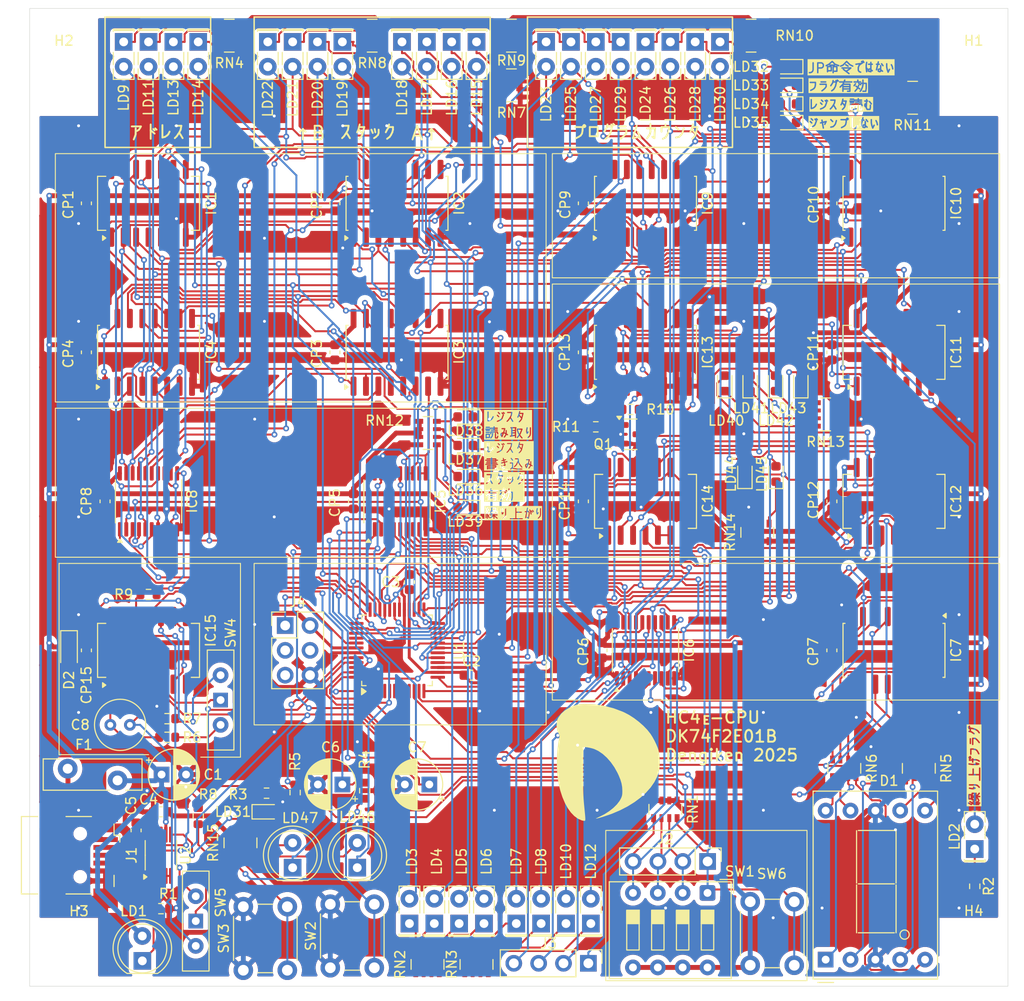
<source format=kicad_pcb>
(kicad_pcb (version 20241229) (generator "pcbnew") (generator_version "9.0")
  (title_block (title "HC4_CPU") (date "2025-02-23") (rev "1.2"))
  (layers (0 "F.Cu" signal) (2 "B.Cu" signal) (13 "F.Paste" user) (15 "B.Paste" user) (5 "F.SilkS" user "F.Silkscreen") (7 "B.SilkS" user "B.Silkscreen") (1 "F.Mask" user) (3 "B.Mask" user) (25 "Edge.Cuts" user))
  (net 0 "")
  (net 1 "GND")
  (net 2 "VCC")
  (net 3 "Net-(U2-V3)")
  (net 4 "Net-(SW5-A)")
  (net 5 "Net-(D1-G)")
  (net 6 "Net-(D1-A)")
  (net 7 "Net-(D1-F)")
  (net 8 "Net-(D1-D)")
  (net 9 "Net-(D1-E)")
  (net 10 "Net-(D1-B)")
  (net 11 "Net-(D1-DP)")
  (net 12 "Net-(D1-C)")
  (net 13 "Net-(J1-VBUS)")
  (net 14 "/ALU/XOR2")
  (net 15 "/ALU/XOR3")
  (net 16 "/ALU/XOR1")
  (net 17 "/ALU/XOR0")
  (net 18 "/ALU/ADDER3")
  (net 19 "/ALU/ADDER2")
  (net 20 "/ALU/ADDER0")
  (net 21 "/ALU/ADDER1")
  (net 22 "/ALU/Instruction_4")
  (net 23 "/ALU/Instruction_0")
  (net 24 "/ALU/Instruction_6")
  (net 25 "/ALU/Instruction_1")
  (net 26 "/ALU/Instruction_2")
  (net 27 "/ALU/Instruction_3")
  (net 28 "Net-(IC5-2Y3)")
  (net 29 "Net-(IC5-1A3)")
  (net 30 "Net-(IC5-1A0)")
  (net 31 "Net-(IC5-2Y2)")
  (net 32 "/Data BUS/~{IN_PORT_OE}")
  (net 33 "Net-(IC5-1A1)")
  (net 34 "Net-(IC5-2Y0)")
  (net 35 "Net-(IC5-1A2)")
  (net 36 "Net-(IC5-2Y1)")
  (net 37 "Net-(IC6-Q4)")
  (net 38 "Net-(IC6-Q2)")
  (net 39 "Net-(IC6-Q3)")
  (net 40 "Net-(IC6-Q1)")
  (net 41 "Net-(IC6-Q0)")
  (net 42 "Net-(IC6-Q5)")
  (net 43 "Net-(IC6-Q6)")
  (net 44 "Net-(IC6-Q7)")
  (net 45 "/Data BUS/~{PORTA_OUT_WE}")
  (net 46 "Net-(IC7-Qd)")
  (net 47 "Net-(IC7-Qb)")
  (net 48 "Net-(IC7-Qf)")
  (net 49 "/Data BUS/~{PORTB_OUT_WE}")
  (net 50 "Net-(IC7-Qg)")
  (net 51 "Net-(IC7-Qa)")
  (net 52 "Net-(IC7-Qe)")
  (net 53 "Net-(IC7-Qc)")
  (net 54 "/Program Counter/PC_6")
  (net 55 "/Program Counter/PC_7")
  (net 56 "/Program Counter/PC_1")
  (net 57 "Net-(IC10-CO)")
  (net 59 "/ALU/Instruction_7")
  (net 60 "/Program Counter/PC_4")
  (net 61 "/ALU/Instruction_5")
  (net 62 "/Program Counter/PC_5")
  (net 63 "Net-(IC13-Z)")
  (net 64 "/Instruction Decoder/Carry_EN")
  (net 65 "/Program Counter/PC_2")
  (net 66 "/Program Counter/PC_3")
  (net 67 "/Program Counter/PC_0")
  (net 68 "/Instruction Decoder/~{Is_JP}")
  (net 69 "/Instruction Decoder/~{RAM_WR}")
  (net 70 "/Instruction Decoder/~{RAM_RD}")
  (net 71 "/ALU/ALU_in_A3")
  (net 72 "/ALU/ALU_in_B3")
  (net 73 "/ALU/ALU_in_A2")
  (net 74 "/ALU/ALU_in_B2")
  (net 75 "/ALU/ALU_in_B1")
  (net 76 "/ALU/ALU_in_A1")
  (net 77 "Net-(SW4-B)")
  (net 78 "Net-(IC15-Pad6)")
  (net 79 "/ALU/ALU_in_A0")
  (net 80 "/ALU/ALU_in_B0")
  (net 81 "Net-(IC15-Pad12)")
  (net 82 "D+")
  (net 83 "/ALU/ALU_OUT2")
  (net 84 "/ALU/ALU_OUT1")
  (net 85 "/Instruction Decoder/Carry_Flg")
  (net 86 "/ALU/ALU_OUT0")
  (net 87 "/ALU/ALU_OUT3")
  (net 88 "/ALU/Carry_OUT")
  (net 90 "D-")
  (net 94 "Net-(J4-DATA)")
  (net 95 "Net-(U2-TNOW)")
  (net 96 "Net-(LD40-K)")
  (net 97 "Net-(LD41-K)")
  (net 98 "Net-(LD42-K)")
  (net 99 "CLK")
  (net 100 "/Instruction Decoder/~{STACK_LE}")
  (net 101 "~{RESET}")
  (net 102 "Net-(LD43-K)")
  (net 103 "Net-(C6-Pad1)")
  (net 104 "Net-(C7-Pad1)")
  (net 105 "/Instruction Decoder/~{JMP}")
  (net 107 "CLK2")
  (net 108 "Net-(SW4-A)")
  (net 109 "Net-(SW4-C)")
  (net 112 "/Instruction Decoder/READ")
  (net 115 "/ROM_RAM/RX")
  (net 117 "Net-(SW5-C)")
  (net 120 "/ROM_RAM/TX")
  (net 122 "Net-(U2-~{CTS})")
  (net 123 "Net-(IC11A-D)")
  (net 125 "Net-(LD1-K)")
  (net 126 "Net-(LD2-K)")
  (net 127 "Net-(LD3-K)")
  (net 128 "Net-(LD4-K)")
  (net 129 "Net-(LD5-K)")
  (net 130 "Net-(LD6-K)")
  (net 131 "Net-(LD7-K)")
  (net 132 "Net-(LD8-K)")
  (net 133 "Net-(LD9-K)")
  (net 134 "Net-(LD10-K)")
  (net 135 "Net-(LD11-K)")
  (net 136 "Net-(LD12-K)")
  (net 137 "Net-(LD13-K)")
  (net 138 "Net-(LD14-K)")
  (net 139 "Net-(LD15-K)")
  (net 140 "Net-(LD16-K)")
  (net 141 "Net-(LD17-K)")
  (net 142 "Net-(LD18-K)")
  (net 143 "Net-(LD19-K)")
  (net 144 "Net-(LD20-K)")
  (net 145 "Net-(LD21-K)")
  (net 146 "Net-(LD22-K)")
  (net 147 "Net-(LD23-K)")
  (net 148 "Net-(LD24-K)")
  (net 149 "Net-(LD25-K)")
  (net 150 "Net-(LD26-K)")
  (net 151 "Net-(LD27-K)")
  (net 152 "Net-(SW5-B)")
  (net 153 "Net-(LD29-K)")
  (net 154 "Net-(LD30-K)")
  (net 155 "Net-(LD31-K)")
  (net 156 "Net-(LD32-K)")
  (net 157 "Net-(LD33-K)")
  (net 158 "Net-(LD34-K)")
  (net 159 "Net-(LD35-K)")
  (net 160 "Net-(RN12A-R1.2)")
  (net 161 "Net-(RN12B-R2.2)")
  (net 162 "Net-(RN12C-R3.2)")
  (net 163 "Net-(LD39-K)")
  (net 164 "Net-(LD28-K)")
  (net 165 "Net-(IC11B-Q)")
  (net 166 "Net-(IC11B-~{S})")
  (net 167 "Net-(IC14-Pad1)")
  (net 168 "Net-(LD44-K)")
  (net 169 "Net-(LD45-K)")
  (net 170 "Net-(RN15A-R1.1)")
  (net 171 "Net-(RN15D-R4.1)")
  (net 172 "Net-(RN15B-R2.1)")
  (net 173 "Net-(RN15C-R3.1)")
  (net 176 "Net-(Q1-G)")
  (net 177 "Net-(IC12-Pad5)")
  (net 178 "Net-(D2-A)")
  (footprint "Connector_PinHeader_2.54mm:PinHeader_1x04_P2.54mm_Vertical" (layer "F.Cu") (at 102.108 152.654 -90)
    (property "Reference" "J3")
    (property "Value" "Port")
  )
  (footprint "Button_Switch_THT:SW_PUSH_6mm" (layer "F.Cu") (at 66.838 153.364 90)
    (property "Reference" "SW3")
    (property "Value" "SW_Push")
  )
  (footprint "Package_SO:TSSOP-20_4.4x6.5mm_P0.65mm" (layer "F.Cu") (at 107.95 120.65 90)
    (property "Reference" "IC6")
    (property "Value" "74HC377")
  )
  (footprint "Capacitor_SMD:C_0603_1608Metric" (layer "F.Cu") (at 101.6 90.17 -90)
    (property "Reference" "CP13")
    (property "Value" "0.1u")
  )
  (footprint "Capacitor_SMD:C_0603_1608Metric" (layer "F.Cu") (at 127 105.41 -90)
    (property "Reference" "CP12")
    (property "Value" "0.1u")
  )
  (footprint "LED_THT:LED_Rectangular_W5.0mm_H2.0mm" (layer "F.Cu") (at 91.44 148.59 90)
    (property "Reference" "LD6")
    (property "Value" "LED")
  )
  (footprint "LED_THT:LED_Rectangular_W5.0mm_H2.0mm" (layer "F.Cu") (at 57.15 58.42 -90)
    (property "Reference" "LD11")
    (property "Value" "LED")
  )
  (footprint "Package_SO:MSOP-10_3x3mm_P0.5mm" (layer "F.Cu") (at 58.42 141.605 90)
    (property "Reference" "U2")
    (property "Value" "CH340E")
  )
  (footprint "LED_THT:LED_Rectangular_W5.0mm_H2.0mm" (layer "F.Cu") (at 110.49 58.42 -90)
    (property "Reference" "LD26")
    (property "Value" "LED")
  )
  (footprint "Package_SO:SO-14_5.3x10.2mm_P1.27mm" (layer "F.Cu") (at 107.95 105.41 90)
    (property "Reference" "IC14")
    (property "Value" "74HC02")
  )
  (footprint "LED_SMD:LED_0603_1608Metric" (layer "F.Cu") (at 121.285 102.616 90)
    (property "Reference" "LD45")
    (property "Value" "Chip")
  )
  (footprint "Resistor_SMD:R_Array_Convex_4x0603" (layer "F.Cu") (at 85.725 98.425)
    (property "Reference" "RN12")
    (property "Value" "1k")
  )
  (footprint "Package_SO:SO-14_5.3x10.2mm_P1.27mm" (layer "F.Cu") (at 133.35 90.17 90)
    (property "Reference" "IC11")
    (property "Value" "74HC74")
  )
  (footprint "Resistor_SMD:R_Array_Convex_4x0603" (layer "F.Cu") (at 80.01 57.785 180)
    (property "Reference" "RN8")
    (property "Value" "1k")
  )
  (footprint "Capacitor_THT:CP_Radial_D5.0mm_P2.50mm" (layer "F.Cu") (at 85.852 134.366 180)
    (property "Reference" "C7")
    (property "Value" "10u")
  )
  (footprint "Capacitor_SMD:C_0603_1608Metric" (layer "F.Cu") (at 76.2 90.17 -90)
    (property "Reference" "CP3")
    (property "Value" "0.1u")
  )
  (footprint "Resistor_SMD:R_0603_1608Metric" (layer "F.Cu") (at 69.215 135.255)
    (property "Reference" "R3")
    (property "Value" "1k")
  )
  (footprint "Package_SO:SO-16_5.3x10.2mm_P1.27mm" (layer "F.Cu") (at 82.55 90.17 90)
    (property "Reference" "IC3")
    (property "Value" "74HC253")
  )
  (footprint "LED_THT:LED_Rectangular_W5.0mm_H2.0mm" (layer "F.Cu") (at 88.138 58.42 -90)
    (property "Reference" "LD16")
    (property "Value" "LED")
  )
  (footprint "LED_THT:LED_Rectangular_W5.0mm_H2.0mm" (layer "F.Cu") (at 71.882 58.42 -90)
    (property "Reference" "LD21")
    (property "Value" "LED")
  )
  (footprint "LED_THT:LED_Rectangular_W5.0mm_H2.0mm" (layer "F.Cu") (at 85.598 58.42 -90)
    (property "Reference" "LD17")
    (property "Value" "LED")
  )
  (footprint "Resistor_SMD:R_Array_Convex_4x0603" (layer "F.Cu") (at 126.365 96.52 180)
    (property "Reference" "RN13")
    (property "Value" "1k")
  )
  (footprint "Capacitor_SMD:C_0603_1608Metric" (layer "F.Cu") (at 78.105 105.41 -90)
    (property "Reference" "CP5")
    (property "Value" "0.1u")
  )
  (footprint "Resistor_SMD:R_0603_1608Metric" (layer "F.Cu") (at 106.426 96.012)
    (property "Reference" "R10")
    (property "Value" "1k")
  )
  (footprint "Resistor_SMD:R_Array_Convex_4x0603" (layer "F.Cu") (at 94.245 62.865 180)
    (property "Reference" "RN7")
    (property "Value" "1k")
  )
  (footprint "LED_THT:LED_Rectangular_W5.0mm_H2.0mm" (layer "F.Cu") (at 94.742 148.59 90)
    (property "Reference" "LD7")
    (property "Value" "LED")
  )
  (footprint "Package_SO:SO-16_5.3x10.2mm_P1.27mm" (layer "F.Cu") (at 133.35 120.65 -90)
    (property "Reference" "IC7")
    (property "Value" "74HC4511")
  )
  (footprint "LED_THT:LED_D5.0mm" (layer "F.Cu") (at 56.515 152.405 90)
    (property "Reference" "LD1")
    (property "Value" "POWER_LED")
  )
  (footprint "LED_SMD:LED_0603_1608Metric" (layer "F.Cu") (at 121.235 93.345 90)
    (property "Reference" "LD42")
    (property "Value" "Chip")
  )
  (footprint "LED_SMD:LED_0603_1608Metric" (layer "F.Cu") (at 122.555 66.675 180)
    (property "Reference" "LD35")
    (property "Value" "Chip")
  )
  (footprint "Capacitor_SMD:C_0603_1608Metric" (layer "F.Cu") (at 50.8 120.65 -90)
    (property "Reference" "CP15")
    (property "Value" "0.1u")
  )
  (footprint "Button_Switch_THT:SW_Slide-03_Wuerth-WS-SLTV_10x2.5x6.4_P2.54mm" (layer "F.Cu") (at 64.516 125.73 -90)
    (property "Reference" "SW4")
    (property "Value" "SW_SPDT")
  )
  (footprint "Capacitor_SMD:C_0603_1608Metric" (layer "F.Cu") (at 127 120.65 -90)
    (property "Reference" "CP7")
    (property "Value" "0.1u")
  )
  (footprint "LED_THT:LED_Rectangular_W5.0mm_H2.0mm" (layer "F.Cu") (at 62.23 58.42 -90)
    (property "Reference" "LD14")
    (property "Value" "LED")
  )
  (footprint "Resistor_SMD:R_0603_1608Metric" (layer "F.Cu") (at 72.136 135.191 90)
    (property "Reference" "R5")
    (property "Value" "100k")
  )
  (footprint "LED_SMD:LED_0603_1608Metric" (layer "F.Cu") (at 89.535 106.045 180)
    (property "Reference" "LD39")
    (property "Value" "Chip")
  )
  (footprint "Resistor_SMD:R_Array_Convex_4x0603" (layer "F.Cu") (at 128.27 132.715 -90)
    (property "Reference" "RN6")
    (property "Value" "1k")
  )
  (footprint "Package_TO_SOT_SMD:SOT-23" (layer "F.Cu") (at 106.426 98.552)
    (property "Reference" "Q1")
    (property "Value" "BSS138")
  )
  (footprint "LED_THT:LED_Rectangular_W5.0mm_H2.0mm" (layer "F.Cu") (at 105.41 58.42 -90)
    (property "Reference" "LD29")
    (property "Value" "LED")
  )
  (footprint "Capacitor_THT:C_Radial_D5.0mm_H5.0mm_P2.00mm" (layer "F.Cu") (at 53.245 128.27)
    (property "Reference" "C8")
    (property "Value" "10u")
  )
  (footprint "Package_SO:SO-16_5.3x10.2mm_P1.27mm" (layer "F.Cu") (at 107.95 74.93 90)
    (property "Reference" "IC9")
    (property "Value" "74HC161")
  )
  (footprint "Capacitor_SMD:C_0603_1608Metric" (layer "F.Cu") (at 50.8 90.17 -90)
    (property "Reference" "CP4")
    (property "Value" "0.1u")
  )
  (footprint "LED_THT:LED_Rectangular_W5.0mm_H2.0mm" (layer "F.Cu") (at 141.605 140.97 90)
    (property "Reference" "LD2")
    (property "Value" "LED")
  )
  (footprint "Capacitor_SMD:C_0603_1608Metric" (layer "F.Cu") (at 55.88 139.065 90)
    (property "Reference" "C5")
    (property "Value" "0.1u")
  )
  (footprint "Button_Switch_THT:SW_PUSH_6mm" (layer "F.Cu") (at 75.728 153.11 90)
    (property "Reference" "SW2")
    (property "Value" "SW_Push")
  )
  (footprint "Package_SO:TSSOP-20_4.4x6.5mm_P0.65mm" (layer "F.Cu") (at 82.55 105.41 90)
    (property "Reference" "IC5")
    (property "Value" "74HC244")
  )
  (footprint "Resistor_SMD:R_Array_Convex_4x0603" (layer "F.Cu") (at 90.678 152.77 90)
    (property "Reference" "RN3")
    (property "Value" "1k")
  )
  (footprint "LED_THT:LED_Rectangular_W5.0mm_H2.0mm" (layer "F.Cu") (at 102.362 148.59 90)
    (property "Reference" "LD12")
    (property "Value" "LED")
  )
  (footprint "Package_SO:TSSOP-20_4.4x6.5mm_P0.65mm" (layer "F.Cu") (at 57.15 105.41 90)
    (property "Reference" "IC8")
    (property "Value" "74HC377")
  )
  (footprint "Capacitor_SMD:C_0603_1608Metric" (layer "F.Cu") (at 58.42 137.16 180)
    (property "Reference" "C4")
    (property "Value" "0.1u")
  )
  (footprint "Connector_PinHeader_2.54mm:PinHeader_2x03_P2.54mm_Vertical" (layer "F.Cu") (at 71.12 118.11)
    (property "Reference" "J4")
    (property "Value" "AVR-UPDI-6")
  )
  (footprint "Capacitor_SMD:C_0603_1608Metric" (layer "F.Cu") (at 127 90.17 -90)
    (property "Reference" "CP11")
    (property "Value" "0.1u")
  )
  (footprint "LED_THT:LED_Rectangular_W5.0mm_H2.0mm" (layer "F.Cu") (at 86.36 148.59 90)
    (property "Reference" "LD4")
    (property "Value" "LED")
  )
  (footprint "Display_7Segment:D1X8K" (layer "F.Cu") (at 126.365 152.2775 90)
    (property "Reference" "D1")
    (property "Value" "C-551SRD")
  )
  (footprint "Resistor_SMD:R_0603_1608Metric" (layer "F.Cu") (at 58.42 147.066)
    (property "Reference" "R1")
    (property "Value" "1k")
  )
  (footprint "Package_SO:SO-14_5.3x10.2mm_P1.27mm" (layer "F.Cu") (at 57.15 74.93 90)
    (property "Reference" "IC1")
    (property "Value" "74HC86")
  )
  (footprint "LED_THT:LED_Rectangular_W5.0mm_H2.0mm" (layer "F.Cu") (at 100.33 58.42 -90)
    (property "Reference" "LD25")
    (property "Value" "LED")
  )
  (footprint "Resistor_SMD:R_Array_Convex_4x0603" (layer "F.Cu") (at 109.982 136.906 -90)
    (property "Reference" "RN1")
    (property "Value" "10k")
  )
  (footprint "LED_THT:LED_Rectangular_W5.0mm_H2.0mm" (layer "F.Cu") (at 107.95 58.42 -90)
    (property "Reference" "LD24")
    (property "Value" "LED")
  )
  (footprint "Package_SO:SO-14_5.3x10.2mm_P1.27mm" (layer "F.Cu") (at 133.35 105.41 90)
    (property "Reference" "IC12")
    (property "Value" "74HC00")
  )
  (footprint "LED_SMD:LED_0603_1608Metric" (layer "F.Cu") (at 122.555 62.865 180)
    (property "Reference" "LD33")
    (property "Value" "Chip")
  )
  (footprint "MountingHole:MountingHole_3.2mm_M3" (layer "F.Cu") (at 48.5 151.5)
    (property "Reference" "H3")
    (property "Value" "MountingHole")
  )
  (footprint "Capacitor_SMD:C_0603_1608Metric" (layer "F.Cu") (at 90.17 123.19)
    (property "Reference" "C2")
    (property "Value" "0.1u")
  )
  (footprint "LED_THT:LED_Rectangular_W5.0mm_H2.0mm" (layer "F.Cu") (at 83.058 58.42 -90)
    (property "Reference" "LD18")
    (property "Value" "LED")
  )
  (footprint "Capacitor_SMD:C_0603_1608Metric" (layer "F.Cu") (at 76.2 74.93 -90)
    (property "Reference" "CP2")
    (property "Value" "0.1u")
  )
  (footprint "Package_SO:SO-16_5.3x10.2mm_P1.27mm" (layer "F.Cu") (at 82.55 74.93 90)
    (property "Reference" "IC2")
    (property "Value" "74HC283")
  )
  (footprint "LED_SMD:LED_0603_1608Metric" (layer "F.Cu") (at 89.535 99.695 180)
    (property "Reference" "LD37")
    (property "Value" "Chip")
  )
  (footprint "LED_THT:LED_Rectangular_W5.0mm_H2.0mm" (layer "F.Cu") (at 97.282 148.59 90)
    (property "Reference" "LD8")
    (property "Value" "LED")
  )
  (footprint "Capacitor_SMD:C_0603_1608Metric" (layer "F.Cu") (at 83.82 113.665 90)
    (property "Reference" "C3")
    (property "Value" "0.1u")
  )
  (footprint "Connector_PinHeader_2.54mm:PinHeader_1x04_P2.54mm_Vertical" (layer "F.Cu") (at 114.3 142.24 -90)
    (property "Reference" "J2")
    (property "Value" "Port")
  )
  (footprint "LED_SMD:LED_0603_1608Metric" (layer "F.Cu") (at 122.555 60.96 180)
    (property "Reference" "LD32")
    (property "Value" "Chip")
  )
  (footprint "LED_THT:LED_Rectangular_W5.0mm_H2.0mm" (layer "F.Cu") (at 99.822 148.59 90)
    (property "Reference" "LD10")
    (property "Value" "LED")
  )
  (footprint "Capacitor_THT:CP_Radial_D5.0mm_P2.50mm" (layer "F.Cu") (at 58.484888 133.35)
    (property "Reference" "C1")
    (property "Value" "100u")
  )
  (footprint "LED_THT:LED_D5.0mm" (layer "F.Cu") (at 78.486 142.875 90)
    (property "Reference" "LD46")
    (property "Value" "CLK")
  )
  (footprint "LED_SMD:LED_0603_1608Metric" (layer "F.Cu") (at 89.535 102.87 180)
    (property "Reference" "LD36")
    (property "Value" "Chip")
  )
  (footprint "LED_SMD:LED_0603_1608Metric" (layer "F.Cu") (at 118.645 93.345 90)
    (property "Reference" "LD41")
    (property "Value" "Chip")
  )
  (footprint "LED_SMD:LED_0603_1608Metric" (layer "F.Cu") (at 122.555 64.77 180)
    (property "Reference" "LD34")
    (property "Value" "Chip")
  )
  (footprint "LED_THT:LED_Rectangular_W5.0mm_H2.0mm" (layer "F.Cu") (at 113.03 58.42 -90)
    (property "Reference" "LD28")
    (property "Value" "LED")
  )
  (footprint "LED_THT:LED_D5.0mm" (layer "F.Cu") (at 71.882 142.88 90)
    (property "Reference" "LD47")
    (property "Value" "RESET")
  )
  (footprint "Diode_SMD:D_SOD-323_HandSoldering" (layer "F.Cu") (at 49.022 120.65 -90)
    (property "Reference" "D2")
    (property "Value" "D")
  )
  (footprint "LED_SMD:LED_0603_1608Metric" (layer "F.Cu") (at 118.11 102.616 90)
    (property "Reference" "LD44")
    (property "Value" "Chip")
  )
  (footprint "Package_SO:SO-14_5.3x10.2mm_P1.27mm" (layer "F.Cu") (at 57.15 120.65 90)
    (property "Reference" "IC15")
    (property "Value" "74HC14")
  )
  (footprint "Capacitor_SMD:C_0603_1608Metric" (layer "F.Cu") (at 101.6 105.41 -90)
    (property "Reference" "CP14")
    (property "Value" "0.1u")
  )
  (footprint "Resistor_SMD:R_0603_1608Metric" (layer "F.Cu") (at 79.248 135.001 90)
    (property "Reference" "R4")
    (property "Value" "10k")
  )
  (footprint "Package_SO:SO-16_5.3x10.2mm_P1.27mm" (layer "F.Cu") (at 133.35 74.93 90)
    (property "Reference" "IC10")
    (property "Value" "74HC161")
  )
  (footprint "Package_QFP:TQFP-48_7x7mm_P0.5mm" (layer "F.Cu") (at 82.55 120.65 90)
    (property "Reference" "U1")
    (property "Value" "ATmega4809-A")
  )
  (footprint "MountingHole:MountingHole_3.2mm_M3" (layer "F.Cu") (at 48.5 62.5)
    (property "Reference" "H2")
    (property "Value" "MountingHole")
  )
  (footprint "LED_THT:LED_Rectangular_W5.0mm_H2.0mm" (layer "F.Cu") (at 90.678 58.42 -90)
    (property "Reference" "LD15")
    (property "Value" "LED")
  )
  (footprint "LED_SMD:LED_0603_1608Metric" (layer "F.Cu") (at 116.055 93.345 90)
    (property "Reference" "LD40")
    (property "Value" "Chip")
  )
  (footprint "LED_THT:LED_Rectangular_W5.0mm_H2.0mm" (layer "F.Cu") (at 88.9 148.59 90)
    (property "Reference" "LD5")
    (property "Value" "LED")
  )
  (footprint "Resistor_SMD:R_Array_Convex_4x0603" (layer "F.Cu") (at 66.548 140.335 90)
    (property "Reference" "RN15")
    (property "Value" "1k")
  )
  (footprint "Resistor_SMD:R_0603_1608Metric" (layer "F.Cu") (at 141.605 144.78 -90)
    (property "Reference" "R2")
    (property "Value" "1k")
  )
  (footprint "Resistor_SMD:R_0603_1608Metric" (layer "F.Cu") (at 102.87 97.79)
    (property "Reference" "R11")
    (property "Value" "1k")
  )
  (footprint "Resistor_SMD:R_Array_Convex_4x0603" (layer "F.Cu") (at 135.89 132.715 -90)
    (property "Reference" "RN5")
    (property "Value" "1k")
  )
  (footprint "LED_THT:LED_Rectangular_W5.0mm_H2.0mm" (layer "F.Cu") (at 59.69 58.42 -90)
    (property "Reference" "LD13")
    (property "Value" "LED")
  )
  (footprint "LED_SMD:LED_0603_1608Metric" (layer "F.Cu") (at 123.825 93.345 90)
    (property "Reference" "LD43")
    (property "Value" "Chip")
  )
  (footprint "Resistor_SMD:R_Array_Convex_4x0603" (layer "F.Cu") (at 119.38 108.585 90)
    (property "Reference" "RN14")
    (property "Value" "1k")
  )
  (footprint "Capacitor_SMD:C_0603_1608Metric" (layer "F.Cu") (at 103.505 120.65 -90)
    (property "Reference" "CP6")
    (property "Value" "0.1u")
  )
  (footprint "Resistor_SMD:R_Array_Convex_4x0603" (layer "F.Cu") (at 135.255 64.135 180)
    (property "Reference" "RN11")
    (property "Value" "1k")
  )
  (footprint "LED_THT:LED_Rectangular_W5.0mm_H2.0mm" (layer "F.Cu") (at 83.82 148.59 90)
    (property "Reference" "LD3")
    (property "Value" "LED")
  )
  (footprint "Package_SO:SO-16_5.3x10.2mm_P1.27mm" (layer "F.Cu") (at 107.95 90.17 90)
    (property "Reference" "IC13")
    (property "Value" "74HC4053")
  )
  (footprint "Resistor_SMD:R_Array_Convex_4x0603" (layer "F.Cu") (at 118.745 57.785 180)
    (property "Reference" "RN10")
    (property "Value" "1k")
  )
  (footprint "Capacitor_SMD:C_0603_1608Metric" (layer "F.Cu") (at 127 74.93 -90)
    (property "Reference" "CP10")
    (property "Value" "0.1u")
  )
  (footprint "LED_THT:LED_Rectangular_W5.0mm_H2.0mm" (layer "F.Cu") (at 74.422 58.42 -90)
    (property "Reference" "LD20")
    (property "Value" "LED")
  )
  (footprint "LOGO" (layer "F.Cu") (at 104.14 132.08)
    (property "Reference" "G***")
    (property "Value" "LOGO" (hide yes))
  )
  (footprint "Button_Switch_THT:SW_PUSH_6mm" (layer "F.Cu") (at 123.154 146.356 -90)
    (property "Reference" "SW6")
    (property "Value" "SW_Push")
  )
  (footprint "Capacitor_SMD:C_0603_1608Metric" (layer "F.Cu") (at 52.705 105.41 -90)
    (property "Reference" "CP8")
    (property "Value" "0.1u")
  )
  (footprint "LED_THT:LED_Rectangular_W5.0mm_H2.0mm" (layer "F.Cu") (at 54.61 58.42 -90)
    (property "Reference" "LD9")
    (property "Value" "LED")
  )
  (footprint "Resistor_SMD:R_Array_Convex_4x0603" (layer "F.Cu") (at 94.245 57.785)
    (property "Reference" "RN9")
    (property "Value" "1k")
  )
  (footprint "LED_THT:LED_Rectangular_W5.0mm_H2.0mm" (layer "F.Cu") (at 102.87 58.42 -90)
    (property "Reference" "LD27")
    (property "Value" "LED")
  )
  (footprint "LED_THT:LED_Rectangular_W5.0mm_H2.0mm" (layer "F.Cu") (at 97.79 58.42 -90)
    (property "Reference" "LD23")
    (property "Value" "LED")
  )
  (footprint "Connector_USB:USB_Mini-B_Wuerth_65100516121_Horizontal" (layer "F.Cu") (at 50.165 141.605 -90)
    (property "Reference" "J1")
    (property "Value" "USB_B_Mini")
  )
  (footprint "LED_THT:LED_Rectangular_W5.0mm_H2.0mm" (layer "F.Cu") (at 76.962 58.42 -90)
    (property "Reference" "LD19")
    (property "Value" "LED")
  )
  (footprint "Resistor_SMD:R_Array_Convex_4x0603" (layer "F.Cu") (at 65.405 57.785 180)
    (property "Reference" "RN4")
    (property "Value" "1k")
  )
  (footprint "Button_Switch_THT:SW_DIP_SPSTx04_Slide_9.78x12.34mm_W7.62mm_P2.54mm" (layer "F.Cu") (at 114.2875 145.4575 -90)
    (property "Reference" "SW1")
    (property "Value" "SW_DIP_x04")
  )
  (footprint "LED_THT:LED_Rectangular_W5.0mm_H2.0mm" (layer "F.Cu") (at 115.57 58.42 -90)
    (property "Reference" "LD30")
    (property "Value" "LED")
  )
  (footprint "Resistor_SMD:R_0603_1608Metric" (layer "F.Cu") (at 59.055 127.635)
    (property "Reference" "R7")
    (property "Value" "3.3k")
  )
  (footprint "MountingHole:MountingHole_3.2mm_M3" (layer "F.Cu") (at 141.5 62.5)
    (property "Reference" "H1")
    (property "Value" "MountingHole")
  )
  (footprint "MountingHole:MountingHole_3.2mm_M3" (layer "F.Cu") (at 141.5 151.5)
    (property "Reference" "H4")
    (property "Value" "MountingHole")
  )
  (footprint "Resistor_SMD:R_0603_1608Metric" (layer "F.Cu") (at 59.055 129.54)
    (property "Reference" "R6")
    (property "Value" "33k")
  )
  (footprint "Package_SO:SO-16_5.3x10.2mm_P1.27mm" (layer "F.Cu") (at 57.15 90.17 90)
    (property "Reference" "IC4")
    (property "Value" "74HC253")
  )
  (footprint "Button_Switch_THT:SW_Slide-03_Wuerth-WS-SLTV_10x2.5x6.4_P2.54mm" (layer "F.Cu") (at 61.976 148.336 -90)
    (property "Reference" "SW5")
    (property "Value" "SW_SPDT")
  )
  (footprint "LED_SMD:LED_0603_1608Metric" (layer "F.Cu") (at 69.215 137.16)
    (property "Reference" "LD31")
    (property "Value" "Chip")
  )
  (footprint "LED_SMD:LED_0603_1608Metric" (layer "F.Cu") (at 89.535 96.774 180)
    (property "Reference" "LD38")
    (property "Value" "Chip")
  )
  (footprint "Resistor_SMD:R_0603_1608Metric" (layer "F.Cu") (at 62.23 137.605 90)
    (property "Reference" "R8")
    (property "Value" "100")
  )
  (footprint "Capacitor_SMD:C_0603_1608Metric" (layer "F.Cu") (at 101.6 74.93 -90)
    (property "Reference" "CP9")
    (property "Value" "0.1u")
  )
  (footprint "Resistor_SMD:R_Array_Convex_4x0603" (layer "F.Cu") (at 85.668 152.77 90)
    (property "Reference" "RN2")
    (property "Value" "1k")
  )
  (footprint "Resistor_SMD:R_0603_1608Metric" (layer "F.Cu") (at 57.15 114.935)
    (property "Reference" "R9")
    (property "Value" "100")
  )
  (footprint "Fuse:Fuse_Bourns_MF-RG400" (layer "F.Cu") (at 48.885 132.75)
    (property "Reference" "F1")
    (property "Value" "500mA")
  )
  (footprint "Capacitor_THT:CP_Radial_D5.0mm_P2.50mm" (layer "F.Cu") (at 76.962 134.366 180)
    (property "Reference" "C6")
    (property "Value" "10u")
  )
  (footprint "Capacitor_SMD:C_0603_1608Metric" (layer "F.Cu") (at 50.8 74.93 -90)
    (property "Reference" "CP1")
    (property "Value" "0.1u")
  )
  (footprint "LED_THT:LED_Rectangular_W5.0mm_H2.0mm" (layer "F.Cu") (at 69.342 58.42 -90)
    (property "Reference" "LD22")
    (property "Value" "LED")
  )
  (gr_rect (start 47.625 69.85) (end 97.79 95.25) (stroke (width 0.1)) (fill no) (layer "F.SilkS"))
  (gr_rect (start 98.425 111.76) (end 144.145 125.73) (stroke (width 0.1)) (fill no) (layer "F.SilkS"))
  (gr_rect (start 103.886 139.065) (end 124.46 154.432) (stroke (width 0.1)) (fill no) (layer "F.SilkS"))
  (gr_line (start 66.548 131.572) (end 62.484 131.572) (stroke (width 0.1)) (layer "F.SilkS"))
  (gr_rect (start 67.945 55.88) (end 92.075 69.215) (stroke (width 0.15)) (fill no) (layer "F.SilkS"))
  (gr_line (start 48.006 111.76) (end 66.548 111.76) (stroke (width 0.1)) (layer "F.SilkS"))
  (gr_rect (start 98.425 83.185) (end 144.145 111.125) (stroke (width 0.1)) (fill no) (layer "F.SilkS"))
  (gr_rect (start 67.945 111.76) (end 97.79 128.27) (stroke (width 0.1)) (fill no) (layer "F.SilkS"))
  (gr_rect (start 47.625 95.885) (end 97.79 111.125) (stroke (width 0.1)) (fill no) (layer "F.SilkS"))
  (gr_line (start 66.548 111.76) (end 66.548 131.572) (stroke (width 0.1)) (layer "F.SilkS"))
  (gr_rect (start 95.885 55.88) (end 116.84 69.215) (stroke (width 0.15)) (fill no) (layer "F.SilkS"))
  (gr_rect (start 52.705 55.88) (end 63.5 69.215) (stroke (width 0.15)) (fill no) (layer "F.SilkS"))
  (gr_line (start 57.15 131.318) (end 48.006 131.318) (stroke (width 0.1)) (layer "F.SilkS"))
  (gr_rect (start 98.425 69.85) (end 144.145 82.55) (stroke (width 0.1)) (fill no) (layer "F.SilkS"))
  (gr_line (start 48.006 111.76) (end 48.006 131.318) (stroke (width 0.1)) (layer "F.SilkS"))
  (gr_rect (start 45 55) (end 145 155) (stroke (width 0.05)) (fill no) (layer "Edge.Cuts"))
  (gr_text "繰り上がり" (at 91.44 107.315 0) (layer "F.SilkS" knockout) (effects (font (size 1 1) (thickness 0.1)) (justify left bottom)))
  (gr_text "レジスタ\n書き込み" (at 91.44 102.235 0) (layer "F.SilkS" knockout) (effects (font (size 1 1) (thickness 0.1)) (justify left bottom)))
  (gr_text "フラグ有効" (at 124.46 63.6 0) (layer "F.SilkS" knockout) (effects (font (size 1 1)) (justify left bottom)))
  (gr_text "HC4 -CPU\nDK74F2E01B\nDengiken 2025" (at 109.855 132.08 0) (layer "F.SilkS") (effects (font (size 1.2 1.2) (thickness 0.2) (bold yes)) (justify left bottom)))
  (gr_text "レジスタ\n読み取り" (at 91.44 99.06 0) (layer "F.SilkS" knockout) (effects (font (size 1 1) (thickness 0.12)) (justify left bottom)))
  (gr_text "スタック\n有効" (at 91.44 105.41 0) (layer "F.SilkS" knockout) (effects (font (size 1 1) (thickness 0.12)) (justify left bottom)))
  (gr_text "E" (at 113.665 128.27 0) (layer "F.SilkS") (effects (font (size 0.8 0.8) (thickness 0.2) (bold yes)) (justify left bottom)))
  (gr_text "プログラムカウンタ" (at 100.33 68.58 0) (layer "F.SilkS") (effects (font (size 1.4 1.4) (thickness 0.19)) (justify left bottom)))
  (gr_text "ジャンプしない" (at 124.46 67.41 0) (layer "F.SilkS" knockout) (effects (font (size 1 1)) (justify left bottom)))
  (gr_text "レジスタ読む" (at 124.46 65.505 0) (layer "F.SilkS" knockout) (effects (font (size 1 1)) (justify left bottom)))
  (gr_text "JP命令ではない" (at 124.46 61.695 0) (layer "F.SilkS" knockout) (effects (font (size 1 1)) (justify left bottom)))
  (gr_text "↑B　スタック　A↑" (at 79.502 68.58 0) (layer "F.SilkS") (effects (font (size 1.4 1.4) (thickness 0.19)) (justify bottom)))
  (gr_text "繰り上げフラグ" (at 142.24 136.652 90) (layer "F.SilkS" knockout) (effects (font (size 1 1)) (justify left bottom)))
  (gr_text "アドレス" (at 58.1025 68.58 0) (layer "F.SilkS") (effects (font (size 1.4 1.4) (thickness 0.19)) (justify bottom)))
  (segment (start 61.0715 124.1125) (end 63.759 121.425) (width 0.5) (layer "F.Cu") (net 1))
  (segment (start 110.8412 136.006) (end 113.0737 138.2385) (width 0.5) (layer "F.Cu") (net 1))
  (segment (start 46.977 90.945) (end 46.228 91.694) (width 0.5) (layer "F.Cu") (net 1))
  (segment (start 127.265 96.92) (end 127.265 97.72) (width 0.5) (layer "F.Cu") (net 1))
  (segment (start 137.6571 94.1296) (end 143.51 94.1296) (width 0.5) (layer "F.Cu") (net 1))
  (segment (start 143.51 143.7) (end 141.605 145.605) (width 0.5) (layer "F.Cu") (net 1))
  (segment (start 75.6637 135.5677) (end 74.462 134.366) (width 0.5) (layer "F.Cu") (net 1))
  (segment (start 116.619 109.485) (end 116.4394 109.3054) (width 0.5) (layer "F.Cu") (net 1))
  (segment (start 130.81 87.2385) (end 129.8796 88.1689) (width 0.5) (layer "F.Cu") (net 1))
  (segment (start 50.374 120.999) (end 50.8 121.425) (width 0.5) (layer "F.Cu") (net 1))
  (segment (start 46.228 122.174) (end 46.228 131.445) (width 0.5) (layer "F.Cu") (net 1))
  (segment (start 108.782 136.006) (end 109.582 136.006) (width 0.5) (layer "F.Cu") (net 1))
  (segment (start 127 106.185) (end 123.7 109.485) (width 0.5) (layer "F.Cu") (net 1))
  (segment (start 90.945 123.19) (end 91.3624 122.7726) (width 0.3) (layer "F.Cu") (net 1))
  (segment (start 119.645 56.585) (end 119.645 57.385) (width 0.5) (layer "F.Cu") (net 1))
  (segment (start 80.91 57.385) (end 80.91 58.185) (width 0.5) (layer "F.Cu") (net 1))
  (segment (start 46.228 106.934) (end 46.228 122.174) (width 0.5) (layer "F.Cu") (net 1))
  (segment (start 112.1929 109.3054) (end 111.76 108.8725) (width 0.5) (layer "F.Cu") (net 1))
  (segment (start 102.1574 122.7726) (end 103.505 121.425) (width 0.5) (layer "F.Cu") (net 1))
  (segment (start 93.345 56.585) (end 93.345 57.385) (width 0.5) (layer "F.Cu") (net 1))
  (segment (start 52.765 144.6707) (end 53.1283 145.034) (width 0.5) (layer "F.Cu") (net 1))
  (segment (start 127.265 95.32) (end 127.265 96.12) (width 0.5) (layer "F.Cu") (net 1))
  (segment (start 136.956 67.106) (end 136.956 63.934) (width 0.5) (layer "F.Cu") (net 1))
  (segment (start 126.3149 91.7373) (end 126.3149 94.3699) (width 0.5) (layer "F.Cu") (net 1))
  (segment (start 59.245 146.367) (end 59.245 147.066) (width 0.5) (layer "F.Cu") (net 1))
  (segment (start 109.582 136.006) (end 110.382 136.006) (width 0.5) (layer "F.Cu") (net 1))
  (segment (start 60.96 76.0141) (end 60.6509 75.705) (width 0.5) (layer "F.Cu") (net 1))
  (segment (start 113.6199 77.1676) (end 113.6199 75.9219) (width 0.5) (layer "F.Cu") (net 1))
  (segment (start 136.956 63.934) (end 136.757 63.735) (width 0.5) (layer "F.Cu") (net 1))
  (segment (start 66.838 146.864) (end 64.215 149.487) (width 0.5) (layer "F.Cu") (net 1))
  (segment (start 50.8 90.945) (end 46.977 90.945) (width 0.5) (layer "F.Cu") (net 1))
  (segment (start 143.51 108.6242) (end 143.51 113.2443) (width 0.5) (layer "F.Cu") (net 1))
  (segment (start 78.105 106.185) (end 60.1202 106.185) (width 0.5) (layer "F.Cu") (net 1))
  (segment (start 80.2583 55.9333) (end 67.7584 55.9333) (width 0.5) (layer "F.Cu") (net 1))
  (segment (start 46.723 75.705) (end 46.228 76.2) (width 0.5) (layer "F.Cu") (net 1))
  (segment (start 143.51 113.2443) (end 143.51 121.412) (width 0.5) (layer "F.Cu") (net 1))
  (segment (start 94.8877 106.185) (end 93.4877 107.585) (width 0.5) (layer "F.Cu") (net 1))
  (segment (start 142.9803 73.1303) (end 136.956 67.106) (width 0.5) (layer "F.Cu") (net 1))
  (segment (start 93.783 56.585) (end 93.345 56.585) (width 0.5) (layer "F.Cu") (net 1))
  (segment (start 83.82 112.89) (end 83.044 113.666) (width 0.3) (layer "F.Cu") (net 1))
  (segment (start 126.3149 91.6301) (end 126.3149 91.7373) (width 0.5) (layer "F.Cu") (net 1))
  (segment (start 60.075 108.2725) (end 60.6263 107.7212) (width 0.5) (layer "F.Cu") (net 1))
  (segment (start 63.759 121.425) (end 67.323 121.425) (width 0.5) (layer "F.Cu") (net 1))
  (segment (start 137.16 108.8725) (end 137.4083 108.6242) (width 0.5) (layer "F.Cu") (net 1))
  (segment (start 77.129 151.709) (end 82.507 151.709) (width 0.5) (layer "F.Cu") (net 1))
  (segment (start 95.145 61.665) (end 95.145 62.465) (width 0.5) (layer "F.Cu") (net 1))
  (segment (start 136.155 62.935) (end 135.5977 62.935) (width 0.5) (layer "F.Cu") (net 1))
  (segment (start 113.319 106.185) (end 101.6 106.185) (width 0.5) (layer "F.Cu") (net 1))
  (segment (start 52.705 131.344) (end 46.329 131.344) (width 0.5) (layer "F.Cu") (net 1))
  (segment (start 73.446 133.35) (end 74.462 134.366) (width 0.5) (layer "F.Cu") (net 1))
  (segment (start 118.18 109.485) (end 116.619 109.485) (width 0.5) (layer "F.Cu") (net 1))
  (segment (start 127.265 96.12) (end 127.265 96.92) (width 0.5) (layer "F.Cu") (net 1))
  (segment (start 110.875 123.5125) (end 112.3481 122.0394) (width 0.5) (layer "F.Cu") (net 1))
  (segment (start 50.8 75.705) (end 46.723 75.705) (width 0.5) (layer "F.Cu") (net 1))
  (segment (start 83.044 114.889) (end 83.3 115.145) (width 0.3) (layer "F.Cu") (net 1))
  (segment (start 50.8 121.425) (end 63.759 121.425) (width 0.5) (layer "F.Cu") (net 1))
  (segment (start 61.595 93.6325) (end 61.8433 93.3842) (width 0.5) (layer "F.Cu") (net 1))
  (segment (start 101.6 106.185) (end 98.552 106.185) (width 0.5) (layer "F.Cu") (net 1))
  (segment (start 59.245 148.145) (end 60.587 149.487) (width 0.5) (layer "F.Cu") (net 1))
  (segment (start 130.603471 137.0375) (end 131.445 137.0375) (width 0.5) (layer "F.Cu") (net 1))
  (segment (start 98.552 106.185) (end 94.8877 106.185) (width 0.5) (layer "F.Cu") (net 1))
  (segment (start 58.978888 131.344) (end 52.705 131.344) (width 0.5) (layer "F.Cu") (net 1))
  (segment (start 72.409 124.441) (end 73.66 123.19) (width 0.5) (layer "F.Cu") (net 1))
  (segment (start 143.497 106.185) (end 143.51 106.172) (width 0.5) (layer "F.Cu") (net 1))
  (segment (start 60.1202 106.185) (end 52.705 106.185) (width 0.5) (layer "F.Cu") (net 1))
  (segment (start 70.339 124.441) (end 72.409 124.441) (width 0.5) (layer "F.Cu") (net 1))
  (segment (start 86.563 75.705) (end 76.2 75.705) (width 0.5) (layer "F.Cu") (net 1))
  (segment (start 52.765 144.6707) (end 52.765 146.005) (width 0.5) (layer "F.Cu") (net 1))
  (segment (start 52.705 106.185) (end 46.977 106.185) (width 0.5) (layer "F.Cu") (net 1))
  (segment (start 112.3773 93.6148) (end 112.3773 90.945) (width 0.5) (layer "F.Cu") (net 1))
  (segment (start 64.215 149.487) (end 60.587 149.487) (width 0.5) (layer "F.Cu") (net 1))
  (segment (start 77.9284 135.5677) (end 75.6637 135.5677) (width 0.5) (layer "F.Cu") (net 1))
  (segment (start 138.118 145.605) (end 132.2775 151.4455) (width 0.5) (layer "F.Cu") (net 1))
  (segment (start 103.505 121.425) (end 112.3481 121.425) (width 0.5) (layer "F.Cu") (net 1))
  (segment (start 86.995 78.3925) (end 87.1144 78.2731) (width 0.5) (layer "F.Cu") (net 1))
  (segment (start 60.96 78.3925) (end 60.96 76.0141) (width 0.5) (layer "F.Cu") (net 1))
  (segment (start 132.2775 151.4455) (end 132.277 151.4455) (width 0.5) (layer "F.Cu") (net 1))
  (segment (start 95.145 63.265) (end 95.145 64.065) (width 0.5) (layer "F.Cu") (net 1))
  (segment (start 82.2538 99.625) (end 81.1107 100.7681) (width 0.5) (layer "F.Cu") (net 1))
  (segment (start 46.228 122.174) (end 47.403 120.999) (width 0.5) (layer "F.Cu") (net 1))
  (segment (start 119.645 56.585) (end 119.0878 56.585) (width 0.5) (layer "F.Cu") (net 1))
  (segment (start 66.305 57.385) (end 66.305 58.185) (width 0.5) (layer "F.Cu") (net 1))
  (segment (start 113.6199 75.9219) (end 113.403 75.705) (width 0.5) (layer "F.Cu") (net 1))
  (segment (start 141.7695 75.692) (end 142.9803 74.4812) (width 0.5) (layer "F.Cu") (net 1))
  (segment (start 141.7695 75.692) (end 143.51 75.692) (width 0.5) (layer "F.Cu") (net 1))
  (segment (start 86.995 78.3925) (end 85.725 78.3925) (width 0.5) (layer "F.Cu") (net 1))
  (segment (start 58.42 144.581848) (end 57.967848 145.034) (width 0.3) (layer "F.Cu") (net 1))
  (segment (start 86.4683 106.185) (end 84.7074 106.185) (width 0.5) (layer "F.Cu") (net 1))
  (segment (start 47.265 137.205) (end 47.265 139.207) (width 0.5) (layer "F.Cu") (net 1))
  (segment (start 82.717 135.001) (end 78.4951 135.001) (width 0.5) (layer "F.Cu") (net 1))
  (segment (start 66.838 153.364) (end 68.2586 151.9434) (width 0.5) (layer "F.Cu") (net 1))
  (segment (start 119.645 57.385) (end 119.645 58.085) (width 0.5) (layer "F.Cu") (net 1))
  (segment (start 60.6509 75.705) (end 50.8 75.705) (width 0.5) (layer "F.Cu") (net 1))
  (segment (start 101.6 75.705) (end 86.563 75.705) (width 0.5) (layer "F.Cu") (net 1))
  (segment (start 80.3244 101.5544) (end 80.3244 102.4981) (width 0.4006) (layer "F.Cu") (net 1))
  (segment (start 84.468 153.67) (end 91.878 153.67) (width 0.5) (layer "F.Cu") (net 1))
  (segment (start 80.91 56.585) (end 80.91 57.385) (width 0.5) (layer "F.Cu") (net 1))
  (segment (start 52.765 137.205) (end 52.765 138.6067) (width 0.5) (layer "F.Cu") (net 1))
  (segment (start 87.1144 78.2731) (end 87.1144 76.2564) (width 0.5) (layer "F.Cu") (net 1))
  (segment (start 61.8433 90.945) (end 50.8 90.945) (width 0.5) (layer "F.Cu") (net 1))
  (segment (start 137.16 93.6325) (end 137.6571 94.1296) (width 0.5) (layer "F.Cu") (net 1))
  (segment (start 118.98 109.485) (end 118.18 109.485) (width 0.5) (layer "F.Cu") (net 1))
  (segment (start 127 90.945) (end 112.3773 90.945) (width 0.5) (layer "F.Cu") (net 1))
  (segment (start 141.605 145.605) (end 138.118 145.605) (width 0.5) (layer "F.Cu") (net 1))
  (segment (start 128.905 115.6204) (end 128.905 117.1875) (width 0.5) (layer "F.Cu") (net 1))
  (segment (start 55.88 139.84) (end 54.6467 138.6067) (width 0.5) (layer "F.Cu") (net 1))
  (segment (start 105.025 123.5125) (end 104.2851 122.7726) (width 0.5) (layer "F.Cu") (net 1))
  (segment (start 137.795 75.705) (end 141.211 75.705) (width 0.5) (layer "F.Cu") (net 1))
  (segment (start 81.7388 106.185) (end 78.105 106.185) (width 0.5) (layer "F.Cu") (net 1))
  (segment (start 113.403 75.705) (end 101.6 75.705) (width 0.5) (layer "F.Cu") (net 1))
  (segment (start 110.8412 136.006) (end 111.182 136.006) (width 0.5) (layer "F.Cu") (net 1))
  (segment (start 118.4361 55.9333) (end 94.4347 55.9333) (width 0.5) (layer "F.Cu") (net 1))
  (segment (start 70.866 136.081) (end 70.04 135.255) (width 0.5) (layer "F.Cu") (net 1))
  (segment (start 127 75.705) (end 137.795 75.705) (width 0.5) (layer "F.Cu") (net 1))
  (segment (start 112.395 93.6325) (end 111.125 93.6325) (width 0.5) (layer "F.Cu") (net 1))
  (segment (start 60.6263 106.6911) (end 60.1202 106.185) (width 0.5) (layer "F.Cu") (net 1))
  (segment (start 126.3149 91.7373) (end 125.1125 91.7373) (width 0.5) (layer "F.Cu") (net 1))
  (segment (start 61.8433 93.3842) (end 61.8433 90.945) (width 0.5) (layer "F.Cu") (net 1))
  (segment (start 112.395 93.6325) (end 112.3773 93.6148) (width 0.5) (layer "F.Cu") (net 1))
  (segment (start 78.4951 135.001) (end 77.9284 135.5677) (width 0.5) (layer "F.Cu") (net 1))
  (segment (start 119.645 58.185) (end 119.645 58.985) (width 0.5) (layer "F.Cu") (net 1))
  (segment (start 90.155 122.4) (end 90.945 123.19) (width 0.3) (layer "F.Cu") (net 1))
  (segment (start 132.2775 151.4455) (end 131.445 152.278) (width 0.5) (layer "F.Cu") (net 1))
  (segment (start 130.8477 58.185) (end 119.745 58.185) (width 0.5) (layer "F.Cu") (net 1))
  (segment (start 59.245 147.066) (end 59.245 148.145) (width 0.5) (layer "F.Cu") (net 1))
  (segment (start 80.91 58.185) (end 80.91 58.985) (width 0.5) (layer "F.Cu") (net 1))
  (segment (start 84.825 99.625) (end 84.0233 99.625) (width 0.5) (layer "F.Cu") (net 1))
  (segment (start 91.3624 122.7726) (end 102.1574 122.7726) (width 0.3) (layer "F.Cu") (net 1))
  (segment (start 84.7074 106.185) (end 81.7388 106.185) (width 0.5) (layer "F.Cu") (net 1))
  (segment (start 85.475 106.9526) (end 84.7074 106.185) (width 0.5) (layer "F.Cu") (net 1))
  (segment (start 126.3149 94.3699) (end 127.265 95.32) (width 0.5) (layer "F.Cu") (net 1))
  (segment (start 116.4394 109.3054) (end 113.319 106.185) (width 0.5) (layer "F.Cu") (net 1))
  (segment (start 52.579 137.019) (end 52.579 131.47) (width 0.5) (layer "F.Cu") (net 1))
  (segment (start 105.4885 99.502) (end 105.4885 98.6305) (width 0.5) (layer "F.Cu") (net 1))
  (segment (start 142.9803 74.4812) (end 142.9803 73.1303) (width 0.5) (layer "F.Cu") (net 1))
  (segment (start 52.765 143.205) (end 52.765 144.6707) (width 0.5) (layer "F.Cu") (net 1))
  (segment (start 82.3 120.9) (end 78.3875 120.9) (width 0.3) (layer "F.Cu") (net 1))
  (segment (start 113.0737 138.2385) (end 129.402471 138.2385) (width 0.5) (layer "F.Cu") (net 1))
  (segment (start 52.765 137.205) (end 52.579 137.019) (width 0.5) (layer "F.Cu") (net 1))
  (segment (start 60.6263 107.7212) (end 60.6263 106.6911) (width 0.5) (layer "F.Cu") (net 1))
  (segment (start 130.81 86.7075) (end 130.81 87.2385) (width 0.5) (layer "F.Cu") (net 1))
  (segment (start 70.866 136.144) (end 70.866 136.081) (width 0.5) (layer "F.Cu") (net 1))
  (segment (start 110.382 136.006) (end 110.8412 136.006) (width 0.5) (layer "F.Cu") (net 1))
  (segment (start 84.0233 99.625) (end 82.2538 99.625) (width 0.5) (layer "F.Cu") (net 1))
  (segment (start 119.78 109.485) (end 118.98 109.485) (width 0.5) (layer "F.Cu") (net 1))
  (segment (start 143.51 75.692) (end 143.51 94.1296) (width 0.5) (layer "F.Cu") (net 1))
  (segment (start 53.1283 145.034) (end 56.134 145.034) (width 0.5) (layer "F.Cu") (net 1))
  (segment (start 75.728 153.11) (end 77.129 151.709) (width 0.5) (layer "F.Cu") (net 1))
  (segment (start 83.352 134.366) (end 82.717 135.001) (width 0.5) (layer "F.Cu") (net 1))
  (segment (start 101.854 120.142) (end 103.137 121.425) (width 0.5) (layer "F.Cu") (net 1))
  (segment (start 67.7584 55.9333) (end 67.1067 56.585) (width 0.5) (layer "F.Cu") (net 1))
  (segment (start 80.91 56.585) (end 93.345 56.585) (width 0.5) (layer "F.Cu") (net 1))
  (segment (start 95.145 62.465) (end 95.145 63.265) (width 0.5) (layer "F.Cu") (net 1))
  (segment (start 141.224 75.692) (end 141.7695 75.692) (width 0.5) (layer "F.Cu") (net 1))
  (segment (start 46.228 131.445) (end 46.228 136.168) (width 0.5) (layer "F.Cu") (net 1))
  (segment (start 111.125 93.6325) (end 109.855 93.6325) (width 0.5) (layer "F.Cu") (net 1))
  (segment (start 135.5977 62.935) (end 130.8477 58.185) (width 0.5) (layer "F.Cu") (net 1))
  (segment (start 136.155 62.935) (end 136.155 63.735) (width 0.5) (layer "F.Cu") (net 1))
  (segment (start 78.3875 120.9) (end 75.95 120.9) (width 0.3) (layer "F.Cu") (net 1))
  (segment (start 143.51 94.1296) (end 143.51 106.172) (width 0.5) (layer "F.Cu") (net 1))
  (segment (start 46.228 136.168) (end 47.265 137.205) (width 0.5) (layer "F.Cu") (net 1))
  (segment (start 86.7125 122.4) (end 90.155 122.4) (width 0.3) (layer "F.Cu") (net 1))
  (segment (start 66.305 58.185) (end 66.305 58.985) (width 0.5) (layer "F.Cu") (net 1))
  (segment (start 105.4885 98.6305) (end 105.41 98.552) (width 0.5) (layer "F.Cu") (net 1))
  (segment (start 143.497 121.425) (end 143.51 121.412) (width 0.5) (layer "F.Cu") (net 1))
  (segment (start 83.044 113.666) (end 83.044 114.889) (width 0.3) (layer "F.Cu") (net 1))
  (segment (start 112.3481 122.0394) (end 112.3481 121.425) (width 0.5) (layer "F.Cu") (net 1))
  (segment (start 47.265 139.207) (end 47.265 137.205) (width 0.5) (layer "F.Cu") (net 1))
  (segment (start 66.305 56.585) (end 66.305 57.385) (width 0.5) (layer "F.Cu") (net 1))
  (segment (start 57.912 145.034) (end 59.245 146.367) (width 0.5) (layer "F.Cu") (net 1))
  (segment (start 85.475 108.2725) (end 85.475 106.9526) (width 0.5) (layer "F.Cu") (net 1))
  (segment (start 137.795 78.3925) (end 137.795 75.705) (width 0.5) (layer "F.Cu") (net 1))
  (segment (start 60.984888 133.35) (end 73.446 133.35) (width 0.5) (layer "F.Cu") (net 1))
  (segment (start 89.0675 91.56) (end 89.0675 90.945) (width 0.5) (layer "F.Cu") (net 1))
  (segment (start 129.402471 138.2385) (end 130.603471 137.0375) (width 0.5) (layer "F.Cu") (net 1))
  (segment (start 143.51 106.172) (end 143.51 108.6242) (width 0.5) (layer "F.Cu") (net 1))
  (segment (start 46.228 91.694) (end 46.228 106.934) (width 0.5) (layer "F.Cu") (net 1))
  (segment (start 101.6 90.945) (end 89.0675 90.945) (width 0.5) (layer "F.Cu") (net 1))
  (segment (start 89.0675 90.945) (end 76.2 90.945) (width 0.5) (layer "F.Cu") (net 1))
  (segment (start 132.277 151.4455) (end 131.445 152.2775) (width 0.5) (layer "F.Cu") (net 1))
  (segment (start 93.345 58.185) (end 93.345 58.985) (width 0.5) (layer "F.Cu") (net 1))
  (segment (start 119.0878 56.585) (end 118.4361 55.9333) (width 0.5) (layer "F.Cu") (net 1))
  (segment (start 58.42 143.718) (end 58.42 144.581848) (width 0.3) (layer "F.Cu") (net 1))
  (segment (start 94.4347 55.9333) (end 93.783 56.585) (width 0.5) (layer "F.Cu") (net 1))
  (segment (start 86.995 93.6325) (end 89.0675 91.56) (width 0.5) (layer "F.Cu") (net 1))
  (segment (start 83.3 119.9) (end 82.3 120.9) (width 0.3) (layer "F.Cu") (net 1))
  (segment (start 127 90.945) (end 126.3149 91.6301) (width 0.5) (layer "F.Cu") (net 1))
  (segment (start 93.4877 107.585) (end 87.8683 107.585) (width 0.5) (layer "F.Cu") (net 1))
  (segment (start 136.757 63.735) (end 136.155 63.735) (width 0.5) (layer "F.Cu") (net 1))
  (segment (start 81.1107 100.7681) (end 80.3244 101.5544) (width 0.5) (layer "F.Cu") (net 1))
  (segment (start 93.345 57.385) (end 93.345 58.185) (width 0.5) (layer "F.Cu") (net 1))
  (segment (start 116.4394 109.3054) (end 112.1929 109.3054) (width 0.5) (layer "F.Cu") (net 1))
  (segment (start 127 75.705) (end 113.403 75.705) (width 0.5) (layer "F.Cu") (net 1))
  (segment (start 83.3 115.145) (end 83.3 116.4875) (width 0.3) (layer "F.Cu") (net 1))
  (segment (start 74.5614 151.9434) (end 75.728 153.11) (width 0.5) (layer "F.Cu") (net 1))
  (segment (start 137.4083 108.6242) (end 143.51 108.6242) (width 0.5) (layer "F.Cu") (net 1))
  (segment (start 143.51 121.412) (end 143.51 143.7) (width 0.5) (layer "F.Cu") (net 1))
  (segment (start 131.2811 113.2443) (end 128.905 115.6204) (width 0.5) (layer "F.Cu") (net 1))
  (segment (start 46.977 106.185) (end 46.228 106.934) (width 0.5) (layer "F.Cu") (net 1))
  (segment (start 83.3 116.4875) (end 83.3 119.9) (width 0.3) (layer "F.Cu") (net 1))
  (segment (start 93.345 59.865) (end 95.145 61.665) (width 0.5) (layer "F.Cu") (net 1))
  (segment (start 87.8683 107.585) (end 86.4683 106.185) (width 0.5) (layer "F.Cu") (net 1))
  (segment (start 46.329 131.344) (end 46.228 131.445) (width 0.5) (layer "F.Cu") (net 1))
  (segment (start 93.345 58.985) (end 93.345 59.865) (width 0.5) (layer "F.Cu") (net 1))
  (segment (start 52.765 143.205) (end 51.263 143.205) (width 0.5) (layer "F.Cu") (net 1))
  (segment (start 76.2 75.705) (end 60.6509 75.705) (width 0.5) (layer "F.Cu") (net 1))
  (segment (start 103.137 121.425) (end 103.505 121.425) (width 0.5) (layer "F.Cu") (net 1))
  (segment (start 120.58 109.485) (end 119.78 109.485) (width 0.5) (layer "F.Cu") (net 1))
  (segment (start 141.211 75.705) (end 141.224 75.692) (width 0.5) (layer "F.Cu") (net 1))
  (segment (start 112.3773 90.945) (end 101.6 90.945) (width 0.5) (layer "F.Cu") (net 1))
  (segment (start 52.579 131.47) (end 52.705 131.344) (width 0.5) (layer "F.Cu") (net 1))
  (segment (start 87.1144 76.2564) (end 86.563 75.705) (width 0.5) (layer "F.Cu") (net 1))
  (segment (start 47.265 139.207) (end 47.265 146.005) (width 0.5) (layer "F.Cu") (net 1))
  (segment (start 75.95 120.9) (end 73.66 123.19) (width 0.3) (layer "F.Cu") (net 1))
  (segment (start 127 106.185) (end 143.497 106.185) (width 0.5) (layer "F.Cu") (net 1))
  (segment (start 60.96 124.1125) (end 61.0715 124.1125) (width 0.5) (layer "F.Cu") (net 1))
  (segment (start 76.2 90.945) (end 61.8433 90.945) (width 0.5) (layer "F.Cu") (net 1))
  (segment (start 60.984888 133.35) (end 58.978888 131.344) (width 0.5) (layer "F.Cu") (net 1))
  (segment (start 119.645 58.085) (end 119.645 58.185) (width 0.5) (layer "F.Cu") (net 1))
  (segment (start 47.403 120.999) (end 50.374 120.999) (width 0.5) (layer "F.Cu") (net 1))
  (segment (start 123.7 109.485) (end 120.58 109.485) (width 0.5) (layer "F.Cu") (net 1))
  (segment (start 129.8796 88.1689) (end 125.1125 88.1689) (width 0.5) (layer "F.Cu") (net 1))
  (segment (start 80.91 56.585) (end 80.2583 55.9333) (width 0.5) (layer "F.Cu") (net 1))
  (segment (start 51.263 143.205) (end 47.265 139.207) (width 0.5) (layer "F.Cu") (net 1))
  (segment (start 143.51 113.2443) (end 131.2811 113.2443) (width 0.5) (layer "F.Cu") (net 1))
  (segment (start 127 121.425) (end 143.497 121.425) (width 0.5) (layer "F.Cu") (net 1))
  (segment (start 82.507 151.709) (end 84.468 153.67) (width 0.5) (layer "F.Cu") (net 1))
  (segment (start 112.395 78.3925) (end 113.6199 77.1676) (width 0.5) (layer "F.Cu") (net 1))
  (segment (start 46.228 76.2) (end 46.228 91.694) (width 0.5) (layer "F.Cu") (net 1))
  (segment (start 54.6467 138.6067) (end 52.765 138.6067) (width 0.5) (layer "F.Cu") (net 1))
  (segment (start 80.3244 102.4981) (end 80.275 102.5475) (width 0.4006) (layer "F.Cu") (net 1))
  (segment (start 67.323 121.425) (end 70.339 124.441) (width 0.5) (layer "F.Cu") (net 1))
  (segment (start 57.967848 145.034) (end 57.912 145.034) (width 0.3) (layer "F.Cu") (net 1))
  (segment (start 67.1067 56.585) (end 66.305 56.585) (width 0.5) (layer "F.Cu") (net 1))
  (segment (start 68.2586 151.9434) (end 74.5614 151.9434) (width 0.5) (layer "F.Cu") (net 1))
  (segment (start 112.3481 121.425) (end 127 121.425) (width 0.5) (layer "F.Cu") (net 1))
  (segment (start 104.2851 122.7726) (end 102.1574 122.7726) (width 0.5) (layer "F.Cu") (net 1))
  (segment (start 56.134 145.034) (end 57.912 145.034) (width 0.5) (layer "F.Cu") (net 1))
  (via (at 140 147) (size 0.6) (drill 0.3) (layers "F.Cu" "B.Cu") (net 1))
  (via (at 132 75.705) (size 0.6) (drill 0.3) (layers "F.Cu" "B.Cu") (net 1))
  (via (at 68 118) (size 0.6) (drill 0.3) (layers "F.Cu" "B.Cu") (net 1))
  (via (at 60 147) (size 0.6) (drill 0.3) (layers "F.Cu" "B.Cu") (net 1))
  (via (at 68 97) (size 0.6) (drill 0.3) (layers "F.Cu" "B.Cu") (net 1))
  (via (at 58 126.365) (size 0.6) (drill 0.3) (layers "F.Cu" "B.Cu") (net 1))
  (via (at 81.1107 100.7681) (size 0.6) (drill 0.3) (layers "F.Cu" "B.Cu") (net 1))
  (via (at 140 117) (size 0.6) (drill 0.3) (layers "F.Cu" "B.Cu") (net 1))
  (via (at 126 147) (size 0.6) (drill 0.3) (layers "F.Cu" "B.Cu") (net 1))
  (via (at 118 77) (size 0.6) (drill 0.3) (layers "F.Cu" "B.Cu") (net 1))
  (via (at 50 127) (size 0.6) (drill 0.3) (layers "F.Cu" "B.Cu") (net 1))
  (via (at 92.5 137) (size 0.6) (drill 0.3) (layers "F.Cu" "B.Cu") (net 1))
  (via (at 69 78.5) (size 0.6) (drill 0.3) (layers "F.Cu" "B.Cu") (net 1))
  (via (at 101.854 120.142) (size 0.6) (drill 0.3) (layers "F.Cu" "B.Cu") (net 1))
  (via (at 60 67) (size 0.6) (drill 0.3) (layers "F.Cu" "B.Cu") (net 1))
  (via (at 81.7388 106.185) (size 0.6) (drill 0.3) (layers "F.Cu" "B.Cu") (net 1))
  (via (at 98.552 106.185) (size 0.6) (drill 0.3) (layers "F.Cu" "B.Cu") (net 1))
  (via (at 105.41 98.552) (size 0.6) (drill 0.3) (layers "F.Cu" "B.Cu") (net 1))
  (via (at 118 98.5) (size 0.6) (drill 0.3) (layers "F.Cu" "B.Cu") (net 1))
  (via (at 50 87) (size 0.6) (drill 0.3) (layers "F.Cu" "B.Cu") (net 1))
  (via (at 103 137) (size 0.6) (drill 0.3) (layers "F.Cu" "B.Cu") (net 1))
  (via (at 70 66) (size 0.6) (drill 0.3) (layers "F.Cu" "B.Cu") (net 1))
  (via (at 50 107) (size 0.6) (drill 0.3) (layers "F.Cu" "B.Cu") (net 1))
  (via (at 80.645 122.555) (size 0.6) (drill 0.3) (layers "F.Cu" "B.Cu") (net 1))
  (via (at 50 67) (size 0.6) (drill 0.3) (layers "F.Cu" "B.Cu") (net 1))
  (via (at 118.5 66.5) (size 0.6) (drill 0.3) (layers "F.Cu" "B.Cu") (net 1))
  (via (at 80 75.705) (size 0.6) (drill 0.3) (layers "F.Cu" "B.Cu") (net 1))
  (via (at 78.5 130) (size 0.6) (drill 0.3) (layers "F.Cu" "B.Cu") (net 1))
  (via (at 92 87.045968) (size 0.6) (drill 0.3) (layers "F.Cu" "B.Cu") (net 1))
  (via (at 140 137) (size 0.6) (drill 0.3) (layers "F.Cu" "B.Cu") (net 1))
  (via (at 69 87) (size 0.6) (drill 0.3) (layers "F.Cu" "B.Cu") (net 1))
  (via (at 121 148) (size 0.6) (drill 0.3) (layers "F.Cu" "B.Cu") (net 1))
  (via (at 99 75.705) (size 0.6) (drill 0.3) (layers "F.Cu" "B.Cu") (net 1))
  (via (at 50 97) (size 0.6) (drill 0.3) (layers "F.Cu" "B.Cu") (net 1))
  (via (at 140 86) (size 0.6) (drill 0.3) (layers "F.Cu" "B.Cu") (net 1))
  (via (at 70 129) (size 0.6) (drill 0.3) (layers "F.Cu" "B.Cu") (net 1))
  (via (at 60 76.5) (size 0.6) (drill 0.3) (layers "F.Cu" "B.Cu") (net 1))
  (via (at 107.696 135.382) (size 0.6) (drill 0.3) (layers "F.Cu" "B.Cu") (net 1))
  (via (at 118.5 106) (size 0.6) (drill 0.3) (layers "F.Cu" "B.Cu") (net 1))
  (via (at 100 86) (size 0.6) (drill 0.3) (layers "F.Cu" "B.Cu") (net 1))
  (via (at 114 104) (size 0.6) (drill 0.3) (layers "F.Cu" "B.Cu") (net 1))
  (via (at 50 77) (size 0.6) (drill 0.3) (layers "F.Cu" "B.Cu") (net 1))
  (via (at 57 135) (size 0.6) (drill 0.3) (layers "F.Cu" "B.Cu") (net 1))
  (via (at 120 127) (size 0.6) (drill 0.3) (layers "F.Cu" "B.Cu") (net 1))
  (via (at 131 130.5) (size 0.6) (drill 0.3) (layers "F.Cu" "B.Cu") (net 1))
  (via (at 50 147) (size 0.6) (drill 0.3) (layers "F.Cu" "B.Cu") (net 1))
  (via (at 77 67) (size 0.6) (drill 0.3) (layers "F.Cu" "B.Cu") (net 1))
  (via (at 120 117.5) (size 0.6) (drill 0.3) (layers "F.Cu" "B.Cu") (net 1))
  (via (at 70 107) (size 0.6) (drill 0.3) (layers "F.Cu" "B.Cu") (net 1))
  (via (at 91 126.852314) (size 0.6) (drill 0.3) (layers "F.Cu" "B.Cu") (net 1))
  (via (at 140 77) (size 0.6) (drill 0.3) (layers "F.Cu" "B.Cu") (net 1))
  (via (at 140 127) (size 0.6) (drill 0.3) (layers "F.Cu" "B.Cu") (net 1))
  (via (at 125.1125 88.1689) (size 0.6) (drill 0.3) (layers "F.Cu" "B.Cu") (net 1))
  (via (at 110 147) (size 0.6) (drill 0.3) (layers "F.Cu" "B.Cu") (net 1))
  (via (at 130 97) (size 0.6) (drill 0.3) (layers "F.Cu" "B.Cu") (net 1))
  (via (at 78.486 138.43) (size 0.6) (drill 0.3) (layers "F.Cu" "B.Cu") (net 1))
  (via (at 107.5 106) (size 0.6) (drill 0.3) (layers "F.Cu" "B.Cu") (net 1))
  (via (at 90 67) (size 0.6) (drill 0.3) (layers "F.Cu" "B.Cu") (net 1))
  (via (at 93 119) (size 0.6) (drill 0.3) (layers "F.Cu" "B.Cu") (net 1))
  (via (at 59 96) (size 0.6) (drill 0.3) (layers "F.Cu" "B.Cu") (net 1))
  (via (at 133.5 139) (size 0.6) (drill 0.3) (layers "F.Cu" "B.Cu") (net 1))
  (via (at 140 67) (size 0.6) (drill 0.3) (layers "F.Cu" "B.Cu") (net 1))
  (via (at 114.5 84.5) (size 0.6) (drill 0.3) (layers "F.Cu" "B.Cu") (net 1))
  (via (at 77 79.5) (size 0.6) (drill 0.3) (layers "F.Cu" "B.Cu") (net 1))
  (via (at 103.632 106.185) (size 0.6) (drill 0.3) (layers "F.Cu" "B.Cu") (net 1))
  (via (at 114.5 66) (size 0.6) (drill 0.3) (layers "F.Cu" "B.Cu") (net 1))
  (via (at 81.5 67) (size 0.6) (drill 0.3) (layers "F.Cu" "B.Cu") (net 1))
  (via (at 108.5 127) (size 0.6) (drill 0.3) (layers "F.Cu" "B.Cu") (net 1))
  (via (at 90 77) (size 0.6) (drill 0.3) (layers "F.Cu" "B.Cu") (net 1))
  (via (at 50 137) (size 0.6) (drill 0.3) (layers "F.Cu" "B.Cu") (net 1))
  (via (at 140 107) (size 0.6) (drill 0.3) (layers "F.Cu" "B.Cu") (net 1))
  (via (at 125.1125 91.7373) (size 0.6) (drill 0.3) (layers "F.Cu" "B.Cu") (net 1))
  (via (at 140 97) (size 0.6) (drill 0.3) (layers "F.Cu" "B.Cu") (net 1))
  (via (at 100 97) (size 0.6) (drill 0.3) (layers "F.Cu" "B.Cu") (net 1))
  (via (at 112 75.705) (size 0.6) (drill 0.3) (layers "F.Cu" "B.Cu") (net 1))
  (via (at 50 117) (size 0.6) (drill 0.3) (layers "F.Cu" "B.Cu") (net 1))
  (via (at 128 116) (size 0.6) (drill 0.3) (layers "F.Cu" "B.Cu") (net 1))
  (via (at 130 107) (size 0.6) (drill 0.3) (layers "F.Cu" "B.Cu") (net 1))
  (via (at 59 106.185) (size 0.6) (drill 0.3) (layers "F.Cu" "B.Cu") (net 1))
  (via (at 70.866 136.144) (size 0.6) (drill 0.3) (layers "F.Cu" "B.Cu") (net 1))
  (via (at 98 127) (size 0.6) (drill 0.3) (layers "F.Cu" "B.Cu") (net 1))
  (via (at 99.5 66) (size 0.6) (drill 0.3) (layers "F.Cu" "B.Cu") (net 1))
  (via (at 83 90.945) (size 0.6) (drill 0.3) (layers "F.Cu" "B.Cu") (net 1))
  (via (at 92 97) (size 0.6) (drill 0.3) (layers "F.Cu" "B.Cu") (net 1))
  (via (at 120 137) (size 0.6) (drill 0.3) (layers "F.Cu" "B.Cu") (net 1))
  (via (at 129.5 127.5) (size 0.6) (drill 0.3) (layers "F.Cu" "B.Cu") (net 1))
  (via (at 118 87) (size 0.6) (drill 0.3) (layers "F.Cu" "B.Cu") (net 1))
  (segment (start 81.7388 106.185) (end 81.7388 101.3962) (width 0.5) (layer "B.Cu") (net 1))
  (segment (start 98.552 106.185) (end 98.552 116.84) (width 0.5) (layer "B.Cu") (net 1))
  (segment (start 81.7388 101.3962) (end 81.1107 100.7681) (width 0.5) (layer "B.Cu") (net 1))
  (segment (start 125.1125 91.7373) (end 125.1125 88.1689) (width 0.5) (layer "B.Cu") (net 1))
  (segment (start 75.728 146.61) (end 75.728 153.11) (width 0.5) (layer "B.Cu") (net 1))
  (segment (start 66.838 146.864) (end 66.838 153.364) (width 0.5) (layer "B.Cu") (net 1))
  (segment (start 131.445 152.2775) (end 131.445 137.038) (width 0.5) (layer "B.Cu") (net 1))
  (segment (start 103.632 106.185) (end 103.632 100.33) (width 0.5) (layer "B.Cu") (net 1))
  (segment (start 131.445 152.278) (end 131.445 152.2775) (width 0.5) (layer "B.Cu") (net 1))
  (segment (start 131.445 137.038) (end 131.445 137.0375) (width 0.5) (layer "B.Cu") (net 1))
  (segment (start 103.632 100.33) (end 105.41 98.552) (width 0.5) (layer "B.Cu") (net 1))
  (segment (start 98.552 116.84) (end 101.854 120.142) (width 0.5) (layer "B.Cu") (net 1))
  (segment (start 127 89.395) (end 139.7254 89.395) (width 0.5) (layer "F.Cu") (net 2))
  (segment (start 142.227 104.635) (end 142.24 104.648) (width 0.5) (layer "F.Cu") (net 2))
  (segment (start 102.051 123.641) (end 91.7191 123.641) (width 0.3) (layer "F.Cu") (net 2))
  (segment (start 137.795 124.1125) (end 142.24 124.1125) (width 0.5) (layer "F.Cu") (net 2))
  (segment (start 93.218 106.934) (end 95.517 104.635) (width 0.5) (layer "F.Cu") (net 2))
  (segment (start 102.846 98.4155) (end 99.314 101.9475) (width 0.5) (layer "F.Cu") (net 2))
  (segment (start 104.775 93.6325) (end 104.775 95.379516) (width 0.5) (layer "F.Cu") (net 2))
  (segment (start 82.4544 98.425) (end 79.625 101.2544) (width 0.5) (layer "F.Cu") (net 2))
  (segment (start 52.705 104.042) (end 52.705 104.635) (width 0.5) (layer "F.Cu") (net 2))
  (segment (start 129.54 86.7075) (end 129.54 86.1866) (width 0.5) (layer "F.Cu") (net 2))
  (segment (start 102.432 118.802) (end 103.505 119.875) (width 0.5) (layer "F.Cu") (net 2))
  (segment (start 112.4742 76.5447) (end 112.9182 76.5447) (width 0.5) (layer "F.Cu") (net 2))
  (segment (start 78.3875 120.4) (end 75.95 120.4) (width 0.3) (layer "F.Cu") (net 2))
  (segment (start 136.155 64.535) (end 136.155 65.335) (width 0.5) (layer "F.Cu") (net 2))
  (segment (start 47.016 89.395) (end 47.003 89.408) (width 0.5) (layer "F.Cu") (net 2))
  (segment (start 105.025 117.898436) (end 105.025 117.7875) (width 0.5) (layer "F.Cu") (net 2))
  (segment (start 129.54 101.9475) (end 128.2925 101.9475) (width 0.5) (layer "F.Cu") (net 2))
  (segment (start 133.3485 85.3177) (end 133.35 85.3192) (width 0.5) (layer "F.Cu") (net 2))
  (segment (start 95.517 104.635) (end 99.314 104.635) (width 0.5) (layer "F.Cu") (net 2))
  (segment (start 59.616 137.581) (end 63.494 137.581) (width 0.5) (layer "F.Cu") (net 2))
  (segment (start 134.62 119.875) (end 127 119.875) (width 0.5) (layer "F.Cu") (net 2))
  (segment (start 86.7125 122.9) (end 89.105 122.9) (width 0.3) (layer "F.Cu") (net 2))
  (segment (start 66.148 139.435) (end 66.948 139.435) (width 0.5) (layer "F.Cu") (net 2))
  (segment (start 136.525 71.4675) (end 136.525 74.168) (width 0.5) (layer "F.Cu") (net 2))
  (segment (start 127 74.155) (end 127.013 74.168) (width 0.5) (layer "F.Cu") (net 2))
  (segment (start 127 104.818) (end 127 104.635) (width 0.5) (layer "F.Cu") (net 2))
  (segment (start 65.348 139.435) (end 65.748 139.435) (width 0.5) (layer "F.Cu") (net 2))
  (segment (start 75.95 120.4) (end 73.66 118.11) (width 0.3) (layer "F.Cu") (net 2))
  (segment (start 79.625 102.5475) (end 78.105 104.0675) (width 0.5) (layer "F.Cu") (net 2))
  (segment (start 112.69 104.635) (end 116.541 108.486) (width 0.5) (layer "F.Cu") (net 2))
  (segment (start 79.625 101.2544) (end 79.625 102.5475) (width 0.5) (layer "F.Cu") (net 2))
  (segment (start 58.928 137.427) (end 58.928 138.176) (width 0.5) (layer "F.Cu") (net 2))
  (segment (start 50.8 74.155) (end 76.2 74.155) (width 0.5) (layer "F.Cu") (net 2))
  (segment (start 135.4455 83.2207) (end 139.7254 87.5006) (width 0.5) (layer "F.Cu") (net 2))
  (segment (start 104.775 93.6325) (end 104.775 95.186) (width 0.5) (layer "F.Cu") (net 2))
  (segment (start 101.6 104.635) (end 112.69 104.635) (width 0.5) (layer "F.Cu") (net 2))
  (segment (start 129.54 86.1866) (end 130.4089 85.3177) (width 0.5) (layer "F.Cu") (net 2))
  (segment (start 123.332 108.486) (end 127 104.818) (width 0.5) (layer "F.Cu") (net 2))
  (segment (start 103.505 72.25) (end 101.6 74.155) (width 0.5) (layer "F.Cu") (net 2))
  (segment (start 128.1351 104.1494) (end 127.6495 104.635) (width 0.5) (layer "F.Cu") (net 2))
  (segment (start 84.825 98.425) (end 84.825 98.825) (width 0.5) (layer "F.Cu") (net 2))
  (segment (start 134.62 117.1875) (end 134.62 119.875) (width 0.5) (layer "F.Cu") (net 2))
  (segment (start 78.105 87.49) (end 78.105 86.7075) (width 0.5) (layer "F.Cu") (net 2))
  (segment (start 58.92 139.492) (end 58.92 138.184) (width 0.3) (layer "F.Cu") (net 2))
  (segment (start 139.7254 89.395) (end 142.227 89.395) (width 0.5) (layer "F.Cu") (net 2))
  (segment (start 50.8 89.395) (end 47.016 89.395) (width 0.5) (layer "F.Cu") (net 2))
  (segment (start 88.138 106.934) (end 93.218 106.934) (width 0.5) (layer "F.Cu") (net 2))
  (segment (start 133.3485 85.1999) (end 133.3485 85.3177) (width 0.5) (layer "F.Cu") (net 2))
  (segment (start 59.195 137.16) (end 59.616 137.581) (width 0.5) (layer "F.Cu") (net 2))
  (segment (start 66.948 139.435) (end 67.748 139.435) (width 0.5) (layer "F.Cu") (net 2))
  (segment (start 135.4455 83.2207) (end 135.3277 83.2207) (width 0.5) (layer "F.Cu") (net 2))
  (segment (start 47.416 120.301) (end 50.374 120.301) (width 0.5) (layer "F.Cu") (net 2))
  (segment (start 53.34 117.1875) (end 50.8 119.7275) (width 0.5) (layer "F.Cu") (net 2))
  (segment (start 102.846 97.308516) (end 102.846 98.4155) (width 0.5) (layer "F.Cu") (net 2))
  (segment (start 89.105 122.9) (end 89.395 123.19) (width 0.3) (layer "F.Cu") (net 2))
  (segment (start 135.3277 83.2207) (end 133.3485 85.1999) (width 0.5) (layer "F.Cu") (net 2))
  (segment (start 78.105 104.635) (end 85.839 104.635) (width 0.5) (layer "F.Cu") (net 2))
  (segment (start 114.0767 74.155) (end 127 74.155) (width 0.5) (layer "F.Cu") (net 2))
  (segment (start 136.525 74.168) (end 142.24 74.168) (width 0.5) (layer "F.Cu") (net 2))
  (segment (start 142.227 89.395) (end 142.24 89.408) (width 0.5) (layer "F.Cu") (net 2))
  (segment (start 104.0895 119.2905) (end 104.0895 118.833936) (width 0.5) (layer "F.Cu") (net 2))
  (segment (start 54.1995 102.5475) (end 54.225 102.5475) (width 0.4006) (layer "F.Cu") (net 2))
  (segment (start 91.3941 123.966) (end 90.171 123.966) (width 0.3) (layer "F.Cu") (net 2))
  (segment (start 76.2 89.395) (end 101.6 89.395) (width 0.5) (layer "F.Cu") (net 2))
  (segment (start 72.409 116.859) (end 73.66 118.11) (width 0.5) (layer "F.Cu") (net 2))
  (segment (start 50.8 89.395) (end 76.2 89.395) (width 0.5) (layer "F.Cu") (net 2))
  (segment (start 58.928 139.484) (end 58.92 139.492) (width 0.3) (layer "F.Cu") (net 2))
  (segment (start 136.525 82.1412) (end 136.525 78.3925) (width 0.5) (layer "F.Cu") (net 2))
  (segment (start 65.748 139.435) (end 66.148 139.435) (width 0.5) (layer "F.Cu") (net 2))
  (segment (start 91.7191 123.641) (end 91.3941 123.966) (width 0.3) (layer "F.Cu") (net 2))
  (segment (start 128.905 71.4675) (end 128.905 72.25) (width 0.5) (layer "F.Cu") (net 2))
  (segment (start 50.8 74.155) (end 47.003 74.155) (width 0.5) (layer "F.Cu") (net 2))
  (segment (start 54.1064 102.6406) (end 52.705 104.042) (width 0.5) (layer "F.Cu") (net 2))
  (segment (start 103.505 71.4675) (end 103.505 72.25) (width 0.5) (layer "F.Cu") (net 2))
  (segment (start 111.125 78.3925) (end 111.125 77.8939) (width 0.5) (layer "F.Cu") (net 2))
  (segment (start 111.125 77.8939) (end 112.4742 76.5447) (width 0.5) (layer "F.Cu") (net 2))
  (segment (start 134.62 117.1875) (end 135.255 117.1875) (width 0.5) (layer "F.Cu") (net 2))
  (segment (start 103.772 120.142) (end 116.837 120.142) (width 0.5) (layer "F.Cu") (net 2))
  (segment (start 50.8 119.875) (end 61.625 119.875) (width 0.5) (layer "F.Cu") (net 2))
  (segment (start 142.24 73.66) (end 142.24 74.168) (width 0.5) (layer "F.Cu") (net 2))
  (segment (start 84.825 98.425) (end 82.4544 98.425) (width 0.5) (layer "F.Cu") (net 2))
  (segment (start 102.081 123.671) (end 102.051 123.641) (width 0.3) (layer "F.Cu") (net 2))
  (segment (start 54.1064 102.6406) (end 54.1995 102.5475) (width 0.4006) (layer "F.Cu") (net 2))
  (segment (start 133.35 90.03) (end 132.715 89.395) (width 0.5) (layer "F.Cu") (net 2))
  (segment (start 84.825 98.025) (end 84.825 98.425) (width 0.5) (layer "F.Cu") (net 2))
  (segment (start 64.641 116.859) (end 72.409 116.859) (width 0.5) (layer "F.Cu") (net 2))
  (segment (start 117.104 119.875) (end 127 119.875) (width 0.5) (layer "F.Cu") (net 2))
  (segment (start 116.541 108.486) (end 123.332 108.486) (width 0.5) (layer "F.Cu") (net 2))
  (segment (start 135.4455 83.2207) (end 136.525 82.1412) (width 0.5) (layer "F.Cu") (net 2))
  (segment (start 101.6 74.155) (end 114.0767 74.155) (width 0.5) (layer "F.Cu") (net 2))
  (segment (start 128.2925 104.1494) (end 128.1351 104.1494) (width 0.5) (layer "F.Cu") (net 2))
  (segment (start 52.705 104.635) (end 78.105 104.635) (width 0.5) (layer "F.Cu") (net 2))
  (segment (start 85.308 122.9) (end 86.7125 122.9) (width 0.3) (layer "F.Cu") (net 2))
  (segment (start 76.2 73.3725) (end 76.2 74.155) (width 0.5) (layer "F.Cu") (net 2))
  (segment (start 101.6 88.6125) (end 101.6 89.395) (width 0.5) (layer "F.Cu") (net 2))
  (segment (start 83.8 121.392) (end 85.308 122.9) (width 0.3) (layer "F.Cu") (net 2))
  (segment (start 139.7254 87.5006) (end 139.7254 89.395) (width 0.5) (layer "F.Cu") (net 2))
  (segment (start 142.24 119.875) (end 134.62 119.875) (width 0.5) (layer "F.Cu") (net 2))
  (segment (start 50.374 120.301) (end 50.8 119.875) (width 0.5) (layer "F.Cu") (net 2))
  (segment (start 53.34 71.4675) (end 50.8 74.0075) (width 0.5) (layer "F.Cu") (net 2))
  (segment (start 103.505 86.7075) (end 101.6 88.6125) (width 0.5) (layer "F.Cu") (net 2))
  (segment (start 47.016 119.875) (end 47.003 119.888) (width 0.5) (layer "F.Cu") (net 2))
  (segment (start 132.08 86.7075) (end 133.35 86.7075) (width 0.5) (layer "F.Cu") (net 2))
  (segment (start 133.35 85.3192) (end 133.35 86.7075) (width 0.5) (layer "F.Cu") (net 2))
  (segment (start 104.775 95.379516) (end 102.846 97.308516) (width 0.5) (layer "F.Cu") (net 2))
  (segment (start 136.155 67.575) (end 142.24 73.66) (width 0.5) (layer "F.Cu") (net 2))
  (segment (start 61.625 119.875) (end 64.641 116.859) (width 0.5) (layer "F.Cu") (net 2))
  (segment (start 83.8 114.46) (end 83.82 114.44) (width 0.3) (layer "F.Cu") (net 2))
  (segment (start 58.928 138.176) (end 58.92 138.184) (width 0.5) (layer "F.Cu") (net 2))
  (segment (start 127.013 74.168) (end 136.525 74.168) (width 0.5) (layer "F.Cu") (net 2))
  (segment (start 127 104.635) (end 127.6495 104.635) (width 0.5) (layer "F.Cu") (net 2))
  (segment (start 128.905 72.25) (end 127 74.155) (width 0.5) (layer "F.Cu") (net 2))
  (segment (start 50.8 88.6125) (end 50.8 89.395) (width 0.5) (layer "F.Cu") (net 2))
  (segment (start 50.8 74.0075) (end 50.8 74.155) (width 0.5) (layer "F.Cu") (net 2))
  (segment (start 111.7475 153.0775) (end 114.2875 153.0775) (width 0.5) (layer "F.Cu") (net 2))
  (segment (start 133.985 117.1875) (end 134.62 117.1875) (width 0.5) (layer "F.Cu") (net 2))
  (segment (start 63.494 137.581) (end 65.348 139.435) (width 0.5) (layer "F.Cu") (net 2))
  (segment (start 83.8 116.4875) (end 83.8 114.46) (width 0.3) (layer "F.Cu") (net 2))
  (segment (start 47.016 104.635) (end 47.003 104.648) (width 0.5) (layer "F.Cu") (net 2))
  (segment (start 116.837 120.142) (end 117.104 119.875) (width 0.5) (layer "F.Cu") (net 2))
  (segment (start 50.8 119.7275) (end 50.8 119.875) (width 0.5) (layer "F.Cu") (net 2))
  (segment (start 76.2 89.395) (end 78.105 87.49) (width 0.5) (layer "F.Cu") (net 2))
  (segment (start 47.003 119.888) (end 47.416 120.301) (width 0.5) (layer "F.Cu") (net 2))
  (segment (start 104.14 101.9475) (end 99.314 101.9475) (width 0.5) (layer "F.Cu") (net 2))
  (segment (start 99.314 104.635) (end 101.6 104.635) (width 0.5) (layer "F.Cu") (net 2))
  (segment (start 133.35 93.6325) (end 133.35 90.03) (width 0.5) (layer "F.Cu") (net 2))
  (segment (start 111.7475 153.0775) (end 109.2075 153.0775) (width 0.5) (layer "F.Cu") (net 2))
  (segment (start 46.99 74.168) (end 47.003 74.155) (width 0.5) (layer "F.Cu") (net 2))
  (segment (start 85.839 104.635) (end 88.138 106.934) (width 0.5) (layer "F.Cu") (net 2))
  (segment (start 109.2075 153.0775) (end 106.6675 153.0775) (width 0.5) (layer "F.Cu") (net 2))
  (segment (start 136.155 65.335) (end 136.155 67.575) (width 0.5) (layer "F.Cu") (net 2))
  (segment (start 127.6495 104.635) (end 142.227 104.635) (width 0.5) (layer "F.Cu") (net 2))
  (segment (start 114.2875 153.0775) (end 118.4325 153.0775) (width 0.5) (layer "F.Cu") (net 2))
  (segment (start 103.505 119.875) (end 104.0895 119.2905) (width 0.5) (layer "F.Cu") (net 2))
  (segment (start 78.105 71.4675) (end 76.2 73.3725) (width 0.5) (layer "F.Cu") (net 2))
  (segment (start 104.775 95.186) (end 105.601 96.012) (width 0.5) (layer "F.Cu") (net 2))
  (segment (start 104.0895 118.833936) (end 105.025 117.898436) (width 0.5) (layer "F.Cu") (net 2))
  (segment (start 52.705 104.635) (end 47.016 104.635) (width 0.5) (layer "F.Cu") (net 2))
  (segment (start 103.505 119.875) (end 103.772 120.142) (width 0.5) (layer "F.Cu") (net 2))
  (segment (start 83.8 116.4875) (end 83.8 121.392) (width 0.3) (layer "F.Cu") (net 2))
  (segment (start 78.105 104.0675) (end 78.105 104.635) (width 0.5) (layer "F.Cu") (net 2))
  (segment (start 130.4089 85.3177) (end 133.3485 85.3177) (width 0.5) (layer "F.Cu") (net 2))
  (segment (start 90.171 123.966) (end 89.395 123.19) (width 0.3) (layer "F.Cu") (net 2))
  (segment (start 101.6 89.395) (end 127 89.395) (width 0.5) (layer "F.Cu") (net 2))
  (segment (start 52.705 86.7075) (end 50.8 88.6125) (width 0.5) (layer "F.Cu") (net 2))
  (segment (start 84.825 97.225) (end 84.825 98.025) (width 0.5) (layer "F.Cu") (net 2))
  (segment (start 118.4325 153.0775) (end 118.654 152.856) (width 0.5) (layer "F.Cu") (net 2))
  (segment (start 76.2 74.155) (end 101.6 74.155) (width 0.5) (layer "F.Cu") (net 2))
  (segment (start 102.081 123.684) (end 102.081 123.671) (width 0.3) (layer "F.Cu") (net 2))
  (via (at 142.24 89.408) (size 0.6) (drill 0.3) (layers "F.Cu" "B.Cu") (net 2))
  (via (at 102.432 118.802) (size 0.6) (drill 0.3) (layers "F.Cu" "B.Cu") (net 2))
  (via (at 58.92 138.184) (size 0.6) (drill 0.3) (layers "F.Cu" "B.Cu") (net 2))
  (via (at 128.2925 101.9475) (size 0.6) (drill 0.3) (layers "F.Cu" "B.Cu") (net 2))
  (via (at 142.24 104.648) (size 0.6) (drill 0.3) (layers "F.Cu" "B.Cu") (net 2))
  (via (at 114.0767 74.155) (size 0.6) (drill 0.3) (layers "F.Cu" "B.Cu") (net 2))
  (via (at 99.314 101.9475) (size 0.6) (drill 0.3) (layers "F.Cu" "B.Cu") (net 2))
  (via (at 112.9182 76.5447) (size 0.6) (drill 0.3) (layers "F.Cu" "B.Cu") (net 2))
  (via (at 102.081 123.684) (size 0.6) (drill 0.3) (layers "F.Cu" "B.Cu") (net 2))
  (via (at 128.2925 104.1494) (size 0.6) (drill 0.3) (layers "F.Cu" "B.Cu") (net 2))
  (via (at 47.003 89.408) (size 0.6) (drill 0.3) (layers "F.Cu" "B.Cu") (net 2))
  (via (at 47.003 119.888) (size 0.6) (drill 0.3) (layers "F.Cu" "B.Cu") (net 2))
  (via (at 47.003 74.155) (size 0.6) (drill 0.3) (layers "F.Cu" "B.Cu") (net 2))
  (via (at 142.24 124.1125) (size 0.6) (drill 0.3) (layers "F.Cu" "B.Cu") (net 2))
  (via (at 117.104 119.875) (size 0.6) (drill 0.3) (layers "F.Cu" "B.Cu") (net 2))
  (via (at 47.003 104.648) (size 0.6) (drill 0.3) (layers "F.Cu" "B.Cu") (net 2))
  (via (at 99.314 104.635) (size 0.6) (drill 0.3) (layers "F.Cu" "B.Cu") (net 2))
  (via (at 142.24 119.888) (size 0.6) (drill 0.3) (layers "F.Cu" "B.Cu") (net 2))
  (via (at 142.24 74.168) (size 0.6) (drill 0.3) (layers "F.Cu" "B.Cu") (net 2))
  (segment (start 58.484888 133.35) (end 58.484888 134.65) (width 0.5) (layer "B.Cu") (net 2))
  (segment (start 47.003 89.408) (end 47.003 104.648) (width 0.5) (layer "B.Cu") (net 2))
  (segment (start 112.9182 76.5447) (end 114.0767 75.3862) (width 0.5) (layer "B.Cu") (net 2))
  (segment (start 47.003 74.155) (end 47.003 89.408) (width 0.5) (layer "B.Cu") (net 2))
  (segment (start 47.003 119.888) (end 47.003 128.905) (width 0.5) (layer "B.Cu") (net 2))
  (segment (start 56.515 149.865) (end 51.9448 145.2948) (width 0.5) (layer "B.Cu") (net 2))
  (segment (start 102.081 123.684) (end 102.616 123.149) (width 0.3) (layer "B.Cu") (net 2))
  (segment (start 102.616 123.149) (end 102.616 118.986) (width 0.3) (layer "B.Cu") (net 2))
  (segment (start 99.314 104.635) (end 99.314 115.684) (width 0.5) (layer "B.Cu") (net 2))
  (segment (start 58.42 133.35) (end 56.515 131.445) (width 0.5) (layer "B.Cu") (net 2))
  (segment (start 58.484888 133.35) (end 58.42 133.35) (width 0.5) (layer "B.Cu") (net 2))
  (segment (start 57.849888 133.985) (end 54.02 133.985) (width 0.5) (layer "B.Cu") (net 2))
  (segment (start 128.2925 104.1494) (end 128.2925 101.9475) (width 0.5) (layer "B.Cu") (net 2))
  (segment (start 118.654 152.856) (end 118.654 146.356) (width 0.5) (layer "B.Cu") (net 2))
  (segment (start 142.24 104.648) (end 142.24 119.875) (width 0.5) (layer "B.Cu") (net 2))
  (segment (start 118.654 146.356) (end 117.104 144.806) (width 0.5) (layer "B.Cu") (net 2))
  (segment (start 117.104 144.806) (end 117.104 119.875) (width 0.5) (layer "B.Cu") (net 2))
  (segment (start 142.24 89.408) (end 142.24 104.648) (width 0.5) (layer "B.Cu") (net 2))
  (segment (start 142.24 74.168) (end 142.24 89.408) (width 0.5) (layer "B.Cu") (net 2))
  (segment (start 58.484888 134.65) (end 52.164888 140.97) (width 0.5) (layer "B.Cu") (net 2))
  (segment (start 49.543 131.445) (end 47.003 128.905) (width 0.5) (layer "B.Cu") (net 2))
  (segment (start 52.164888 140.97) (end 51.9448 140.97) (width 0.5) (layer "B.Cu") (net 2))
  (segment (start 58.92 135.085112) (end 58.92 138.184) (width 0.5) (layer "B.Cu") (net 2))
  (segment (start 142.24 119.875) (end 142.24 119.888) (width 0.5) (layer "B.Cu") (net 2))
  (segment (start 58.484888 133.35) (end 57.849888 133.985) (width 0.5) (layer "B.Cu") (net 2))
  (segment (start 114.0767 75.3862) (end 114.0767 74.155) (width 0.5) (layer "B.Cu") (net 2))
  (segment (start 51.9448 145.2948) (end 51.9448 140.97) (width 0.5) (layer "B.Cu") (net 2))
  (segment (start 99.314 104.635) (end 99.314 101.9475) (width 0.5) (layer "B.Cu") (net 2))
  (segment (start 47.003 104.648) (end 47.003 119.888) (width 0.5) (layer "B.Cu") (net 2))
  (segment (start 58.484888 134.65) (end 58.92 135.085112) (width 0.5) (layer "B.Cu") (net 2))
  (segment (start 54.02 133.985) (end 53.985 133.95) (width 0.5) (layer "B.Cu") (net 2))
  (segment (start 102.616 118.986) (end 102.432 118.802) (width 0.3) (layer "B.Cu") (net 2))
  (segment (start 142.24 119.888) (end 142.24 124.1125) (width 0.5) (layer "B.Cu") (net 2))
  (segment (start 99.314 115.684) (end 102.432 118.802) (width 0.5) (layer "B.Cu") (net 2))
  (segment (start 56.515 131.445) (end 49.543 131.445) (width 0.5) (layer "B.Cu") (net 2))
  (segment (start 56.2175 138.29) (end 57.42 139.4925) (width 0.2) (layer "F.Cu") (net 3))
  (segment (start 55.88 138.29) (end 56.2175 138.29) (width 0.2) (layer "F.Cu") (net 3))
  (segment (start 55.245 128.27) (end 57.15 126.365) (width 0.2) (layer "F.Cu") (net 4))
  (segment (start 57.15 126.365) (end 57.15 124.1125) (width 0.2) (layer "F.Cu") (net 4))
  (segment (start 56.287659 128.27) (end 55.245 128.27) (width 0.2) (layer "B.Cu") (net 4))
  (segment (start 59.449 148.349) (end 59.449 146.771768) (width 0.2) (layer "B.Cu") (net 4))
  (segment (start 59.535888 131.518229) (end 56.287659 128.27) (width 0.2) (layer "B.Cu") (net 4))
  (segment (start 59.535888 145.89688) (end 59.535888 131.518229) (width 0.2) (layer "B.Cu") (net 4))
  (segment (start 59.449 146.771768) (end 59.055 146.377768) (width 0.2) (layer "B.Cu") (net 4))
  (segment (start 59.055 146.377768) (end 59.535888 145.89688) (width 0.2) (layer "B.Cu") (net 4))
  (segment (start 61.976 150.876) (end 59.449 148.349) (width 0.2) (layer "B.Cu") (net 4))
  (segment (start 127.07 133.615) (end 127.07 136.3325) (width 0.2) (layer "F.Cu") (net 5))
  (segment (start 127.07 136.3325) (end 126.365 137.0375) (width 0.2) (layer "F.Cu") (net 5))
  (segment (start 137.09 133.615) (end 137.09 134.2667) (width 0.2) (layer "F.Cu") (net 6))
  (segment (start 136.7558 134.2667) (end 137.09 134.2667) (width 0.2) (layer "F.Cu") (net 6))
  (segment (start 133.985 137.0375) (end 136.7558 134.2667) (width 0.2) (layer "F.Cu") (net 6))
  (segment (start 127.87 133.615) (end 127.87 136.0025) (width 0.2) (layer "F.Cu") (net 7))
  (segment (start 127.87 136.0025) (end 128.905 137.0375) (width 0.2) (layer "F.Cu") (net 7))
  (segment (start 134.69 133.615) (end 134.69 134.2667) (width 0.2) (layer "F.Cu") (net 8))
  (segment (start 134.69 134.2667) (end 130.175 134.2667) (width 0.2) (layer "F.Cu") (net 8))
  (via (at 130.175 134.2667) (size 0.6) (drill 0.3) (layers "F.Cu" "B.Cu") (net 8))
  (segment (start 128.905 152.2775) (end 130.175 151.0075) (width 0.2) (layer "B.Cu") (net 8))
  (segment (start 130.175 151.0075) (end 130.175 134.2667) (width 0.2) (layer "B.Cu") (net 8))
  (segment (start 128.67 133.615) (end 128.67 134.300322) (width 0.2) (layer "F.Cu") (net 9))
  (segment (start 128.67 134.300322) (end 129.006149 134.636471) (width 0.2) (layer "F.Cu") (net 9))
  (via (at 129.006149 134.636471) (size 0.6) (drill 0.3) (layers "F.Cu" "B.Cu") (net 9))
  (segment (start 127.416 151.2265) (end 126.365 152.2775) (width 0.2) (layer "B.Cu") (net 9))
  (segment (start 127.416 136.22662) (end 127.416 151.2265) (width 0.2) (layer "B.Cu") (net 9))
  (segment (start 129.006149 134.636471) (end 127.416 136.22662) (width 0.2) (layer "B.Cu") (net 9))
  (segment (start 136.29 133.615) (end 136.29 132.9633) (width 0.2) (layer "F.Cu") (net 10))
  (segment (start 136.525 137.0375) (end 137.602 135.9605) (width 0.2) (layer "F.Cu") (net 10))
  (segment (start 137.4757 132.9633) (end 136.29 132.9633) (width 0.2) (layer "F.Cu") (net 10))
  (segment (start 137.602 135.9605) (end 137.602 133.0896) (width 0.2) (layer "F.Cu") (net 10))
  (segment (start 137.602 133.0896) (end 137.4757 132.9633) (width 0.2) (layer "F.Cu") (net 10))
  (segment (start 131.880339 135.9865) (end 132.496 136.602161) (width 0.2) (layer "F.Cu") (net 11))
  (segment (start 130.394 152.712839) (end 131.009661 153.3285) (width 0.2) (layer "F.Cu") (net 11))
  (segment (start 135.474 153.3285) (end 136.525 152.2775) (width 0.2) (layer "F.Cu") (net 11))
  (segment (start 132.496 149.740161) (end 130.394 151.842161) (width 0.2) (layer "F.Cu") (net 11))
  (segment (start 131.115568 135.9865) (end 131.880339 135.9865) (width 0.2) (layer "F.Cu") (net 11))
  (segment (start 129.47 134.340932) (end 131.115568 135.9865) (width 0.2) (layer "F.Cu") (net 11))
  (segment (start 131.009661 153.3285) (end 135.474 153.3285) (width 0.2) (layer "F.Cu") (net 11))
  (segment (start 130.394 151.842161) (end 130.394 152.712839) (width 0.2) (layer "F.Cu") (net 11))
  (segment (start 129.47 133.615) (end 129.47 134.340932) (width 0.2) (layer "F.Cu") (net 11))
  (segment (start 132.496 136.602161) (end 132.496 149.740161) (width 0.2) (layer "F.Cu") (net 11))
  (segment (start 135.2551 134.62) (end 135.2551 133.8499) (width 0.2) (layer "F.Cu") (net 12))
  (segment (start 135.2551 133.8499) (end 135.49 133.615) (width 0.2) (layer "F.Cu") (net 12))
  (via (at 135.2551 134.62) (size 0.6) (drill 0.3) (layers "F.Cu" "B.Cu") (net 12))
  (segment (start 135.2551 151.0074) (end 133.985 152.2775) (width 0.2) (layer "B.Cu") (net 12))
  (segment (start 135.2551 134.62) (end 135.2551 151.0074) (width 0.2) (layer "B.Cu") (net 12))
  (segment (start 48.916 136.907364) (end 48.916 132.781) (width 0.5) (layer "F.Cu") (net 13))
  (segment (start 50.071 137.701) (end 49.709636 137.701) (width 0.5) (layer "F.Cu") (net 13))
  (segment (start 48.916 132.781) (end 48.885 132.75) (width 0.5) (layer "F.Cu") (net 13))
  (segment (start 49.709636 137.701) (end 48.916 136.907364) (width 0.5) (layer "F.Cu") (net 13))
  (segment (start 52.375 140.005) (end 50.071 137.701) (width 0.5) (layer "F.Cu") (net 13))
  (segment (start 52.765 140.005) (end 52.375 140.005) (width 0.5) (layer "F.Cu") (net 13))
  (segment (start 56.515 93.6325) (end 56.515 92.0643) (width 0.2) (layer "F.Cu") (net 14))
  (segment (start 56.515 92.0643) (end 56.3816 91.9309) (width 0.2) (layer "F.Cu") (net 14))
  (segment (start 57.15 72.047) (end 57.15 71.4675) (width 0.2) (layer "F.Cu") (net 14))
  (segment (start 56.3941 72.8029) (end 57.15 72.047) (width 0.2) (layer "F.Cu") (net 14))
  (via (at 56.3941 72.8029) (size 0.6) (drill 0.3) (layers "F.Cu" "B.Cu") (net 14))
  (via (at 56.3816 91.9309) (size 0.6) (drill 0.3) (layers "F.Cu" "B.Cu") (net 14))
  (segment (start 57.2627 91.0498) (end 57.2627 73.6715) (width 0.2) (layer "B.Cu") (net 14))
  (segment (start 56.3816 91.9309) (end 57.2627 91.0498) (width 0.2) (layer "B.Cu") (net 14))
  (segment (start 57.2627 73.6715) (end 56.3941 72.8029) (width 0.2) (layer "B.Cu") (net 14))
  (segment (start 60.9831 71.4444) (end 62.5562 71.4444) (width 0.2) (layer "F.Cu") (net 15))
  (segment (start 58.7294 87.9719) (end 62.5562 87.9719) (width 0.2) (layer "F.Cu") (net 15))
  (segment (start 57.785 86.7075) (end 57.785 87.0275) (width 0.2) (layer "F.Cu") (net 15))
  (segment (start 57.785 87.0275) (end 58.7294 87.9719) (width 0.2) (layer "F.Cu") (net 15))
  (segment (start 60.96 71.4675) (end 60.9831 71.4444) (width 0.2) (layer "F.Cu") (net 15))
  (via (at 62.5562 87.9719) (size 0.6) (drill 0.3) (layers "F.Cu" "B.Cu") (net 15))
  (via (at 62.5562 71.4444) (size 0.6) (drill 0.3) (layers "F.Cu" "B.Cu") (net 15))
  (segment (start 62.5562 71.4444) (end 62.5562 87.9719) (width 0.2) (layer "B.Cu") (net 15))
  (segment (start 60.7248 83.9306) (end 76.9337 83.9306) (width 0.2) (layer "F.Cu") (net 16))
  (segment (start 58.8747 76.7879) (end 53.3652 76.7879) (width 0.2) (layer "F.Cu") (net 16))
  (segment (start 59.69 78.3925) (end 59.69 77.6032) (width 0.2) (layer "F.Cu") (net 16))
  (segment (start 80.1851 84.0068) (end 80.9368 84.7585) (width 0.2) (layer "F.Cu") (net 16))
  (segment (start 59.5323 82.7381) (end 60.7248 83.9306) (width 0.2) (layer "F.Cu") (net 16))
  (segment (start 83.185 86.3516) (end 83.185 86.7075) (width 0.2) (layer "F.Cu") (net 16))
  (segment (start 56.0907 82.7381) (end 59.5323 82.7381) (width 0.2) (layer "F.Cu") (net 16))
  (segment (start 53.3652 76.7879) (end 52.7851 77.368) (width 0.2) (layer "F.Cu") (net 16))
  (segment (start 52.7851 79.4325) (end 56.0907 82.7381) (width 0.2) (layer "F.Cu") (net 16))
  (segment (start 59.69 77.6032) (end 58.8747 76.7879) (width 0.2) (layer "F.Cu") (net 16))
  (segment (start 77.0098 84.0067) (end 80.1851 84.0067) (width 0.2) (layer "F.Cu") (net 16))
  (segment (start 81.5919 84.7585) (end 83.185 86.3516) (width 0.2) (layer "F.Cu") (net 16))
  (segment (start 80.9368 84.7585) (end 81.5919 84.7585) (width 0.2) (layer "F.Cu") (net 16))
  (segment (start 76.9337 83.9306) (end 77.0098 84.0067) (width 0.2) (layer "F.Cu") (net 16))
  (segment (start 52.7851 77.368) (end 52.7851 79.4325) (width 0.2) (layer "F.Cu") (net 16))
  (segment (start 80.1851 84.0067) (end 80.1851 84.0068) (width 0.2) (layer "F.Cu") (net 16))
  (segment (start 55.88 78.7129) (end 58.299 81.1319) (width 0.2) (layer "F.Cu") (net 17))
  (segment (start 81.915 93.6325) (end 81.915 92.8345) (width 0.2) (layer "F.Cu") (net 17))
  (segment (start 80.9404 91.8599) (end 64.3348 91.8599) (width 0.2) (layer "F.Cu") (net 17))
  (segment (start 55.88 78.3925) (end 55.88 78.7129) (width 0.2) (layer "F.Cu") (net 17))
  (segment (start 81.915 92.8345) (end 80.9404 91.8599) (width 0.2) (layer "F.Cu") (net 17))
  (segment (start 58.299 81.1319) (end 64.3348 81.1319) (width 0.2) (layer "F.Cu") (net 17))
  (via (at 64.3348 81.1319) (size 0.6) (drill 0.3) (layers "F.Cu" "B.Cu") (net 17))
  (via (at 64.3348 91.8599) (size 0.6) (drill 0.3) (layers "F.Cu" "B.Cu") (net 17))
  (segment (start 64.3348 91.8599) (end 64.3348 81.1319) (width 0.2) (layer "B.Cu") (net 17))
  (segment (start 71.7257 85.0467) (end 72.0647 85.3857) (width 0.2) (layer "F.Cu") (net 18))
  (segment (start 55.7132 83.9622) (end 59.2645 83.9622) (width 0.2) (layer "F.Cu") (net 18))
  (segment (start 84.0222 73.4635) (end 85.725 71.7607) (width 0.2) (layer "F.Cu") (net 18))
  (segment (start 77.2444 73.4635) (end 84.0222 73.4635) (width 0.2) (layer "F.Cu") (net 18))
  (segment (start 77.1901 73.4092) (end 77.2444 73.4635) (width 0.2) (layer "F.Cu") (net 18))
  (segment (start 55.4206 84.2548) (end 55.7132 83.9622) (width 0.2) (layer "F.Cu") (net 18))
  (segment (start 59.055 86.7075) (end 59.055 86.421) (width 0.2) (layer "F.Cu") (net 18))
  (segment (start 57.8668 85.2328) (end 55.8467 85.2328) (width 0.2) (layer "F.Cu") (net 18))
  (segment (start 59.2645 83.9622) (end 60.349 85.0467) (width 0.2) (layer "F.Cu") (net 18))
  (segment (start 59.055 86.421) (end 57.8668 85.2328) (width 0.2) (layer "F.Cu") (net 18))
  (segment (start 60.349 85.0467) (end 71.7257 85.0467) (width 0.2) (layer "F.Cu") (net 18))
  (segment (start 85.725 71.7607) (end 85.725 71.4675) (width 0.2) (layer "F.Cu") (net 18))
  (segment (start 55.4206 84.8067) (end 55.4206 84.2548) (width 0.2) (layer "F.Cu") (net 18))
  (segment (start 72.0647 85.3857) (end 75.8631 85.3857) (width 0.2) (layer "F.Cu") (net 18))
  (segment (start 55.8467 85.2328) (end 55.4206 84.8067) (width 0.2) (layer "F.Cu") (net 18))
  (via (at 75.8631 85.3857) (size 0.6) (drill 0.3) (layers "F.Cu" "B.Cu") (net 18))
  (via (at 77.1901 73.4092) (size 0.6) (drill 0.3) (layers "F.Cu" "B.Cu") (net 18))
  (segment (start 75.8631 74.7362) (end 75.8631 85.3857) (width 0.2) (layer "B.Cu") (net 18))
  (segment (start 77.1901 73.4092) (end 75.8631 74.7362) (width 0.2) (layer "B.Cu") (net 18))
  (segment (start 70.7687 69.3534) (end 67.0033 73.1188) (width 0.2) (layer "F.Cu") (net 19))
  (segment (start 80.0347 70.5237) (end 78.7389 69.2279) (width 0.2) (layer "F.Cu") (net 19))
  (segment (start 72.285 69.3534) (end 70.7687 69.3534) (width 0.2) (layer "F.Cu") (net 19))
  (segment (start 81.915 71.7792) (end 80.9356 72.7586) (width 0.2) (layer "F.Cu") (net 19))
  (segment (start 80.0347 72.4365) (end 80.0347 70.5237) (width 0.2) (layer "F.Cu") (net 19))
  (segment (start 63.9152 94.0203) (end 63.0617 94.8738) (width 0.2) (layer "F.Cu") (net 19))
  (segment (start 78.7389 69.2279) (end 72.4105 69.2279) (width 0.2) (layer "F.Cu") (net 19))
  (segment (start 81.915 71.4675) (end 81.915 71.7792) (width 0.2) (layer "F.Cu") (net 19))
  (segment (start 72.4105 69.2279) (end 72.285 69.3534) (width 0.2) (layer "F.Cu") (net 19))
  (segment (start 57.785 93.9479) (end 57.785 93.6325) (width 0.2) (layer "F.Cu") (net 19))
  (segment (start 80.3568 72.7586) (end 80.0347 72.4365) (width 0.2) (layer "F.Cu") (net 19))
  (segment (start 63.0617 94.8738) (end 58.7109 94.8738) (width 0.2) (layer "F.Cu") (net 19))
  (segment (start 80.9356 72.7586) (end 80.3568 72.7586) (width 0.2) (layer "F.Cu") (net 19))
  (segment (start 58.7109 94.8738) (end 57.785 93.9479) (width 0.2) (layer "F.Cu") (net 19))
  (via (at 67.0033 73.1188) (size 0.6) (drill 0.3) (layers "F.Cu" "B.Cu") (net 19))
  (via (at 63.9152 94.0203) (size 0.6) (drill 0.3) (layers "F.Cu" "B.Cu") (net 19))
  (segment (start 63.9152 94.0203) (end 67.0033 90.9322) (width 0.2) (layer "B.Cu") (net 19))
  (segment (start 67.0033 90.9322) (end 67.0033 73.1188) (width 0.2) (layer "B.Cu") (net 19))
  (segment (start 83.185 93.138) (end 81.7169 91.6699) (width 0.2) (layer "F.Cu") (net 20))
  (segment (start 81.3561 78.9514) (end 81.3561 79.6741) (width 0.2) (layer "F.Cu") (net 20))
  (segment (start 83.185 93.6325) (end 83.185 93.138) (width 0.2) (layer "F.Cu") (net 20))
  (segment (start 81.915 78.3925) (end 81.3561 78.9514) (width 0.2) (layer "F.Cu") (net 20))
  (via (at 81.3561 79.6741) (size 0.6) (drill 0.3) (layers "F.Cu" "B.Cu") (net 20))
  (via (at 81.7169 91.6699) (size 0.6) (drill 0.3) (layers "F.Cu" "B.Cu") (net 20))
  (segment (start 81.7169 80.0349) (end 81.7169 91.6699) (width 0.2) (layer "B.Cu") (net 20))
  (segment (start 81.3561 79.6741) (end 81.7169 80.0349) (width 0.2) (layer "B.Cu") (net 20))
  (segment (start 79.0419 79.639) (end 80.0119 79.639) (width 0.2) (layer "F.Cu") (net 21))
  (segment (start 82.2854 84.2068) (end 84.455 86.3764) (width 0.2) (layer "F.Cu") (net 21))
  (segment (start 78.105 78.7021) (end 79.0419 79.639) (width 0.2) (layer "F.Cu") (net 21))
  (segment (start 78.105 78.3925) (end 78.105 78.7021) (width 0.2) (layer "F.Cu") (net 21))
  (segment (start 81.1652 84.2068) (end 82.2854 84.2068) (width 0.2) (layer "F.Cu") (net 21))
  (segment (start 84.455 86.3764) (end 84.455 86.7075) (width 0.2) (layer "F.Cu") (net 21))
  (via (at 81.1652 84.2068) (size 0.6) (drill 0.3) (layers "F.Cu" "B.Cu") (net 21))
  (via (at 80.0119 79.639) (size 0.6) (drill 0.3) (layers "F.Cu" "B.Cu") (net 21))
  (segment (start 80.0119 79.639) (end 80.0119 83.0535) (width 0.2) (layer "B.Cu") (net 21))
  (segment (start 80.0119 83.0535) (end 81.1652 84.2068) (width 0.2) (layer "B.Cu") (net 21))
  (segment (start 104.4742 115.7931) (end 104.5402 115.8591) (width 0.2) (layer "F.Cu") (net 22))
  (segment (start 104.5402 115.8591) (end 104.9971 115.8591) (width 0.2) (layer "F.Cu") (net 22))
  (segment (start 72.9214 84.7798) (end 76.1997 84.7798) (width 0.2) (layer "F.Cu") (net 22))
  (segment (start 79.3603 85.1137) (end 79.2712 85.1137) (width 0.2) (layer "F.Cu") (net 22))
  (segment (start 55.0479 84.1302) (end 55.5676 83.6105) (width 0.2) (layer "F.Cu") (net 22))
  (segment (start 88.8194 115.7931) (end 104.4742 115.7931) (width 0.2) (layer "F.Cu") (net 22))
  (segment (start 60.4946 84.695) (end 71.8713 84.695) (width 0.2) (layer "F.Cu") (net 22))
  (segment (start 85.4744 117.7655) (end 86.578 117.7655) (width 0.2) (layer "F.Cu") (net 22))
  (segment (start 86.578 117.7655) (end 86.7125 117.9) (width 0.2) (layer "F.Cu") (net 22))
  (segment (start 55.5676 83.6105) (end 59.4101 83.6105) (width 0.2) (layer "F.Cu") (net 22))
  (segment (start 123.825 92.5575) (end 123.4704 92.2029) (width 0.2) (layer "F.Cu") (net 22))
  (segment (start 80.645 86.7075) (end 80.645 86.3984) (width 0.2) (layer "F.Cu") (net 22))
  (segment (start 76.1997 84.7798) (end 77.3234 85.9035) (width 0.2) (layer "F.Cu") (net 22))
  (segment (start 55.245 86.7075) (end 55.0479 86.5104) (width 0.2) (layer "F.Cu") (net 22))
  (segment (start 72.2103 85.034) (end 72.6672 85.034) (width 0.2) (layer "F.Cu") (net 22))
  (segment (start 106.6955 115.0979) (end 122.6273 115.0979) (width 0.2) (layer "F.Cu") (net 22))
  (segment (start 106.3486 115.4448) (end 106.6955 115.0979) (width 0.2) (layer "F.Cu") (net 22))
  (segment (start 59.4101 83.6105) (end 60.4946 84.695) (width 0.2) (layer "F.Cu") (net 22))
  (segment (start 86.7125 117.9) (end 88.8194 115.7931) (width 0.2) (layer "F.Cu") (net 22))
  (segment (start 71.8713 84.695) (end 72.2103 85.034) (width 0.2) (layer "F.Cu") (net 22))
  (segment (start 123.4704 92.2029) (end 122.6273 92.2029) (width 0.2) (layer "F.Cu") (net 22))
  (segment (start 80.645 86.3984) (end 79.3603 85.1137) (width 0.2) (layer "F.Cu") (net 22))
  (segment (start 72.6672 85.034) (end 72.9214 84.7798) (width 0.2) (layer "F.Cu") (net 22))
  (segment (start 104.9971 115.8591) (end 105.4114 115.4448) (width 0.2) (layer "F.Cu") (net 22))
  (segment (start 105.4114 115.4448) (end 106.3486 115.4448) (width 0.2) (layer "F.Cu") (net 22))
  (segment (start 55.0479 86.5104) (end 55.0479 84.1302) (width 0.2) (layer "F.Cu") (net 22))
  (via (at 85.4744 117.7655) (size 0.6) (drill 0.3) (layers "F.Cu" "B.Cu") (net 22))
  (via (at 122.6273 92.2029) (size 0.6) (drill 0.3) (layers "F.Cu" "B.Cu") (net 22))
  (via (at 77.3234 85.9035) (size 0.6) (drill 0.3) (layers "F.Cu" "B.Cu") (net 22))
  (via (at 122.6273 115.0979) (size 0.6) (drill 0.3) (layers "F.Cu" "B.Cu") (net 22))
  (via (at 79.2712 85.1137) (size 0.6) (drill 0.3) (layers "F.Cu" "B.Cu") (net 22))
  (segment (start 83.0179 93.2043) (end 84.4323 94.6187) (width 0.2) (layer "B.Cu") (net 22))
  (segment (start 84.3418 95.5686) (end 84.3418 116.6329) (width 0.2) (layer "B.Cu") (net 22))
  (segment (start 84.3418 116.6329) (end 85.4744 117.7655) (width 0.2) (layer "B.Cu") (net 22))
  (segment (start 79.2712 85.9035) (end 77.3234 85.9035) (width 0.2) (layer "B.Cu") (net 22))
  (segment (start 79.2712 85.9035) (end 79.2712 90.0062) (width 0.2) (layer "B.Cu") (net 22))
  (segment (start 84.4323 94.6187) (end 84.4323 95.4781) (width 0.2) (layer "B.Cu") (net 22))
  (segment (start 82.4693 93.2043) (end 83.0179 93.2043) (width 0.2) (layer "B.Cu") (net 22))
  (segment (start 79.2712 85.1137) (end 79.2712 85.9035) (width 0.2) (layer "B.Cu") (net 22))
  (segment (start 84.4323 95.4781) (end 84.3418 95.5686) (width 0.2) (layer "B.Cu") (net 22))
  (segment (start 122.6273 92.2029) (end 122.6273 115.0979) (width 0.2) (layer "B.Cu") (net 22))
  (segment (start 79.2712 90.0062) (end 82.4693 93.2043) (width 0.2) (layer "B.Cu") (net 22))
  (segment (start 121.285 101.482) (end 120.6732 100.8702) (width 0.2) (layer "F.Cu") (net 23))
  (segment (start 80.8 115.7849) (end 80.8 116.4875) (width 0.2) (layer "F.Cu") (net 23))
  (segment (start 86.7125 119.949) (end 86.7339 119.9704) (width 0.2) (layer "F.Cu") (net 23))
  (segment (start 86.7125 119.9) (end 86.7125 119.949) (width 0.2) (layer "F.Cu") (net 23))
  (segment (start 112.395 86.7075) (end 113.261 85.8415) (width 0.2) (layer "F.Cu") (net 23))
  (segment (start 78.6967 113.5884) (end 80.6502 115.5419) (width 0.2) (layer "F.Cu") (net 23))
  (segment (start 121.285 101.8285) (end 121.285 101.482) (width 0.2) (layer "F.Cu") (net 23))
  (segment (start 105.1427 116.2108) (end 105.557 115.7965) (width 0.2) (layer "F.Cu") (net 23))
  (segment (start 84.8536 119.949) (end 84.4361 120.3665) (width 0.2) (layer "F.Cu") (net 23))
  (segment (start 106.4942 115.7965) (end 106.626 115.6647) (width 0.2) (layer "F.Cu") (net 23))
  (segment (start 86.7339 119.9704) (end 90.494 119.9704) (width 0.2) (layer "F.Cu") (net 23))
  (segment (start 86.7125 119.949) (end 84.8536 119.949) (width 0.2) (layer "F.Cu") (net 23))
  (segment (start 113.261 85.8415) (end 120.5658 85.8415) (width 0.2) (layer "F.Cu") (net 23))
  (segment (start 90.494 119.9704) (end 94.3096 116.1548) (width 0.2) (layer "F.Cu") (net 23))
  (segment (start 80.6502 115.6351) (end 80.8 115.7849) (width 0.2) (layer "F.Cu") (net 23))
  (segment (start 84.455 93.6325) (end 83.8187 94.2688) (width 0.2) (layer "F.Cu") (net 23))
  (segment (start 78.0765 113.5884) (end 78.6967 113.5884) (width 0.2) (layer "F.Cu") (net 23))
  (segment (start 80.6502 115.5419) (end 80.6502 115.6351) (width 0.2) (layer "F.Cu") (net 23))
  (segment (start 94.3096 116.1548) (end 104.3386 116.1548) (width 0.2) (layer "F.Cu") (net 23))
  (segment (start 83.8187 94.2688) (end 83.8187 94.8439) (width 0.2) (layer "F.Cu") (net 23))
  (segment (start 104.3386 116.1548) (end 104.3946 116.2108) (width 0.2) (layer "F.Cu") (net 23))
  (segment (start 106.626 115.6647) (end 120.6732 115.6647) (width 0.2) (layer "F.Cu") (net 23))
  (segment (start 105.557 115.7965) (end 106.4942 115.7965) (width 0.2) (layer "F.Cu") (net 23))
  (segment (start 104.3946 116.2108) (end 105.1427 116.2108) (width 0.2) (layer "F.Cu") (net 23))
  (via (at 120.6732 100.8702) (size 0.6) (drill 0.3) (layers "F.Cu" "B.Cu") (net 23))
  (via (at 120.5658 85.8415) (size 0.6) (drill 0.3) (layers "F.Cu" "B.Cu") (net 23))
  (via (at 78.0765 113.5884) (size 0.6) (drill 0.3) (layers "F.Cu" "B.Cu") (net 23))
  (via (at 120.6732 115.6647) (size 0.6) (drill 0.3) (layers "F.Cu" "B.Cu") (net 23))
  (via (at 83.8187 94.8439) (size 0.6) (drill 0.3) (layers "F.Cu" "B.Cu") (net 23))
  (via (at 84.4361 120.3665) (size 0.6) (drill 0.3) (layers "F.Cu" "B.Cu") (net 23))
  (segment (start 120.6732 100.8702) (end 120.5658 100.7628) (width 0.2) (layer "B.Cu") (net 23))
  (segment (start 72.2626 82.1271) (end 72.2626 72.0738) (width 0.2) (layer "B.Cu") (net 23))
  (segment (start 75.5187 88.2449) (end 75.5187 87.715) (width 0.2) (layer "B.Cu") (net 23))
  (segment (start 78.0765 113.5884) (end 78.0765 117.2774) (width 0.2) (layer "B.Cu") (net 23))
  (segment (start 83.5479 94.8439) (end 83.8187 94.8439) (width 0.2) (layer "B.Cu") (net 23))
  (segment (start 120.6732 100.8702) (end 120.6732 115.6647) (width 0.2) (layer "B.Cu") (net 23))
  (segment (start 81.1656 120.3665) (end 84.4361 120.3665) (width 0.2) (layer "B.Cu") (net 23))
  (segment (start 72.5385 83.7002) (end 72.5385 82.403) (width 0.2) (layer "B.Cu") (net 23))
  (segment (start 76.036 87.1977) (end 72.5385 83.7002) (width 0.2) (layer "B.Cu") (net 23))
  (segment (start 120.5658 100.7628) (end 120.5658 85.8415) (width 0.2) (layer "B.Cu") (net 23))
  (segment (start 78.0765 113.5884) (end 78.0765 90.8027) (width 0.2) (layer "B.Cu") (net 23))
  (segment (start 72.2626 72.0738) (end 62.23 62.0412) (width 0.2) (layer "B.Cu") (net 23))
  (segment (start 78.0765 117.2774) (end 81.1656 120.3665) (width 0.2) (layer "B.Cu") (net 23))
  (segment (start 62.23 62.0412) (end 62.23 60.96) (width 0.2) (layer "B.Cu") (net 23))
  (segment (start 76.6251 87.9211) (end 83.5479 94.8439) (width 0.2) (layer "B.Cu") (net 23))
  (segment (start 76.036 87.1977) (end 76.6251 87.7868) (width 0.2) (layer "B.Cu") (net 23))
  (segment (start 78.0765 90.8027) (end 75.5187 88.2449) (width 0.2) (layer "B.Cu") (net 23))
  (segment (start 76.6251 87.7868) (end 76.6251 87.9211) (width 0.2) (layer "B.Cu") (net 23))
  (segment (start 75.5187 87.715) (end 76.036 87.1977) (width 0.2) (layer "B.Cu") (net 23))
  (segment (start 72.5385 82.403) (end 72.2626 82.1271) (width 0.2) (layer "B.Cu") (net 23))
  (segment (start 55.88 92.6767) (end 55.88 94.5965) (width 0.2) (layer "F.Cu") (net 24))
  (segment (start 118.645 92.5575) (end 118.645 92.8411) (width 0.2) (layer "F.Cu") (net 24))
  (segment (start 53.975 93.3087) (end 54.946 92.3377) (width 0.2) (layer "F.Cu") (net 24))
  (segment (start 93.6222 104.481) (end 94.1708 103.9324) (width 0.2) (layer "F.Cu") (net 24))
  (segment (start 87.494 103.08) (end 87.494 103.3743) (width 0.2) (layer "F.Cu") (net 24))
  (segment (start 110.49 102.2711) (end 111.4262 103.2073) (width 0.2) (layer "F.Cu") (net 24))
  (segment (start 87.494 103.3743) (end 88.6007 104.481) (width 0.2) (layer "F.Cu") (net 24))
  (segment (start 79.375 93.6325) (end 79.375 92.3634) (width 0.2) (layer "F.Cu") (net 24))
  (segment (start 133.726 100.7045) (end 131.7665 100.7045) (width 0.2) (layer "F.Cu") (net 24))
  (segment (start 118.645 92.8411) (end 121.1489 95.345) (width 0.2) (layer "F.Cu") (net 24))
  (segment (start 134.62 101.5985) (end 133.726 100.7045) (width 0.2) (layer "F.Cu") (net 24))
  (segment (start 55.541 92.3377) (end 55.88 92.6767) (width 0.2) (layer "F.Cu") (net 24))
  (segment (start 54.946 92.3377) (end 55.541 92.3377) (width 0.2) (layer "F.Cu") (net 24))
  (segment (start 81.28 94.6423) (end 82.5803 95.9426) (width 0.2) (layer "F.Cu") (net 24))
  (segment (start 122.5826 103.1996) (end 122.0472 102.6642) (width 0.2) (layer "F.Cu") (net 24))
  (segment (start 80.9466 92.3634) (end 81.28 92.6968) (width 0.2) (layer "F.Cu") (net 24))
  (segment (start 94.1708 103.9324) (end 104.807 103.9324) (width 0.2) (layer "F.Cu") (net 24))
  (segment (start 107.95 102.2576) (end 107.95 101.9475) (width 0.2) (layer "F.Cu") (net 24))
  (segment (start 108.2406 102.5481) (end 107.95 102.2576) (width 0.2) (layer "F.Cu") (net 24))
  (segment (start 110.49 101.9475) (end 110.49 102.2711) (width 0.2) (layer "F.Cu") (net 24))
  (segment (start 88.6007 104.481) (end 93.6222 104.481) (width 0.2) (layer "F.Cu") (net 24))
  (segment (start 104.807 103.9324) (end 105.0739 103.6655) (width 0.2) (layer "F.Cu") (net 24))
  (segment (start 84.8 116.4875) (end 84.8 115.7585) (width 0.2) (layer "F.Cu") (net 24))
  (segment (start 110.49 102.2711) (end 109.5738 103.1873) (width 0.2) (layer "F.Cu") (net 24))
  (segment (start 109.5738 103.1873) (end 108.8797 103.1873) (width 0.2) (layer "F.Cu") (net 24))
  (segment (start 131.458 102.8796) (end 131.138 103.1996) (width 0.2) (layer "F.Cu") (net 24))
  (segment (start 56.5134 95.2299) (end 64.0271 95.2299) (width 0.2) (layer "F.Cu") (net 24))
  (segment (start 71.6366 92.3634) (end 79.375 92.3634) (width 0.2) (layer "F.Cu") (net 24))
  (segment (start 85.4138 115.1447) (end 85.5832 115.1447) (width 0.2) (layer "F.Cu") (net 24))
  (segment (start 69.351 94.649) (end 71.6366 92.3634) (width 0.2) (layer "F.Cu") (net 24))
  (segment (start 131.458 101.013) (end 131.458 102.8796) (width 0.2) (layer "F.Cu") (net 24))
  (segment (start 111.4262 103.2073) (end 112.1141 103.2073) (width 0.2) (layer "F.Cu") (net 24))
  (segment (start 107.1232 103.6655) (end 108.2406 102.5481) (width 0.2) (layer "F.Cu") (net 24))
  (segment (start 64.0271 95.2299) (end 64.607999 94.649) (width 0.2) (layer "F.Cu") (net 24))
  (segment (start 64.607999 94.649) (end 69.351 94.649) (width 0.2) (layer "F.Cu") (net 24))
  (segment (start 82.5803 95.9426) (end 85.2452 95.9426) (width 0.2) (layer "F.Cu") (net 24))
  (segment (start 112.6572 102.6642) (end 122.0472 102.6642) (width 0.2) (layer "F.Cu") (net 24))
  (segment (start 55.88 94.5965) (end 56.5134 95.2299) (width 0.2) (layer "F.Cu") (net 24))
  (segment (start 79.375 92.3634) (end 80.9466 92.3634) (width 0.2) (layer "F.Cu") (net 24))
  (segment (start 134.62 101.9475) (end 134.62 101.5985) (width 0.2) (layer "F.Cu") (net 24))
  (segment (start 81.28 92.6968) (end 81.28 94.6423) (width 0.2) (layer "F.Cu") (net 24))
  (segment (start 131.138 103.1996) (end 122.5826 103.1996) (width 0.2) (layer "F.Cu") (net 24))
  (segment (start 108.8797 103.1873) (end 108.2406 102.5481) (width 0.2) (layer "F.Cu") (net 24))
  (segment (start 131.7665 100.7045) (end 131.458 101.013) (width 0.2) (layer "F.Cu") (net 24))
  (segment (start 112.1141 103.2073) (end 112.6572 102.6642) (width 0.2) (layer "F.Cu") (net 24))
  (segment (start 53.975 93.6325) (end 53.975 93.3087) (width 0.2) (layer "F.Cu") (net 24))
  (segment (start 84.8 115.7585) (end 85.4138 115.1447) (width 0.2) (layer "F.Cu") (net 24))
  (segment (start 105.0739 103.6655) (end 107.1232 103.6655) (width 0.2) (layer "F.Cu") (net 24))
  (via (at 87.494 103.08) (size 0.6) (drill 0.3) (layers "F.Cu" "B.Cu") (net 24))
  (via (at 122.0472 102.6642) (size 0.6) (drill 0.3) (layers "F.Cu" "B.Cu") (net 24))
  (via (at 85.2452 95.9426) (size 0.6) (drill 0.3) (layers "F.Cu" "B.Cu") (net 24))
  (via (at 85.5832 115.1447) (size 0.6) (drill 0.3) (layers "F.Cu" "B.Cu") (net 24))
  (via (at 121.1489 95.345) (size 0.6) (drill 0.3) (layers "F.Cu" "B.Cu") (net 24))
  (segment (start 86.6983 95.191) (end 87.494 95.9867) (width 0.2) (layer "B.Cu") (net 24))
  (segment (start 85.5832 115.1447) (end 85.7558 114.9721) (width 0.2) (layer "B.Cu") (net 24))
  (segment (start 87.494 95.9867) (end 87.494 103.08) (width 0.2) (layer "B.Cu") (net 24))
  (segment (start 85.5832 95.9426) (end 85.2452 95.9426) (width 0.2) (layer "B.Cu") (net 24))
  (segment (start 86.2492 95.191) (end 86.6983 95.191) (width 0.2) (layer "B.Cu") (net 24))
  (segment (start 85.7558 114.9721) (end 85.7558 96.1152) (width 0.2) (layer "B.Cu") (net 24))
  (segment (start 85.7558 96.1152) (end 85.5832 95.9426) (width 0.2) (layer "B.Cu") (net 24))
  (segment (start 121.1489 95.345) (end 122.0472 96.2433) (width 0.2) (layer "B.Cu") (net 24))
  (segment (start 85.5832 95.857) (end 86.2492 95.191) (width 0.2) (layer "B.Cu") (net 24))
  (segment (start 122.0472 96.2433) (end 122.0472 102.6642) (width 0.2) (layer "B.Cu") (net 24))
  (segment (start 85.5832 95.9426) (end 85.5832 95.857) (width 0.2) (layer "B.Cu") (net 24))
  (segment (start 86.9711 85.1049) (end 85.725 86.351) (width 0.2) (layer "F.Cu") (net 25))
  (segment (start 91.0293 85.1049) (end 86.9711 85.1049) (width 0.2) (layer "F.Cu") (net 25))
  (segment (start 111.125 87.0844) (end 111.9879 87.9473) (width 0.2) (layer "F.Cu") (net 25))
  (segment (start 106.022 85.1049) (end 106.6927 85.7756) (width 0.2) (layer "F.Cu") (net 25))
  (segment (start 86.7125 119.4) (end 89.1587 119.4) (width 0.2) (layer "F.Cu") (net 25))
  (segment (start 91.0293 85.1049) (end 106.022 85.1049) (width 0.2) (layer "F.Cu") (net 25))
  (segment (start 106.6927 87.7029) (end 106.9557 87.9659) (width 0.2) (layer "F.Cu") (net 25))
  (segment (start 116.945 87.9473) (end 117.0795 87.8128) (width 0.2) (layer "F.Cu") (net 25))
  (segment (start 76.8037 83.3033) (end 77.1554 83.655) (width 0.2) (layer "F.Cu") (net 25))
  (segment (start 106.9557 87.9659) (end 110.2435 87.9659) (width 0.2) (layer "F.Cu") (net 25))
  (segment (start 117.3501 101.0686) (end 116.5343 101.0686) (width 0.2) (layer "F.Cu") (net 25))
  (segment (start 80.2985 116.486) (end 80.3 116.4875) (width 0.2) (layer "F.Cu") (net 25))
  (segment (start 78.7016 114.1405) (end 80.2985 115.7374) (width 0.2) (layer "F.Cu") (net 25))
  (segment (start 80.2985 115.7374) (end 80.2985 116.486) (width 0.2) (layer "F.Cu") (net 25))
  (segment (start 76.3827 112.8227) (end 77.7005 114.1405) (width 0.2) (layer "F.Cu") (net 25))
  (segment (start 110.2435 87.9659) (end 111.125 87.0844) (width 0.2) (layer "F.Cu") (net 25))
  (segment (start 111.9879 87.9473) (end 116.945 87.9473) (width 0.2) (layer "F.Cu") (net 25))
  (segment (start 83.029 83.655) (end 85.725 86.351) (width 0.2) (layer "F.Cu") (net 25))
  (segment (start 71.9111 83.3033) (end 76.8037 83.3033) (width 0.2) (layer "F.Cu") (net 25))
  (segment (start 106.6927 85.7756) (end 106.6927 87.7029) (width 0.2) (layer "F.Cu") (net 25))
  (segment (start 61.8926 83.3033) (end 71.9111 83.3033) (width 0.2) (layer "F.Cu") (net 25))
  (segment (start 74.9654 112.8227) (end 76.3827 112.8227) (width 0.2) (layer "F.Cu") (net 25))
  (segment (start 77.1554 83.655) (end 83.029 83.655) (width 0.2) (layer "F.Cu") (net 25))
  (segment (start 77.7005 114.1405) (end 78.7016 114.1405) (width 0.2) (layer "F.Cu") (net 25))
  (segment (start 85.725 86.7075) (end 85.725 86.351) (width 0.2) (layer "F.Cu") (net 25))
  (segment (start 118.11 101.8285) (end 117.3501 101.0686) (width 0.2) (layer "F.Cu") (net 25))
  (segment (start 111.125 87.0844) (end 111.125 86.7075) (width 0.2) (layer "F.Cu") (net 25))
  (via (at 61.8926 83.3033) (size 0.6) (drill 0.3) (layers "F.Cu" "B.Cu") (net 25))
  (via (at 117.0795 87.8128) (size 0.6) (drill 0.3) (layers "F.Cu" "B.Cu") (net 25))
  (via (at 91.0293 85.1049) (size 0.6) (drill 0.3) (layers "F.Cu" "B.Cu") (net 25))
  (via (at 74.9654 112.8227) (size 0.6) (drill 0.3) (layers "F.Cu" "B.Cu") (net 25))
  (via (at 116.5343 101.0686) (size 0.6) (drill 0.3) (layers "F.Cu" "B.Cu") (net 25))
  (via (at 71.9111 83.3033) (size 0.6) (drill 0.3) (layers "F.Cu" "B.Cu") (net 25))
  (via (at 89.1587 119.4) (size 0.6) (drill 0.3) (layers "F.Cu" "B.Cu") (net 25))
  (segment (start 71.8877 89.6677) (end 71.8877 83.3267) (width 0.2) (layer "B.Cu") (net 25))
  (segment (start 90.2566 106.3798) (end 88.9653 107.6711) (width 0.2) (layer "B.Cu") (net 25))
  (segment (start 116.5343 88.358) (end 117.0795 87.8128) (width 0.2) (layer "B.Cu") (net 25))
  (segment (start 88.9653 107.6711) (end 88.9653 110.3945) (width 0.2) (layer "B.Cu") (net 25))
  (segment (start 61.8926 63.1626) (end 61.8926 83.3033) (width 0.2) (layer "B.Cu") (net 25))
  (segment (start 71.8877 83.3267) (end 71.9111 83.3033) (width 0.2) (layer "B.Cu") (net 25))
  (segment (start 74.9654 92.7454) (end 71.8877 89.6677) (width 0.2) (layer "B.Cu") (net 25))
  (segment (start 89.4461 119.1126) (end 89.1587 119.4) (width 0.2) (layer "B.Cu") (net 25))
  (segment (start 91.0293 85.1049) (end 90.2566 85.8776) (width 0.2) (layer "B.Cu") (net 25))
  (segment (start 90.2566 85.8776) (end 90.2566 106.3798) (width 0.2) (layer "B.Cu") (net 25))
  (segment (start 116.5343 101.0686) (end 116.5343 88.358) (width 0.2) (layer "B.Cu") (net 25))
  (segment (start 74.9654 112.8227) (end 74.9654 92.7454) (width 0.2) (layer "B.Cu") (net 25))
  (segment (start 88.9653 110.3945) (end 89.4461 110.8753) (width 0.2) (layer "B.Cu") (net 25))
  (segment (start 89.4461 110.8753) (end 89.4461 119.1126) (width 0.2) (layer "B.Cu") (net 25))
  (segment (start 59.69 60.96) (end 61.8926 63.1626) (width 0.2) (layer "B.Cu") (net 25))
  (segment (start 84.0688 83.1283) (end 77.3009 83.1283) (width 0.2) (layer "F.Cu") (net 26))
  (segment (start 91.6363 84.1856) (end 85.1261 84.1856) (width 0.2) (layer "F.Cu") (net 26))
  (segment (start 76.359 82.1864) (end 57.8266 82.1864) (width 0.2) (layer "F.Cu") (net 26))
  (segment (start 85.1261 84.1856) (end 84.0688 83.1283) (width 0.2) (layer "F.Cu") (net 26))
  (segment (start 77.3009 83.1283) (end 76.359 82.1864) (width 0.2) (layer "F.Cu") (net 26))
  (segment (start 76.3524 113.5372) (end 77.3074 114.4922) (width 0.2) (layer "F.Cu") (net 26))
  (segment (start 57.593 91.8401) (end 57.2627 91.8401) (width 0.2) (layer "F.Cu") (net 26))
  (segment (start 77.3074 114.4922) (end 77.8047 114.4922) (width 0.2) (layer "F.Cu") (net 26))
  (segment (start 58.162 113.1855) (end 74.548 113.1855) (width 0.2) (layer "F.Cu") (net 26))
  (segment (start 59.055 93.3021) (end 57.593 91.8401) (width 0.2) (layer "F.Cu") (net 26))
  (segment (start 86.7125 118.9) (end 86.8105 118.802) (width 0.2) (layer "F.Cu") (net 26))
  (segment (start 74.8997 113.5372) (end 76.3524 113.5372) (width 0.2) (layer "F.Cu") (net 26))
  (segment (start 86.8105 118.802) (end 90.8519 118.802) (width 0.2) (layer "F.Cu") (net 26))
  (segment (start 74.548 113.1855) (end 74.8997 113.5372) (width 0.2) (layer "F.Cu") (net 26))
  (segment (start 77.8047 114.4922) (end 79.8 116.4875) (width 0.2) (layer "F.Cu") (net 26))
  (segment (start 59.055 93.6325) (end 59.055 93.3021) (width 0.2) (layer "F.Cu") (net 26))
  (via (at 57.2627 91.8401) (size 0.6) (drill 0.3) (layers "F.Cu" "B.Cu") (net 26))
  (via (at 58.162 113.1855) (size 0.6) (drill 0.3) (layers "F.Cu" "B.Cu") (net 26))
  (via (at 90.8519 118.802) (size 0.6) (drill 0.3) (layers "F.Cu" "B.Cu") (net 26))
  (via (at 57.8266 82.1864) (size 0.6) (drill 0.3) (layers "F.Cu" "B.Cu") (net 26))
  (via (at 91.6363 84.1856) (size 0.6) (drill 0.3) (layers "F.Cu" "B.Cu") (net 26))
  (segment (start 57.0167 112.0402) (end 57.0167 101.0424) (width 0.2) (layer "B.Cu") (net 26))
  (segment (start 57.0167 101.0424) (end 56.9026 100.9283) (width 0.2) (layer "B.Cu") (net 26))
  (segment (start 90.8519 86.4675) (end 91.6363 85.6831) (width 0.2) (layer "B.Cu") (net 26))
  (segment (start 56.9026 100.9283) (end 56.9026 92.2002) (width 0.2) (layer "B.Cu") (net 26))
  (segment (start 56.9026 92.2002) (end 57.2627 91.8401) (width 0.2) (layer "B.Cu") (net 26))
  (segment (start 91.6363 85.6831) (end 91.6363 84.1856) (width 0.2) (layer "B.Cu") (net 26))
  (segment (start 57.6144 82.1864) (end 57.6144 91.4884) (width 0.2) (layer "B.Cu") (net 26))
  (segment (start 90.8519 118.802) (end 90.8519 86.4675) (width 0.2) (layer "B.Cu") (net 26))
  (segment (start 57.15 60.96) (end 57.6144 61.4244) (width 0.2) (layer "B.Cu") (net 26))
  (segment (start 58.162 113.1855) (end 57.0167 112.0402) (width 0.2) (layer "B.Cu") (net 26))
  (segment (start 57.6144 82.1864) (end 57.8266 82.1864) (width 0.2) (layer "B.Cu") (net 26))
  (segment (start 57.6144 91.4884) (end 57.2627 91.8401) (width 0.2) (layer "B.Cu") (net 26))
  (segment (start 57.6144 61.4244) (end 57.6144 82.1864) (width 0.2) (layer "B.Cu") (net 26))
  (segment (start 78.3875 117.5092) (end 78.7507 117.146) (width 0.2) (layer "F.Cu") (net 27))
  (segment (start 84.9727 118.4) (end 84.4288 117.8561) (width 0.2) (layer "F.Cu") (net 27))
  (segment (start 61.2389 85.4598) (end 71.6415 85.4598) (width 0.2) (layer "F.Cu") (net 27))
  (segment (start 55.9998 84.515) (end 58.4663 84.515) (width 0.2) (layer "F.Cu") (net 27))
  (segment (start 78.3875 117.9) (end 78.3875 117.5092) (width 0.2) (layer "F.Cu") (net 27))
  (segment (start 86.7125 118.4) (end 84.9727 118.4) (width 0.2) (layer "F.Cu") (net 27))
  (segment (start 60.325 86.3737) (end 60.325 86.7075) (width 0.2) (layer "F.Cu") (net 27))
  (segment (start 74.197 88.0153) (end 76.0734 88.0153) (width 0.2) (layer "F.Cu") (net 27))
  (segment (start 58.4663 84.515) (end 60.325 86.3737) (width 0.2) (layer "F.Cu") (net 27))
  (segment (start 60.325 86.3737) (end 61.2389 85.4598) (width 0.2) (layer "F.Cu") (net 27))
  (segment (start 71.6415 85.4598) (end 74.197 88.0153) (width 0.2) (layer "F.Cu") (net 27))
  (via (at 84.4288 117.8561) (size 0.6) (drill 0.3) (layers "F.Cu" "B.Cu") (net 27))
  (via (at 55.9998 84.515) (size 0.6) (drill 0.3) (layers "F.Cu" "B.Cu") (net 27))
  (via (at 78.7507 117.146) (size 0.6) (drill 0.3) (layers "F.Cu" "B.Cu") (net 27))
  (via (at 76.0734 88.0153) (size 0.6) (drill 0.3) (layers "F.Cu" "B.Cu") (net 27))
  (segment (start 79.9944 100.1194) (end 78.7507 101.3631) (width 0.2) (layer "B.Cu") (net 27))
  (segment (start 84.4288 117.8561) (end 83.8209 117.2482) (width 0.2) (layer "B.Cu") (net 27))
  (segment (start 79.9944 91.9363) (end 79.9944 100.1194) (width 0.2) (layer "B.Cu") (net 27))
  (segment (start 83.8209 117.2482) (end 83.8209 101.1054) (width 0.2) (layer "B.Cu") (net 27))
  (segment (start 55.8424 62.1924) (end 55.8424 84.3576) (width 0.2) (layer "B.Cu") (net 27))
  (segment (start 76.0734 88.0153) (end 79.9944 91.9363) (width 0.2) (layer "B.Cu") (net 27))
  (segment (start 55.8424 84.3576) (end 55.9998 84.515) (width 0.2) (layer "B.Cu") (net 27))
  (segment (start 78.7507 101.3631) (end 78.7507 117.146) (width 0.2) (layer "B.Cu") (net 27))
  (segment (start 83.8209 101.1054) (end 82.8349 100.1194) (width 0.2) (layer "B.Cu") (net 27))
  (segment (start 54.61 60.96) (end 55.8424 62.1924) (width 0.2) (layer "B.Cu") (net 27))
  (segment (start 82.8349 100.1194) (end 79.9944 100.1194) (width 0.2) (layer "B.Cu") (net 27))
  (segment (start 90.1536 109.2719) (end 90.1686 109.2569) (width 0.2) (layer "F.Cu") (net 28))
  (segment (start 84.825 108.9296) (end 85.1673 109.2719) (width 0.2) (layer "F.Cu") (net 28))
  (segment (start 84.825 108.2725) (end 84.825 108.9296) (width 0.2) (layer "F.Cu") (net 28))
  (segment (start 85.1673 109.2719) (end 90.1536 109.2719) (width 0.2) (layer "F.Cu") (net 28))
  (via (at 90.1686 109.2569) (size 0.6) (drill 0.3) (layers "F.Cu" "B.Cu") (net 28))
  (segment (start 91.44 146.05) (end 90.1686 144.7786) (width 0.2) (layer "B.Cu") (net 28))
  (segment (start 90.1686 144.7786) (end 90.1686 109.2569) (width 0.2) (layer "B.Cu") (net 28))
  (segment (start 84.9179 109.6236) (end 89.7549 109.6236) (width 0.2) (layer "F.Cu") (net 29))
  (segment (start 84.175 108.8807) (end 84.9179 109.6236) (width 0.2) (layer "F.Cu") (net 29))
  (segment (start 111.182 137.806) (end 111.182 138.4577) (width 0.2) (layer "F.Cu") (net 29))
  (segment (start 113.4586 110.5086) (end 113.5556 110.4116) (width 0.2) (layer "F.Cu") (net 29))
  (segment (start 89.7549 109.6236) (end 90.0916 109.9603) (width 0.2) (layer "F.Cu") (net 29))
  (segment (start 113.8626 141.1383) (end 111.182 138.4577) (width 0.2) (layer "F.Cu") (net 29))
  (segment (start 121.9014 145.1034) (end 123.154 146.356) (width 0.2) (layer "F.Cu") (net 29))
  (segment (start 114.3 141.1383) (end 113.8626 141.1383) (width 0.2) (layer "F.Cu") (net 29))
  (segment (start 90.0916 109.9603) (end 94.5588 109.9603) (width 0.2) (layer "F.Cu") (net 29))
  (segment (start 114.6416 145.1034) (end 121.9014 145.1034) (width 0.2) (layer "F.Cu") (net 29))
  (segment (start 84.175 108.2725) (end 84.175 108.8807) (width 0.2) (layer "F.Cu") (net 29))
  (segment (start 94.5588 109.9603) (end 95.1071 110.5086) (width 0.2) (layer "F.Cu") (net 29))
  (segment (start 114.2875 145.4575) (end 114.6416 145.1034) (width 0.2) (layer "F.Cu") (net 29))
  (segment (start 114.3 142.24) (end 114.3 141.1383) (width 0.2) (layer "F.Cu") (net 29))
  (segment (start 95.1071 110.5086) (end 113.4586 110.5086) (width 0.2) (layer "F.Cu") (net 29))
  (via (at 113.5556 110.4116) (size 0.6) (drill 0.3) (layers "F.Cu" "B.Cu") (net 29))
  (segment (start 114.3 145.445) (end 114.3 142.24) (width 0.2) (layer "B.Cu") (net 29))
  (segment (start 114.6002 110.887) (end 114.1248 110.4116) (width 0.2) (layer "B.Cu") (net 29))
  (segment (start 114.3 141.1383) (end 114.5139 140.9244) (width 0.2) (layer "B.Cu") (net 29))
  (segment (start 114.5139 140.9244) (end 114.5139 111.3775) (width 0.2) (layer "B.Cu") (net 29))
  (segment (start 114.3 142.24) (end 114.3 141.1383) (width 0.2) (layer "B.Cu") (net 29))
  (segment (start 114.2875 145.4575) (end 114.3 145.445) (width 0.2) (layer "B.Cu") (net 29))
  (segment (start 114.1248 110.4116) (end 113.5556 110.4116) (width 0.2) (layer "B.Cu") (net 29))
  (segment (start 114.6002 111.2912) (end 114.6002 110.887) (width 0.2) (layer "B.Cu") (net 29))
  (segment (start 123.154 152.856) (end 123.154 146.356) (width 0.2) (layer "B.Cu") (net 29))
  (segment (start 114.5139 111.3775) (end 114.6002 111.2912) (width 0.2) (layer "B.Cu") (net 29))
  (segment (start 108.782 137.806) (end 108.782 139.376) (width 0.2) (layer "F.Cu") (net 30))
  (segment (start 87.3489 135.4177) (end 84.8977 135.4177) (width 0.2) (layer "F.Cu") (net 30))
  (segment (start 107.886844 133.604) (end 89.1626 133.604) (width 0.2) (layer "F.Cu") (net 30))
  (segment (start 89.1626 133.604) (end 87.3489 135.4177) (width 0.2) (layer "F.Cu") (net 30))
  (segment (start 82.1855 131.6217) (end 77.5173 131.6217) (width 0.2) (layer "F.Cu") (net 30))
  (segment (start 111.2265 133.8325) (end 108.115344 133.8325) (width 0.2) (layer "F.Cu") (net 30))
  (segment (start 84.8977 135.4177) (end 84.4263 134.9463) (width 0.2) (layer "F.Cu") (net 30))
  (segment (start 84.4263 134.9463) (end 84.4263 133.8625) (width 0.2) (layer "F.Cu") (net 30))
  (segment (start 112.014 134.62) (end 111.2265 133.8325) (width 0.2) (layer "F.Cu") (net 30))
  (segment (start 80.275 108.8742) (end 79.7247 109.4245) (width 0.2) (layer "F.Cu") (net 30))
  (segment (start 79.7247 109.4245) (end 75.6597 109.4245) (width 0.2) (layer "F.Cu") (net 30))
  (segment (start 106.68 141.478) (end 106.68 142.24) (width 0.2) (layer "F.Cu") (net 30))
  (segment (start 84.4263 133.8625) (end 82.1855 131.6217) (width 0.2) (layer "F.Cu") (net 30))
  (segment (start 108.115344 133.8325) (end 107.886844 133.604) (width 0.2) (layer "F.Cu") (net 30))
  (segment (start 108.782 139.376) (end 106.68 141.478) (width 0.2) (layer "F.Cu") (net 30))
  (segment (start 80.275 108.2725) (end 80.275 108.8742) (width 0.2) (layer "F.Cu") (net 30))
  (via (at 77.5173 131.6217) (size 0.6) (drill 0.3) (layers "F.Cu" "B.Cu") (net 30))
  (via (at 112.014 134.62) (size 0.6) (drill 0.3) (layers "F.Cu" "B.Cu") (net 30))
  (via (at 75.6597 109.4245) (size 0.6) (drill 0.3) (layers "F.Cu" "B.Cu") (net 30))
  (segment (start 77.5173 131.6217) (end 77.5173 118.7074) (width 0.2) (layer "B.Cu") (net 30))
  (segment (start 106.68 145.445) (end 106.68 142.24) (width 0.2) (layer "B.Cu") (net 30))
  (segment (start 77.5173 118.7074) (end 75.6597 116.8498) (width 0.2) (layer "B.Cu") (net 30))
  (segment (start 107.307846 142.24) (end 112.014 137.533846) (width 0.2) (layer "B.Cu") (net 30))
  (segment (start 75.6597 116.8498) (end 75.6597 109.4245) (width 0.2) (layer "B.Cu") (net 30))
  (segment (start 106.68 142.24) (end 107.307846 142.24) (width 0.2) (layer "B.Cu") (net 30))
  (segment (start 106.6675 145.4575) (end 106.68 145.445) (width 0.2) (layer "B.Cu") (net 30))
  (segment (start 112.014 137.533846) (end 112.014 134.62) (width 0.2) (layer "B.Cu") (net 30))
  (segment (start 83.525 108.2725) (end 83.525 108.9353) (width 0.2) (layer "F.Cu") (net 31))
  (segment (start 89.3264 109.9753) (end 89.5656 110.2145) (width 0.2) (layer "F.Cu") (net 31))
  (segment (start 83.525 108.9353) (end 84.565 109.9753) (width 0.2) (layer "F.Cu") (net 31))
  (segment (start 84.565 109.9753) (end 89.3264 109.9753) (width 0.2) (layer "F.Cu") (net 31))
  (via (at 89.5656 110.2145) (size 0.6) (drill 0.3) (layers "F.Cu" "B.Cu") (net 31))
  (segment (start 89.7978 145.1522) (end 89.7978 110.4467) (width 0.2) (layer "B.Cu") (net 31))
  (segment (start 88.9 146.05) (end 89.7978 145.1522) (width 0.2) (layer "B.Cu") (net 31))
  (segment (start 89.7978 110.4467) (end 89.5656 110.2145) (width 0.2) (layer "B.Cu") (net 31))
  (segment (start 79.1008 122.4) (end 78.3875 122.4) (width 0.2) (layer "F.Cu") (net 32))
  (segment (start 76.6535 108.6013) (end 79.2962 108.6013) (width 0.2) (layer "F.Cu") (net 32))
  (segment (start 79.2962 108.6013) (end 79.625 108.2725) (width 0.2) (layer "F.Cu") (net 32))
  (segment (start 79.756 121.666) (end 79.756 121.7448) (width 0.2) (layer "F.Cu") (net 32))
  (segment (start 79.756 121.7448) (end 79.1008 122.4) (width 0.2) (layer "F.Cu") (net 32))
  (via (at 79.756 121.666) (size 0.6) (drill 0.3) (layers "F.Cu" "B.Cu") (net 32))
  (via (at 76.6535 108.6013) (size 0.6) (drill 0.3) (layers "F.Cu" "B.Cu") (net 32))
  (segment (start 78.3548 119.0476) (end 76.0114 116.7042) (width 0.2) (layer "B.Cu") (net 32))
  (segment (start 76.6535 114.1551) (end 76.6535 108.6013) (width 0.2) (layer "B.Cu") (net 32))
  (segment (start 76.0114 116.7042) (end 76.0114 114.7972) (width 0.2) (layer "B.Cu") (net 32))
  (segment (start 78.3548 120.2648) (end 78.3548 119.0476) (width 0.2) (layer "B.Cu") (net 32))
  (segment (start 79.756 121.666) (end 78.3548 120.2648) (width 0.2) (layer "B.Cu") (net 32))
  (segment (start 76.0114 114.7972) (end 76.6535 114.1551) (width 0.2) (layer "B.Cu") (net 32))
  (segment (start 72.1713 110.8173) (end 80.7531 110.8173) (width 0.2) (layer "F.Cu") (net 33))
  (segment (start 84.6208 133.0624) (end 78.1138 126.5554) (width 0.2) (layer "F.Cu") (net 33))
  (segment (start 110.754032 133.4815) (end 108.260732 133.4815) (width 0.2) (layer "F.Cu") (net 33))
  (segment (start 109.22 142.24) (end 109.582 141.878) (width 0.2) (layer "F.Cu") (net 33))
  (segment (start 80.7531 110.8173) (end 81.575 109.9954) (width 0.2) (layer "F.Cu") (net 33))
  (segment (start 110.885532 133.35) (end 110.754032 133.4815) (width 0.2) (layer "F.Cu") (net 33))
  (segment (start 112.268 133.35) (end 110.885532 133.35) (width 0.2) (layer "F.Cu") (net 33))
  (segment (start 107.841632 133.0624) (end 84.6208 133.0624) (width 0.2) (layer "F.Cu") (net 33))
  (segment (start 71.9493 110.5953) (end 72.1713 110.8173) (width 0.2) (layer "F.Cu") (net 33))
  (segment (start 81.575 109.9954) (end 81.575 108.2725) (width 0.2) (layer "F.Cu") (net 33))
  (segment (start 78.1138 126.5554) (end 73.5375 126.5554) (width 0.2) (layer "F.Cu") (net 33))
  (segment (start 109.582 141.878) (end 109.582 137.806) (width 0.2) (layer "F.Cu") (net 33))
  (segment (start 108.260732 133.4815) (end 107.841632 133.0624) (width 0.2) (layer "F.Cu") (net 33))
  (via (at 112.268 133.35) (size 0.6) (drill 0.3) (layers "F.Cu" "B.Cu") (net 33))
  (via (at 73.5375 126.5554) (size 0.6) (drill 0.3) (layers "F.Cu" "B.Cu") (net 33))
  (via (at 71.9493 110.5953) (size 0.6) (drill 0.3) (layers "F.Cu" "B.Cu") (net 33))
  (segment (start 72.3287 125.3466) (end 72.3287 116.9816) (width 0.2) (layer "B.Cu") (net 33))
  (segment (start 72.3287 116.9816) (end 71.9493 116.6022) (width 0.2) (layer "B.Cu") (net 33))
  (segment (start 109.22 142.24) (end 112.776 138.684) (width 0.2) (layer "B.Cu") (net 33))
  (segment (start 109.22 145.445) (end 109.22 142.24) (width 0.2) (layer "B.Cu") (net 33))
  (segment (start 71.9493 116.6022) (end 71.9493 110.5953) (width 0.2) (layer "B.Cu") (net 33))
  (segment (start 109.2075 145.4575) (end 109.22 145.445) (width 0.2) (layer "B.Cu") (net 33))
  (segment (start 112.776 138.684) (end 112.776 133.858) (width 0.2) (layer "B.Cu") (net 33))
  (segment (start 112.776 133.858) (end 112.268 133.35) (width 0.2) (layer "B.Cu") (net 33))
  (segment (start 73.5375 126.5554) (end 72.3287 125.3466) (width 0.2) (layer "B.Cu") (net 33))
  (segment (start 80.925 108.2725) (end 80.925 107.6663) (width 0.2) (layer "F.Cu") (net 34))
  (segment (start 80.925 107.6663) (end 80.4922 107.2335) (width 0.2) (layer "F.Cu") (net 34))
  (segment (start 80.4922 107.2335) (end 77.4022 107.2335) (width 0.2) (layer "F.Cu") (net 34))
  (via (at 77.4022 107.2335) (size 0.6) (drill 0.3) (layers "F.Cu" "B.Cu") (net 34))
  (segment (start 77.4022 117.1004) (end 84.4831 124.1813) (width 0.2) (layer "B.Cu") (net 34))
  (segment (start 84.4831 145.3869) (end 83.82 146.05) (width 0.2) (layer "B.Cu") (net 34))
  (segment (start 84.4831 124.1813) (end 84.4831 145.3869) (width 0.2) (layer "B.Cu") (net 34))
  (segment (start 77.4022 107.2335) (end 77.4022 117.1004) (width 0.2) (layer "B.Cu") (net 34))
  (segment (start 91.7041 110.312) (end 94.4132 110.312) (width 0.2) (layer "F.Cu") (net 35))
  (segment (start 94.9899 110.8887) (end 112.8524 110.8887) (width 0.2) (layer "F.Cu") (net 35))
  (segment (start 88.8978 110.327) (end 89.3713 110.8005) (width 0.2) (layer "F.Cu") (net 35))
  (segment (start 82.875 108.2725) (end 82.875 108.862) (width 0.2) (layer "F.Cu") (net 35))
  (segment (start 113.0469 111.0832) (end 113.9824 111.0832) (width 0.2) (layer "F.Cu") (net 35))
  (segment (start 112.8524 110.8887) (end 113.0469 111.0832) (width 0.2) (layer "F.Cu") (net 35))
  (segment (start 110.382 140.862) (end 111.76 142.24) (width 0.2) (layer "F.Cu") (net 35))
  (segment (start 94.4132 110.312) (end 94.9899 110.8887) (width 0.2) (layer "F.Cu") (net 35))
  (segment (start 110.382 137.806) (end 110.382 140.862) (width 0.2) (layer "F.Cu") (net 35))
  (segment (start 91.2156 110.8005) (end 91.7041 110.312) (width 0.2) (layer "F.Cu") (net 35))
  (segment (start 89.3713 110.8005) (end 91.2156 110.8005) (width 0.2) (layer "F.Cu") (net 35))
  (segment (start 82.875 108.862) (end 84.34 110.327) (width 0.2) (layer "F.Cu") (net 35))
  (segment (start 84.34 110.327) (end 88.8978 110.327) (width 0.2) (layer "F.Cu") (net 35))
  (via (at 113.9824 111.0832) (size 0.6) (drill 0.3) (layers "F.Cu" "B.Cu") (net 35))
  (segment (start 113.9824 140.0176) (end 113.9824 111.0832) (width 0.2) (layer "B.Cu") (net 35))
  (segment (start 111.7475 145.4575) (end 111.76 145.445) (width 0.2) (layer "B.Cu") (net 35))
  (segment (start 111.76 142.24) (end 113.9824 140.0176) (width 0.2) (layer "B.Cu") (net 35))
  (segment (start 111.76 145.445) (end 111.76 142.24) (width 0.2) (layer "B.Cu") (net 35))
  (segment (start 84.0445 110.6787) (end 88.4693 110.6787) (width 0.2) (layer "F.Cu") (net 36))
  (segment (start 88.4693 110.6787) (end 88.8944 111.1038) (width 0.2) (layer "F.Cu") (net 36))
  (segment (start 82.225 108.8592) (end 84.0445 110.6787) (width 0.2) (layer "F.Cu") (net 36))
  (segment (start 82.225 108.2725) (end 82.225 108.8592) (width 0.2) (layer "F.Cu") (net 36))
  (via (at 88.8944 111.1038) (size 0.6) (drill 0.3) (layers "F.Cu" "B.Cu") (net 36))
  (segment (start 88.191 144.219) (end 88.191 119.1222) (width 0.2) (layer "B.Cu") (net 36))
  (segment (start 88.8944 118.4188) (end 88.8944 111.1038) (width 0.2) (layer "B.Cu") (net 36))
  (segment (start 88.191 119.1222) (end 88.8944 118.4188) (width 0.2) (layer "B.Cu") (net 36))
  (segment (start 86.36 146.05) (end 88.191 144.219) (width 0.2) (layer "B.Cu") (net 36))
  (segment (start 110.225 117.1384) (end 109.6823 116.5957) (width 0.2) (layer "F.Cu") (net 37))
  (segment (start 110.225 117.7875) (end 110.225 117.1384) (width 0.2) (layer "F.Cu") (net 37))
  (via (at 109.6823 116.5957) (size 0.6) (drill 0.3) (layers "F.Cu" "B.Cu") (net 37))
  (segment (start 109.8794 116.7928) (end 109.8794 136.4066) (width 0.2) (layer "B.Cu") (net 37))
  (segment (start 109.8794 136.4066) (end 102.362 143.924) (width 0.2) (layer "B.Cu") (net 37))
  (segment (start 109.6823 116.5957) (end 109.8794 116.7928) (width 0.2) (layer "B.Cu") (net 37))
  (segment (start 102.362 143.924) (end 102.362 146.05) (width 0.2) (layer "B.Cu") (net 37))
  (segment (start 108.275 124.1061) (end 102.038 130.3431) (width 0.2) (layer "F.Cu") (net 38))
  (segment (start 108.275 123.5125) (end 108.275 124.1061) (width 0.2) (layer "F.Cu") (net 38))
  (segment (start 102.038 130.3431) (end 101.0078 130.3431) (width 0.2) (layer "F.Cu") (net 38))
  (via (at 101.0078 130.3431) (size 0.6) (drill 0.3) (layers "F.Cu" "B.Cu") (net 38))
  (segment (start 101.0078 151.2142) (end 101.0078 130.3431) (width 0.2) (layer "B.Cu") (net 38))
  (segment (start 99.568 152.654) (end 101.0078 151.2142) (width 0.2) (layer "B.Cu") (net 38))
  (segment (start 110.9721 122.1784) (end 111.1721 122.1784) (width 0.2) (layer "F.Cu") (net 39))
  (segment (start 110.225 122.9255) (end 110.9721 122.1784) (width 0.2) (layer "F.Cu") (net 39))
  (segment (start 110.225 123.5125) (end 110.225 122.9255) (width 0.2) (layer "F.Cu") (net 39))
  (via (at 111.1721 122.1784) (size 0.6) (drill 0.3) (layers "F.Cu" "B.Cu") (net 39))
  (segment (start 103.6839 143.5551) (end 111.1721 136.0669) (width 0.2) (layer "B.Cu") (net 39))
  (segment (start 111.1721 136.0669) (end 111.1721 122.1784) (width 0.2) (layer "B.Cu") (net 39))
  (segment (start 103.6839 149.9764) (end 103.6839 143.5551) (width 0.2) (layer "B.Cu") (net 39))
  (segment (start 102.108 152.654) (end 102.108 151.5523) (width 0.2) (layer "B.Cu") (net 39))
  (segment (start 102.108 151.5523) (end 103.6839 149.9764) (width 0.2) (layer "B.Cu") (net 39))
  (segment (start 98.9872 129.3486) (end 102.4387 129.3486) (width 0.2) (layer "F.Cu") (net 40))
  (segment (start 107.625 124.1623) (end 107.625 123.5125) (width 0.2) (layer "F.Cu") (net 40))
  (segment (start 102.4387 129.3486) (end 107.625 124.1623) (width 0.2) (layer "F.Cu") (net 40))
  (via (at 98.9872 129.3486) (size 0.6) (drill 0.3) (layers "F.Cu" "B.Cu") (net 40))
  (segment (start 98.4678 129.868) (end 98.9872 129.3486) (width 0.2) (layer "B.Cu") (net 40))
  (segment (start 98.4678 151.2142) (end 98.4678 129.868) (width 0.2) (layer "B.Cu") (net 40))
  (segment (start 97.028 152.654) (end 98.4678 151.2142) (width 0.2) (layer "B.Cu") (net 40))
  (segment (start 101.3721 128.4451) (end 105.675 124.1422) (width 0.2) (layer "F.Cu") (net 41))
  (segment (start 98.7463 128.4451) (end 101.3721 128.4451) (width 0.2) (layer "F.Cu") (net 41))
  (segment (start 96.4251 130.7663) (end 98.7463 128.4451) (width 0.2) (layer "F.Cu") (net 41))
  (segment (start 105.675 124.1422) (end 105.675 123.5125) (width 0.2) (layer "F.Cu") (net 41))
  (via (at 96.4251 130.7663) (size 0.6) (drill 0.3) (layers "F.Cu" "B.Cu") (net 41))
  (segment (start 95.9278 131.2636) (end 95.9278 151.2142) (width 0.2) (layer "B.Cu") (net 41))
  (segment (start 96.4251 130.7663) (end 95.9278 131.2636) (width 0.2) (layer "B.Cu") (net 41))
  (segment (start 95.9278 151.2142) (end 94.488 152.654) (width 0.2) (layer "B.Cu") (net 41))
  (segment (start 108.275 118.8004) (end 108.275 117.7875) (width 0.2) (layer "F.Cu") (net 42))
  (segment (start 108.0002 119.0752) (end 108.275 118.8004) (width 0.2) (layer "F.Cu") (net 42))
  (via (at 108.0002 119.0752) (size 0.6) (drill 0.3) (layers "F.Cu" "B.Cu") (net 42))
  (segment (start 108.0002 121.3808) (end 108.0002 119.0752) (width 0.2) (layer "B.Cu") (net 42))
  (segment (start 99.822 129.559) (end 108.0002 121.3808) (width 0.2) (layer "B.Cu") (net 42))
  (segment (start 99.822 146.05) (end 99.822 129.559) (width 0.2) (layer "B.Cu") (net 42))
  (segment (start 107.625 117.7875) (end 107.625 118.4223) (width 0.2) (layer "F.Cu") (net 43))
  (segment (start 107.2713 118.776) (end 105.1388 118.776) (width 0.2) (layer "F.Cu") (net 43))
  (segment (start 107.625 118.4223) (end 107.2713 118.776) (width 0.2) (layer "F.Cu") (net 43))
  (segment (start 105.1388 118.776) (end 104.7905 119.1243) (width 0.2) (layer "F.Cu") (net 43))
  (via (at 104.7905 119.1243) (size 0.6) (drill 0.3) (layers "F.Cu" "B.Cu") (net 43))
  (segment (start 104.7905 122.2522) (end 104.7905 119.1243) (width 0.2) (layer "B.Cu") (net 43))
  (segment (start 97.282 129.7607) (end 104.7905 122.2522) (width 0.2) (layer "B.Cu") (net 43))
  (segment (start 97.282 146.05) (end 97.282 129.7607) (width 0.2) (layer "B.Cu") (net 43))
  (segment (start 105.675 117.7875) (end 105.675 117.1401) (width 0.2) (layer "F.Cu") (net 44))
  (segment (start 105.2788 116.7439) (end 103.2479 116.7439) (width 0.2) (layer "F.Cu") (net 44))
  (segment (start 105.675 117.1401) (end 105.2788 116.7439) (width 0.2) (layer "F.Cu") (net 44))
  (via (at 103.2479 116.7439) (size 0.6) (drill 0.3) (layers "F.Cu" "B.Cu") (net 44))
  (segment (start 96.3308 130.2146) (end 103.2479 123.2975) (width 0.2) (layer "B.Cu") (net 44))
  (segment (start 94.742 146.05) (end 94.742 131.6693) (width 0.2) (layer "B.Cu") (net 44))
  (segment (start 96.1967 130.2146) (end 96.3308 130.2146) (width 0.2) (layer "B.Cu") (net 44))
  (segment (start 103.2479 123.2975) (end 103.2479 116.7439) (width 0.2) (layer "B.Cu") (net 44))
  (segment (start 94.742 131.6693) (end 96.1967 130.2146) (width 0.2) (layer "B.Cu") (net 44))
  (segment (start 84.7664 132.7107) (end 110.306 132.7107) (width 0.2) (layer "F.Cu") (net 45))
  (segment (start 78.3875 122.9) (end 76.971 122.9) (width 0.2) (layer "F.Cu") (net 45))
  (segment (start 76.3648 126.2037) (end 78.2594 126.2037) (width 0.2) (layer "F.Cu") (net 45))
  (segment (start 75.3498 125.1887) (end 76.3648 126.2037) (width 0.2) (layer "F.Cu") (net 45))
  (segment (start 75.3498 124.5212) (end 75.3498 125.1887) (width 0.2) (layer "F.Cu") (net 45))
  (segment (start 110.306 132.7107) (end 110.5258 132.9305) (width 0.2) (layer "F.Cu") (net 45))
  (segment (start 111.1475 117.515) (end 110.875 117.7875) (width 0.2) (layer "F.Cu") (net 45))
  (segment (start 111.5461 117.515) (end 111.1475 117.515) (width 0.2) (layer "F.Cu") (net 45))
  (segment (start 76.971 122.9) (end 75.3498 124.5212) (width 0.2) (layer "F.Cu") (net 45))
  (segment (start 78.2594 126.2037) (end 84.7664 132.7107) (width 0.2) (layer "F.Cu") (net 45))
  (via (at 111.5461 117.515) (size 0.6) (drill 0.3) (layers "F.Cu" "B.Cu") (net 45))
  (via (at 110.5258 132.9305) (size 0.6) (drill 0.3) (layers "F.Cu" "B.Cu") (net 45))
  (segment (start 110.5258 118.5353) (end 111.5461 117.515) (width 0.2) (layer "B.Cu") (net 45))
  (segment (start 110.5258 132.9305) (end 110.5258 118.5353) (width 0.2) (layer "B.Cu") (net 45))
  (segment (start 130.175 126.6483) (end 130.175 124.1125) (width 0.2) (layer "F.Cu") (net 46))
  (segment (start 134.69 131.1633) (end 130.175 126.6483) (width 0.2) (layer "F.Cu") (net 46))
  (segment (start 134.69 131.815) (end 134.69 131.1633) (width 0.2) (layer "F.Cu") (net 46))
  (segment (start 132.715 125.5393) (end 132.715 124.1125) (width 0.2) (layer "F.Cu") (net 47))
  (segment (start 136.29 129.1143) (end 132.715 125.5393) (width 0.2) (layer "F.Cu") (net 47))
  (segment (start 136.29 131.815) (end 136.29 129.1143) (width 0.2) (layer "F.Cu") (net 47))
  (segment (start 127.87 123.559) (end 128.5647 122.8643) (width 0.2) (layer "F.Cu") (net 48))
  (segment (start 128.5647 122.8643) (end 134.3577 122.8643) (width 0.2) (layer "F.Cu") (net 48))
  (segment (start 134.62 123.1266) (end 134.62 125.0832) (width 0.2) (layer "F.Cu") (net 48))
  (segment (start 136.525 124.4855) (end 136.525 124.1125) (width 0.2) (layer "F.Cu") (net 48))
  (segment (start 134.9136 125.3768) (end 135.6337 125.3768) (width 0.2) (layer "F.Cu") (net 48))
  (segment (start 134.3577 122.8643) (end 134.62 123.1266) (width 0.2) (layer "F.Cu") (net 48))
  (segment (start 134.62 125.0832) (end 134.9136 125.3768) (width 0.2) (layer "F.Cu") (net 48))
  (segment (start 127.87 131.815) (end 127.87 123.559) (width 0.2) (layer "F.Cu") (net 48))
  (segment (start 135.6337 125.3768) (end 136.525 124.4855) (width 0.2) (layer "F.Cu") (net 48))
  (segment (start 126.3033 132.359) (end 84.912 132.359) (width 0.2) (layer "F.Cu") (net 49))
  (segment (start 126.411 132.4667) (end 126.3033 132.359) (width 0.2) (layer "F.Cu") (net 49))
  (segment (start 75.7106 124.6577) (end 76.9682 123.4001) (width 0.2) (layer "F.Cu") (net 49))
  (segment (start 76.2392 125.5808) (end 75.7106 125.0522) (width 0.2) (layer "F.Cu") (net 49))
  (segment (start 84.912 132.359) (end 78.1338 125.5808) (width 0.2) (layer "F.Cu") (net 49))
  (segment (start 75.7106 125.0522) (end 75.7106 124.6577) (width 0.2) (layer "F.Cu") (net 49))
  (segment (start 126.411 132.4667) (end 129.1203 132.4667) (width 0.2) (layer "F.Cu") (net 49))
  (segment (start 132.715 117.5121) (end 131.2565 118.9706) (width 0.2) (layer "F.Cu") (net 49))
  (segment (start 129.47 132.117) (end 129.47 131.815) (width 0.2) (layer "F.Cu") (net 49))
  (segment (start 132.715 117.1875) (end 132.715 117.5121) (width 0.2) (layer "F.Cu") (net 49))
  (segment (start 129.1203 132.4667) (end 129.47 132.117) (width 0.2) (layer "F.Cu") (net 49))
  (segment (start 131.2565 118.9706) (end 131.1276 118.9706) (width 0.2) (layer "F.Cu") (net 49))
  (segment (start 78.3875 123.4001) (end 78.3875 123.4) (width 0.2) (layer "F.Cu") (net 49))
  (segment (start 78.1338 125.5808) (end 76.2392 125.5808) (width 0.2) (layer "F.Cu") (net 49))
  (segment (start 76.9682 123.4001) (end 78.3875 123.4001) (width 0.2) (layer "F.Cu") (net 49))
  (via (at 126.411 132.4667) (size 0.6) (drill 0.3) (layers "F.Cu" "B.Cu") (net 49))
  (via (at 131.1276 118.9706) (size 0.6) (drill 0.3) (layers "F.Cu" "B.Cu") (net 49))
  (segment (start 126.411 132.4667) (end 131.1276 127.7501) (width 0.2) (layer "B.Cu") (net 49))
  (segment (start 131.1276 127.7501) (end 131.1276 118.9706) (width 0.2) (layer "B.Cu") (net 49))
  (segment (start 134.5033 122.5126) (end 135.255 123.2643) (width 0.2) (layer "F.Cu") (net 50))
  (segment (start 127.07 123.8617) (end 128.4191 122.5126) (width 0.2) (layer "F.Cu") (net 50))
  (segment (start 127.07 131.815) (end 127.07 123.8617) (width 0.2) (layer "F.Cu") (net 50))
  (segment (start 128.4191 122.5126) (end 134.5033 122.5126) (width 0.2) (layer "F.Cu") (net 50))
  (segment (start 135.255 123.2643) (end 135.255 124.1125) (width 0.2) (layer "F.Cu") (net 50))
  (segment (start 137.09 128.6356) (end 133.985 125.5306) (width 0.2) (layer "F.Cu") (net 51))
  (segment (start 137.09 131.815) (end 137.09 128.6356) (width 0.2) (layer "F.Cu") (net 51))
  (segment (start 133.985 125.5306) (end 133.985 124.1125) (width 0.2) (layer "F.Cu") (net 51))
  (segment (start 128.67 131.815) (end 128.67 124.3475) (width 0.2) (layer "F.Cu") (net 52))
  (segment (start 128.67 124.3475) (end 128.905 124.1125) (width 0.2) (layer "F.Cu") (net 52))
  (segment (start 131.445 126.0538) (end 135.49 130.0988) (width 0.2) (layer "F.Cu") (net 53))
  (segment (start 131.445 124.1125) (end 131.445 126.0538) (width 0.2) (layer "F.Cu") (net 53))
  (segment (start 135.49 130.0988) (end 135.49 131.815) (width 0.2) (layer "F.Cu") (net 53))
  (segment (start 90.6499 121.2964) (end 95.8955 121.2964) (width 0.2) (layer "F.Cu") (net 54))
  (segment (start 86.7125 120.9) (end 90.2535 120.9) (width 0.2) (layer "F.Cu") (net 54))
  (segment (start 108.585 69.856268) (end 108.585 71.4675) (width 0.2) (layer "F.Cu") (net 54))
  (segment (start 103.632 68.072) (end 106.800732 68.072) (width 0.2) (layer "F.Cu") (net 54))
  (segment (start 106.800732 68.072) (end 108.585 69.856268) (width 0.2) (layer "F.Cu") (net 54))
  (segment (start 100.33 60.96) (end 102.108 62.738) (width 0.2) (layer "F.Cu") (net 54))
  (segment (start 90.2535 120.9) (end 90.6499 121.2964) (width 0.2) (layer "F.Cu") (net 54))
  (via (at 95.8955 121.2964) (size 0.6) (drill 0.3) (layers "F.Cu" "B.Cu") (net 54))
  (via (at 102.108 62.738) (size 0.6) (drill 0.3) (layers "F.Cu" "B.Cu") (net 54))
  (via (at 103.632 68.072) (size 0.6) (drill 0.3) (layers "F.Cu" "B.Cu") (net 54))
  (segment (start 95.8955 65.3945) (end 100.33 60.96) (width 0.2) (layer "B.Cu") (net 54))
  (segment (start 103.632 64.262) (end 103.632 68.072) (width 0.2) (layer "B.Cu") (net 54))
  (segment (start 102.108 62.738) (end 103.632 64.262) (width 0.2) (layer "B.Cu") (net 54))
  (segment (start 95.8955 121.2964) (end 95.8955 65.3945) (width 0.2) (layer "B.Cu") (net 54))
  (segment (start 99.271 67.521) (end 97.79 66.04) (width 0.2) (layer "F.Cu") (net 55))
  (segment (start 106.895999 67.521) (end 99.271 67.521) (width 0.2) (layer "F.Cu") (net 55))
  (segment (start 109.855 70.480001) (end 106.895999 67.521) (width 0.2) (layer "F.Cu") (net 55))
  (segment (start 97.79 66.04) (end 97.79 60.96) (width 0.2) (layer "F.Cu") (net 55))
  (segment (start 109.855 71.4675) (end 109.855 70.480001) (width 0.2) (layer "F.Cu") (net 55))
  (segment (start 86.7125 120.4) (end 94.314 120.4) (width 0.2) (layer "F.Cu") (net 55))
  (via (at 94.314 120.4) (size 0.6) (drill 0.3) (layers "F.Cu" "B.Cu") (net 55))
  (segment (start 94.314 64.436) (end 94.314 120.4) (width 0.2) (layer "B.Cu") (net 55))
  (segment (start 97.79 60.96) (end 94.314 64.436) (width 0.2) (layer "B.Cu") (net 55))
  (segment (start 85.1408 125.8635) (end 84.8 125.5227) (width 0.2) (layer "F.Cu") (net 56))
  (segment (start 132.715 71.1752) (end 132.715 71.4675) (width 0.2) (layer "F.Cu") (net 56))
  (segment (start 130.1311 68.5913) (end 132.715 71.1752) (width 0.2) (layer "F.Cu") (net 56))
  (segment (start 113.03 68.5913) (end 130.1311 68.5913) (width 0.2) (layer "F.Cu") (net 56))
  (segment (start 84.8 125.5227) (end 84.8 124.8125) (width 0.2) (layer "F.Cu") (net 56))
  (segment (start 102.6983 125.8635) (end 85.1408 125.8635) (width 0.2) (layer "F.Cu") (net 56))
  (segment (start 103.7786 124.7832) (end 102.6983 125.8635) (width 0.2) (layer "F.Cu") (net 56))
  (via (at 113.03 68.5913) (size 0.6) (drill 0.3) (layers "F.Cu" "B.Cu") (net 56))
  (via (at 103.7786 124.7832) (size 0.6) (drill 0.3) (layers "F.Cu" "B.Cu") (net 56))
  (segment (start 106.983 121.9007) (end 104.1005 124.7832) (width 0.2) (layer "B.Cu") (net 56))
  (segment (start 106.983 116.9112) (end 106.983 121.9007) (width 0.2) (layer "B.Cu") (net 56))
  (segment (start 104.1005 124.7832) (end 103.7786 124.7832) (width 0.2) (layer "B.Cu") (net 56))
  (segment (start 113.03 60.96) (end 113.03 68.5913) (width 0.2) (layer "B.Cu") (net 56))
  (segment (start 110.8229 70.7984) (end 110.8229 113.0713) (width 0.2) (layer "B.Cu") (net 56))
  (segment (start 110.8229 113.0713) (end 106.983 116.9112) (width 0.2) (layer "B.Cu") (net 56))
  (segment (start 113.03 68.5913) (end 110.8229 70.7984) (width 0.2) (layer "B.Cu") (net 56))
  (segment (start 122.9324 70.1765) (end 120.399 72.7099) (width 0.2) (layer "F.Cu") (net 57))
  (segment (start 130.175 71.1284) (end 129.2231 70.1765) (width 0.2) (layer "F.Cu") (net 57))
  (segment (start 111.125 71.7818) (end 111.125 71.4675) (width 0.2) (layer "F.Cu") (net 57))
  (segment (start 120.399 72.7099) (end 112.0531 72.7099) (width 0.2) (layer "F.Cu") (net 57))
  (segment (start 129.2231 70.1765) (end 122.9324 70.1765) (width 0.2) (layer "F.Cu") (net 57))
  (segment (start 130.175 71.4675) (end 130.175 71.1284) (width 0.2) (layer "F.Cu") (net 57))
  (segment (start 112.0531 72.7099) (end 111.125 71.7818) (width 0.2) (layer "F.Cu") (net 57))
  (segment (start 130.81 101.9475) (end 130.81 100.6472) (width 0.2) (layer "F.Cu") (net 59))
  (segment (start 107.7962 114.3304) (end 113.7192 114.3304) (width 0.2) (layer "F.Cu") (net 59))
  (segment (start 85.8196 114.1282) (end 104.9873 114.1282) (width 0.2) (layer "F.Cu") (net 59))
  (segment (start 109.22 108.8725) (end 109.22 108.204) (width 0.2) (layer "F.Cu") (net 59))
  (segment (start 116.055 92.5575) (end 115.2952 93.3173) (width 0.2) (layer "F.Cu") (net 59))
  (segment (start 130.728 100.3528) (end 130.6391 100.4417) (width 0.2) (layer "F.Cu") (net 59))
  (segment (start 120.4194 100.3004) (end 119.846 100.8738) (width 0.2) (layer "F.Cu") (net 59))
  (segment (start 135.89 101.6379) (end 134.6049 100.3528) (width 0.2) (layer "F.Cu") (net 59))
  (segment (start 115.2952 93.3173) (end 115.2952 94.5809) (width 0.2) (layer "F.Cu") (net 59))
  (segment (start 134.6049 100.3528) (end 130.728 100.3528) (width 0.2) (layer "F.Cu") (net 59))
  (segment (start 130.6402 111.0883) (end 130.6402 110.7153) (width 0.2) (layer "F.Cu") (net 59))
  (segment (start 113.7192 114.3304) (end 113.9393 114.1103) (width 0.2) (layer "F.Cu") (net 59))
  (segment (start 105.6005 114.7414) (end 106.0574 114.7414) (width 0.2) (layer "F.Cu") (net 59))
  (segment (start 113.2245 100.483) (end 111.76 101.9475) (width 0.2) (layer "F.Cu") (net 59))
  (segment (start 130.4632 100.3004) (end 120.4194 100.3004) (width 0.2) (layer "F.Cu") (net 59))
  (segment (start 113.9393 114.1103) (end 127.6182 114.1103) (width 0.2) (layer "F.Cu") (net 59))
  (segment (start 119.846 100.8738) (end 118.9055 100.8738) (width 0.2) (layer "F.Cu") (net 59))
  (segment (start 84.3 116.4875) (end 84.3 115.6478) (width 0.2) (layer "F.Cu") (net 59))
  (segment (start 130.6218 100.459) (end 130.4632 100.3004) (width 0.2) (layer "F.Cu") (net 59))
  (segment (start 84.3 115.6478) (end 85.8196 114.1282) (width 0.2) (layer "F.Cu") (net 59))
  (segment (start 109.22 108.8725) (end 110.49 108.8725) (width 0.2) (layer "F.Cu") (net 59))
  (segment (start 130.81 100.6472) (end 130.6218 100.459) (width 0.2) (layer "F.Cu") (net 59))
  (segment (start 109.22 108.204) (end 108.458 107.442) (width 0.2) (layer "F.Cu") (net 59))
  (segment (start 118.5147 100.483) (end 113.2245 100.483) (width 0.2) (layer "F.Cu") (net 59))
  (segment (start 135.89 101.9475) (end 135.89 101.6379) (width 0.2) (layer "F.Cu") (net 59))
  (segment (start 127.6182 114.1103) (end 130.6402 111.0883) (width 0.2) (layer "F.Cu") (net 59))
  (segment (start 104.9873 114.1282) (end 105.6005 114.7414) (width 0.2) (layer "F.Cu") (net 59))
  (segment (start 119.08 98.3657) (end 130.6391 98.3657) (width 0.2) (layer "F.Cu") (net 59))
  (segment (start 106.0574 114.7414) (end 106.8226 113.9762) (width 0.2) (layer "F.Cu") (net 59))
  (segment (start 109.22 108.8725) (end 109.22 109.166) (width 0.2) (layer "F.Cu") (net 59))
  (segment (start 106.8226 113.9762) (end 107.442 113.9762) (width 0.2) (layer "F.Cu") (net 59))
  (segment (start 107.442 113.9762) (end 107.7962 114.3304) (width 0.2) (layer "F.Cu") (net 59))
  (segment (start 130.6391 100.4417) (end 130.6218 100.459) (width 0.2) (layer "F.Cu") (net 59))
  (segment (start 115.2952 94.5809) (end 119.08 98.3657) (width 0.2) (layer "F.Cu") (net 59))
  (segment (start 118.9055 100.8738) (end 118.5147 100.483) (width 0.2) (layer "F.Cu") (net 59))
  (via (at 130.6402 110.7153) (size 0.6) (drill 0.3) (layers "F.Cu" "B.Cu") (net 59))
  (via (at 130.6391 98.3657) (size 0.6) (drill 0.3) (layers "F.Cu" "B.Cu") (net 59))
  (via (at 108.458 107.442) (size 0.6) (drill 0.3) (layers "F.Cu" "B.Cu") (net 59))
  (via (at 107.442 113.9762) (size 0.6) (drill 0.3) (layers "F.Cu" "B.Cu") (net 59))
  (via (at 130.6391 100.4417) (size 0.6) (drill 0.3) (layers "F.Cu" "B.Cu") (net 59))
  (segment (start 130.6391 98.3657) (end 130.6391 100.4417) (width 0.2) (layer "B.Cu") (net 59))
  (segment (start 107.442 108.458) (end 107.442 113.9762) (width 0.2) (layer "B.Cu") (net 59))
  (segment (start 130.6391 110.7142) (end 130.6391 100.4417) (width 0.2) (layer "B.Cu") (net 59))
  (segment (start 130.6402 110.7153) (end 130.6391 110.7142) (width 0.2) (layer "B.Cu") (net 59))
  (segment (start 108.458 107.442) (end 107.442 108.458) (width 0.2) (layer "B.Cu") (net 59))
  (segment (start 106.045 72.0647) (end 105.41 72.6997) (width 0.2) (layer "F.Cu") (net 60))
  (segment (start 86.7125 121.9) (end 97.5824 121.9) (width 0.2) (layer "F.Cu") (net 60))
  (segment (start 106.045 71.4675) (end 106.045 72.0647) (width 0.2) (layer "F.Cu") (net 60))
  (via (at 97.5824 121.9) (size 0.6) (drill 0.3) (layers "F.Cu" "B.Cu") (net 60))
  (via (at 105.41 72.6997) (size 0.6) (drill 0.3) (layers "F.Cu" "B.Cu") (net 60))
  (segment (start 105.1981 61.1719) (end 105.1981 72.4878) (width 0.2) (layer "B.Cu") (net 60))
  (segment (start 105.41 60.96) (end 105.1981 61.1719) (width 0.2) (layer "B.Cu") (net 60))
  (segment (start 97.5824 121.9) (end 97.5824 80.5273) (width 0.2) (layer "B.Cu") (net 60))
  (segment (start 97.5824 80.5273) (end 105.41 72.6997) (width 0.2) (layer "B.Cu") (net 60))
  (segment (start 105.1981 72.4878) (end 105.41 72.6997) (width 0.2) (layer "B.Cu") (net 60))
  (segment (start 111.5914 98.7206) (end 109.121912 98.7206) (width 0.2) (layer "F.Cu") (net 61))
  (segment (start 88.674012 115.4421) (end 104.6339 115.4421) (width 0.2) (layer "F.Cu") (net 61))
  (segment (start 85.3 116.4875) (end 85.5834 116.4875) (width 0.2) (layer "F.Cu") (net 61))
  (segment (start 104.7686 100.536) (end 105.5817 100.536) (width 0.2) (layer "F.Cu") (net 61))
  (segment (start 120.5175 91.84) (end 115.5921 91.84) (width 0.2) (layer "F.Cu") (net 61))
  (segment (start 109.121912 98.7206) (end 106.564912 101.2776) (width 0.2) (layer "F.Cu") (net 61))
  (segment (start 85.5834 116.4875) (end 85.7389 116.332) (width 0.2) (layer "F.Cu") (net 61))
  (segment (start 106.68 101.6343) (end 106.68 101.9475) (width 0.2) (layer "F.Cu") (net 61))
  (segment (start 115.5921 91.84) (end 114.9442 92.4879) (width 0.2) (layer "F.Cu") (net 61))
  (segment (start 121.235 92.5575) (end 120.5175 91.84) (width 0.2) (layer "F.Cu") (net 61))
  (segment (start 85.7389 116.332) (end 87.784112 116.332) (width 0.2) (layer "F.Cu") (net 61))
  (segment (start 105.5817 100.536) (end 106.3233 101.2776) (width 0.2) (layer "F.Cu") (net 61))
  (segment (start 87.784112 116.332) (end 88.674012 115.4421) (width 0.2) (layer "F.Cu") (net 61))
  (segment (start 114.9442 95.3678) (end 111.5914 98.7206) (width 0.2) (layer "F.Cu") (net 61))
  (segment (start 106.564912 101.2776) (end 106.3233 101.2776) (width 0.2) (layer "F.Cu") (net 61))
  (segment (start 104.6339 115.4421) (end 104.7686 115.3074) (width 0.2) (layer "F.Cu") (net 61))
  (segment (start 106.3233 101.2776) (end 106.68 101.6343) (width 0.2) (layer "F.Cu") (net 61))
  (segment (start 114.9442 92.4879) (end 114.9442 95.3678) (width 0.2) (layer "F.Cu") (net 61))
  (via (at 104.7686 100.536) (size 0.6) (drill 0.3) (layers "F.Cu" "B.Cu") (net 61))
  (via (at 104.7686 115.3074) (size 0.6) (drill 0.3) (layers "F.Cu" "B.Cu") (net 61))
  (segment (start 104.7686 100.536) (end 104.7686 115.3074) (width 0.2) (layer "B.Cu") (net 61))
  (segment (start 106.2002 69.972) (end 100.2295 69.972) (width 0.2) (layer "F.Cu") (net 62))
  (segment (start 86.7125 121.4) (end 85.1201 121.4) (width 0.2) (layer "F.Cu") (net 62))
  (segment (start 107.315 71.0868) (end 106.2002 69.972) (width 0.2) (layer "F.Cu") (net 62))
  (segment (start 99.2061 70.9954) (end 100.2295 69.972) (width 0.2) (layer "F.Cu") (net 62))
  (segment (start 107.315 71.4675) (end 107.315 71.0868) (width 0.2) (layer "F.Cu") (net 62))
  (segment (start 88.5923 70.9954) (end 99.2061 70.9954) (width 0.2) (layer "F.Cu") (net 62))
  (via (at 100.2295 69.972) (size 0.6) (drill 0.3) (layers "F.Cu" "B.Cu") (net 62))
  (via (at 88.5923 70.9954) (size 0.6) (drill 0.3) (layers "F.Cu" "B.Cu") (net 62))
  (via (at 85.1201 121.4) (size 0.6) (drill 0.3) (layers "F.Cu" "B.Cu") (net 62))
  (segment (start 85.8609 76.4253) (end 85.8609 77.4128) (width 0.2) (layer "B.Cu") (net 62))
  (segment (start 88.5923 70.9954) (end 88.5923 73.6939) (width 0.2) (layer "B.Cu") (net 62))
  (segment (start 102.87 60.96) (end 100.2295 63.6005) (width 0.2) (layer "B.Cu") (net 62))
  (segment (start 100.2295 63.6005) (end 100.2295 69.972) (width 0.2) (layer "B.Cu") (net 62))
  (segment (start 89.3782 105.5638) (end 87.9909 106.9511) (width 0.2) (layer "B.Cu") (net 62))
  (segment (start 85.8609 77.4128) (end 89.3782 80.9301) (width 0.2) (layer "B.Cu") (net 62))
  (segment (start 87.9909 106.9511) (end 87.9909 118.1528) (width 0.2) (layer "B.Cu") (net 62))
  (segment (start 85.1201 121.0236) (end 85.1201 121.4) (width 0.2) (layer "B.Cu") (net 62))
  (segment (start 89.3782 80.9301) (end 89.3782 105.5638) (width 0.2) (layer "B.Cu") (net 62))
  (segment (start 87.9909 118.1528) (end 85.1201 121.0236) (width 0.2) (layer "B.Cu") (net 62))
  (segment (start 88.5923 73.6939) (end 85.8609 76.4253) (width 0.2) (layer "B.Cu") (net 62))
  (segment (start 107.315 94.4388) (end 107.315 93.6325) (width 0.2) (layer "F.Cu") (net 63))
  (segment (start 105.41 108.1142) (end 106.3645 107.1597) (width 0.2) (layer "F.Cu") (net 63))
  (segment (start 106.8459 94.9079) (end 107.315 94.4388) (width 0.2) (layer "F.Cu") (net 63))
  (segment (start 105.41 108.8725) (end 105.41 108.1142) (width 0.2) (layer "F.Cu") (net 63))
  (via (at 106.8459 94.9079) (size 0.6) (drill 0.3) (layers "F.Cu" "B.Cu") (net 63))
  (via (at 106.3645 107.1597) (size 0.6) (drill 0.3) (layers "F.Cu" "B.Cu") (net 63))
  (segment (start 106.3645 107.1597) (end 106.3645 95.3893) (width 0.2) (layer "B.Cu") (net 63))
  (segment (start 106.3645 95.3893) (end 106.8459 94.9079) (width 0.2) (layer "B.Cu") (net 63))
  (segment (start 113.3442 82.896) (end 109.855 86.3852) (width 0.2) (layer "F.Cu") (net 64))
  (segment (start 120.0511 82.896) (end 113.3442 82.896) (width 0.2) (layer "F.Cu") (net 64))
  (segment (start 109.22 101.6295) (end 110.7182 100.1313) (width 0.2) (layer "F.Cu") (net 64))
  (segment (start 109.22 101.9475) (end 109.22 101.6295) (width 0.2) (layer "F.Cu") (net 64))
  (segment (start 119.3916 100.1313) (end 119.5754 100.3151) (width 0.2) (layer "F.Cu") (net 64))
  (segment (start 120.0511 60.96) (end 121.7675 60.96) (width 0.2) (layer "F.Cu") (net 64))
  (segment (start 110.7182 100.1313) (end 119.3916 100.1313) (width 0.2) (layer "F.Cu") (net 64))
  (segment (start 109.855 86.3852) (end 109.855 86.7075) (width 0.2) (layer "F.Cu") (net 64))
  (via (at 120.0511 60.96) (size 0.6) (drill 0.3) (layers "F.Cu" "B.Cu") (net 64))
  (via (at 120.0511 82.896) (size 0.6) (drill 0.3) (layers "F.Cu" "B.Cu") (net 64))
  (via (at 119.5754 100.3151) (size 0.6) (drill 0.3) (layers "F.Cu" "B.Cu") (net 64))
  (segment (start 120.0511 60.96) (end 120.0511 82.896) (width 0.2) (layer "B.Cu") (net 64))
  (segment (start 119.5754 83.3717) (end 119.5754 100.3151) (width 0.2) (layer "B.Cu") (net 64))
  (segment (start 120.0511 82.896) (end 119.5754 83.3717) (width 0.2) (layer "B.Cu") (net 64))
  (segment (start 112.781932 67.564) (end 113.458232 68.2403) (width 0.2) (layer "F.Cu") (net 65))
  (segment (start 131.046556 68.2403) (end 133.985 71.178744) (width 0.2) (layer "F.Cu") (net 65))
  (segment (start 110.4712 67.564) (end 112.781932 67.564) (width 0.2) (layer "F.Cu") (net 65))
  (segment (start 103.6484 124.0027) (end 104.0822 124.0027) (width 0.2) (layer "F.Cu") (net 65))
  (segment (start 133.985 71.178744) (end 133.985 71.4675) (width 0.2) (layer "F.Cu") (net 65))
  (segment (start 85.3 124.8125) (end 102.8386 124.8125) (width 0.2) (layer "F.Cu") (net 65))
  (segment (start 113.458232 68.2403) (end 131.046556 68.2403) (width 0.2) (layer "F.Cu") (net 65))
  (segment (start 102.8386 124.8125) (end 103.6484 124.0027) (width 0.2) (layer "F.Cu") (net 65))
  (via (at 110.4712 67.564) (size 0.6) (drill 0.3) (layers "F.Cu" "B.Cu") (net 65))
  (via (at 104.0822 124.0027) (size 0.6) (drill 0.3) (layers "F.Cu" "B.Cu") (net 65))
  (segment (start 104.3837 124.0027) (end 104.0822 124.0027) (width 0.2) (layer "B.Cu") (net 65))
  (segment (start 110.4712 67.564) (end 110.49 67.564) (width 0.2) (layer "B.Cu") (net 65))
  (segment (start 109.15 113.9555) (end 109.15 114.1614) (width 0.2) (layer "B.Cu") (net 65))
  (segment (start 110.4712 112.6343) (end 109.15 113.9555) (width 0.2) (layer "B.Cu") (net 65))
  (segment (start 106.4135 116.8979) (end 106.4135 121.9729) (width 0.2) (layer "B.Cu") (net 65))
  (segment (start 106.4135 121.9729) (end 104.3837 124.0027) (width 0.2) (layer "B.Cu") (net 65))
  (segment (start 110.4712 60.9788) (end 110.4712 67.564) (width 0.2) (layer "B.Cu") (net 65))
  (segment (start 110.49 60.96) (end 110.4712 60.9788) (width 0.2) (layer "B.Cu") (net 65))
  (segment (start 109.15 114.1614) (end 106.4135 116.8979) (width 0.2) (layer "B.Cu") (net 65))
  (segment (start 110.4712 67.564) (end 110.4712 112.6343) (width 0.2) (layer "B.Cu") (net 65))
  (segment (start 98.298 124.241) (end 98.172 124.367) (width 0.2) (layer "F.Cu") (net 66))
  (segment (start 98.172 124.367) (end 87.6795 124.367) (width 0.2) (layer "F.Cu") (net 66))
  (segment (start 87.6795 124.367) (end 86.7125 123.4) (width 0.2) (layer "F.Cu") (net 66))
  (segment (start 135.255 71.178744) (end 135.255 71.4675) (width 0.2) (layer "F.Cu") (net 66))
  (segment (start 106.553841 66.802) (end 106.764841 67.013) (width 0.2) (layer "F.Cu") (net 66))
  (segment (start 134.305256 70.229) (end 135.255 71.178744) (width 0.2) (layer "F.Cu") (net 66))
  (segment (start 106.764841 67.013) (end 112.72732 67.013) (width 0.2) (layer "F.Cu") (net 66))
  (segment (start 113.60362 67.8893) (end 131.325044 67.8893) (width 0.2) (layer "F.Cu") (net 66))
  (segment (start 133.664744 70.229) (end 134.305256 70.229) (width 0.2) (layer "F.Cu") (net 66))
  (segment (start 131.325044 67.8893) (end 133.664744 70.229) (width 0.2) (layer "F.Cu") (net 66))
  (segment (start 112.72732 67.013) (end 113.60362 67.8893) (width 0.2) (layer "F.Cu") (net 66))
  (via (at 98.298 124.241) (size 0.6) (drill 0.3) (layers "F.Cu" "B.Cu") (net 66))
  (via (at 106.553841 66.802) (size 0.6) (drill 0.3) (layers "F.Cu" "B.Cu") (net 66))
  (segment (start 97.9334 89.515568) (end 97.9334 121.471768) (width 0.2) (layer "B.Cu") (net 66))
  (segment (start 106.553841 66.802) (end 106.553841 80.895127) (width 0.2) (layer "B.Cu") (net 66))
  (segment (start 107.95 60.96) (end 106.553841 62.356159) (width 0.2) (layer "B.Cu") (net 66))
  (segment (start 97.9334 121.471768) (end 98.298 121.836368) (width 0.2) (layer "B.Cu") (net 66))
  (segment (start 98.298 121.836368) (end 98.298 124.241) (width 0.2) (layer "B.Cu") (net 66))
  (segment (start 106.553841 80.895127) (end 97.9334 89.515568) (width 0.2) (layer "B.Cu") (net 66))
  (segment (start 106.553841 62.356159) (end 106.553841 66.802) (width 0.2) (layer "B.Cu") (net 66))
  (segment (start 129.9286 69.1614) (end 131.445 70.6778) (width 0.2) (layer "F.Cu") (net 67))
  (segment (start 115.57 69.1614) (end 129.9286 69.1614) (width 0.2) (layer "F.Cu") (net 67))
  (segment (start 84.3 125.5449) (end 89.7965 131.0414) (width 0.2) (layer "F.Cu") (net 67))
  (segment (start 93.7495 131.0414) (end 94.3974 131.6893) (width 0.2) (layer "F.Cu") (net 67))
  (segment (start 94.3974 131.6893) (end 115.6173 131.6893) (width 0.2) (layer "F.Cu") (net 67))
  (segment (start 84.3 124.8125) (end 84.3 125.5449) (width 0.2) (layer "F.Cu") (net 67))
  (segment (start 89.7965 131.0414) (end 93.7495 131.0414) (width 0.2) (layer "F.Cu") (net 67))
  (segment (start 131.445 70.6778) (end 131.445 71.4675) (width 0.2) (layer "F.Cu") (net 67))
  (via (at 115.57 69.1614) (size 0.6) (drill 0.3) (layers "F.Cu" "B.Cu") (net 67))
  (via (at 115.6173 131.6893) (size 0.6) (drill 0.3) (layers "F.Cu" "B.Cu") (net 67))
  (segment (start 115.57 60.96) (end 115.57 69.1614) (width 0.2) (layer "B.Cu") (net 67))
  (segment (start 115.57 69.1614) (end 115.6173 69.2087) (width 0.2) (layer "B.Cu") (net 67))
  (segment (start 115.6173 69.2087) (end 115.6173 131.6893) (width 0.2) (layer "B.Cu") (net 67))
  (segment (start 129.409 103.786) (end 131.0489 103.786) (width 0.2) (layer "F.Cu") (net 68))
  (segment (start 121.7675 64.77) (end 121.801 64.77) (width 0.2) (layer "F.Cu") (net 68))
  (segment (start 129.409 65.49) (end 129.403 65.496) (width 0.2) (layer "F.Cu") (net 68))
  (segment (start 135.3068 99.2716) (end 109.8555 99.2716) (width 0.2) (layer "F.Cu") (net 68))
  (segment (start 137.16 102.745) (end 137.16 101.9475) (width 0.2) (layer "F.Cu") (net 68))
  (segment (start 137.16 101.1248) (end 135.3068 99.2716) (width 0.2) (layer "F.Cu") (net 68))
  (segment (start 107.5063 107.0457) (end 106.68 107.872) (width 0.2) (layer "F.Cu") (net 68))
  (segment (start 132.899 103.5739) (end 136.3311 103.5739) (width 0.2) (layer "F.Cu") (net 68))
  (segment (start 106.68 107.872) (end 106.68 108.8725) (width 0.2) (layer "F.Cu") (net 68))
  (segment (start 132.08 102.7549) (end 132.899 103.5739) (width 0.2) (layer "F.Cu") (net 68))
  (segment (start 129.403 65.496) (end 122.4935 65.496) (width 0.2) (layer "F.Cu") (net 68))
  (segment (start 136.3311 103.5739) (end 137.16 102.745) (width 0.2) (layer "F.Cu") (net 68))
  (segment (start 131.0489 103.786) (end 132.08 102.7549) (width 0.2) (layer "F.Cu") (net 68))
  (segment (start 137.16 101.9475) (end 137.16 101.1248) (width 0.2) (layer "F.Cu") (net 68))
  (segment (start 122.4935 65.496) (end 121.7675 64.77) (width 0.2) (layer "F.Cu") (net 68))
  (segment (start 132.08 102.7549) (end 132.08 101.9475) (width 0.2) (layer "F.Cu") (net 68))
  (via (at 107.5063 107.0457) (size 0.6) (drill 0.3) (layers "F.Cu" "B.Cu") (net 68))
  (via (at 129.409 65.49) (size 0.6) (drill 0.3) (layers "F.Cu" "B.Cu") (net 68))
  (via (at 129.409 103.786) (size 0.6) (drill 0.3) (layers "F.Cu" "B.Cu") (net 68))
  (via (at 109.8555 99.2716) (size 0.6) (drill 0.3) (layers "F.Cu" "B.Cu") (net 68))
  (segment (start 107.5063 107.0457) (end 109.8555 104.6965) (width 0.2) (layer "B.Cu") (net 68))
  (segment (start 129.409 65.49) (end 129.409 103.786) (width 0.2) (layer "B.Cu") (net 68))
  (segment (start 109.8555 104.6965) (end 109.8555 99.2716) (width 0.2) (layer "B.Cu") (net 68))
  (segment (start 106.203 115.0931) (end 106.614 114.6821) (width 0.2) (layer "F.Cu") (net 69))
  (segment (start 135.89 109.1821) (end 135.89 108.8725) (width 0.2) (layer "F.Cu") (net 69))
  (segment (start 106.614 114.6821) (end 113.8648 114.6821) (width 0.2) (layer "F.Cu") (net 69))
  (segment (start 89.5852 95.7827) (end 86.4706 95.7827) (width 0.2) (layer "F.Cu") (net 69))
  (segment (start 86.868 114.8914) (end 87.2802 114.4792) (width 0.2) (layer "F.Cu") (net 69))
  (segment (start 114.0369 114.51) (end 129.3059 114.51) (width 0.2) (layer "F.Cu") (net 69))
  (segment (start 132.9374 112.1347) (end 135.89 109.1821) (width 0.2) (layer "F.Cu") (net 69))
  (segment (start 131.6812 112.1347) (end 132.9374 112.1347) (width 0.2) (layer "F.Cu") (net 69))
  (segment (start 129.3059 114.51) (end 131.6812 112.1347) (width 0.2) (layer "F.Cu") (net 69))
  (segment (start 104.841 114.4792) (end 105.4549 115.0931) (width 0.2) (layer "F.Cu") (net 69))
  (segment (start 78.3987 118.9112) (end 81.7926 118.9112) (width 0.2) (layer "F.Cu") (net 69))
  (segment (start 105.4549 115.0931) (end 106.203 115.0931) (width 0.2) (layer "F.Cu") (net 69))
  (segment (start 87.2802 114.4792) (end 104.841 114.4792) (width 0.2) (layer "F.Cu") (net 69))
  (segment (start 90.3225 96.52) (end 89.5852 95.7827) (width 0.2) (layer "F.Cu") (net 69))
  (segment (start 113.8648 114.6821) (end 114.0369 114.51) (width 0.2) (layer "F.Cu") (net 69))
  (segment (start 78.3875 118.9) (end 78.3987 118.9112) (width 0.2) (layer "F.Cu") (net 69))
  (via (at 81.7926 118.9112) (size 0.6) (drill 0.3) (layers "F.Cu" "B.Cu") (net 69))
  (via (at 86.4706 95.7827) (size 0.6) (drill 0.3) (layers "F.Cu" "B.Cu") (net 69))
  (via (at 86.868 114.8914) (size 0.6) (drill 0.3) (layers "F.Cu" "B.Cu") (net 69))
  (segment (start 85.974912 119.1113) (end 81.9927 119.1113) (width 0.2) (layer "B.Cu") (net 69))
  (segment (start 86.868 114.8914) (end 87.122 114.6374) (width 0.2) (layer "B.Cu") (net 69))
  (segment (start 87.122 108.83925) (end 86.4706 108.18785) (width 0.2) (layer "B.Cu") (net 69))
  (segment (start 81.9927 119.1113) (end 81.7926 118.9112) (width 0.2) (layer "B.Cu") (net 69))
  (segment (start 86.868 118.218212) (end 85.974912 119.1113) (width 0.2) (layer "B.Cu") (net 69))
  (segment (start 87.122 114.6374) (end 87.122 108.83925) (width 0.2) (layer "B.Cu") (net 69))
  (segment (start 86.4706 108.18785) (end 86.4706 95.7827) (width 0.2) (layer "B.Cu") (net 69))
  (segment (start 86.868 114.8914) (end 86.868 118.218212) (width 0.2) (layer "B.Cu") (net 69))
  (segment (start 79.547868 118.4) (end 79.689968 118.5421) (width 0.2) (layer "F.Cu") (net 70))
  (segment (start 78.3875 118.4) (end 79.547868 118.4) (width 0.2) (layer "F.Cu") (net 70))
  (segment (start 128.423088 110.1643) (end 125.825187 112.762201) (width 0.2) (layer "F.Cu") (net 70))
  (segment (start 86.572 112.522) (end 92.202 112.522) (width 0.2) (layer "F.Cu") (net 70))
  (segment (start 132.08 108.8725) (end 132.08 109.859999) (width 0.2) (layer "F.Cu") (net 70))
  (segment (start 81.564368 118.3602) (end 82.3489 118.3602) (width 0.2) (layer "F.Cu") (net 70))
  (segment (start 111.636812 112.522) (end 92.202 112.522) (width 0.2) (layer "F.Cu") (net 70))
  (segment (start 82.3489 118.3602) (end 82.55 118.5613) (width 0.2) (layer "F.Cu") (net 70))
  (segment (start 125.825187 112.762201) (end 111.877013 112.762201) (width 0.2) (layer "F.Cu") (net 70))
  (segment (start 81.382468 118.5421) (end 81.564368 118.3602) (width 0.2) (layer "F.Cu") (net 70))
  (segment (start 79.689968 118.5421) (end 81.382468 118.5421) (width 0.2) (layer "F.Cu") (net 70))
  (segment (start 90.7035 100.076) (end 90.3225 99.695) (width 0.2) (layer "F.Cu") (net 70))
  (segment (start 111.877013 112.762201) (end 111.636812 112.522) (width 0.2) (layer "F.Cu") (net 70))
  (segment (start 91.694 100.076) (end 90.7035 100.076) (width 0.2) (layer "F.Cu") (net 70))
  (segment (start 132.08 109.859999) (end 131.775699 110.1643) (width 0.2) (layer "F.Cu") (net 70))
  (segment (start 131.775699 110.1643) (end 128.423088 110.1643) (width 0.2) (layer "F.Cu") (net 70))
  (via (at 82.55 118.5613) (size 0.6) (drill 0.3) (layers "F.Cu" "B.Cu") (net 70))
  (via (at 92.202 112.522) (size 0.6) (drill 0.3) (layers "F.Cu" "B.Cu") (net 70))
  (via (at 86.572 112.522) (size 0.6) (drill 0.3) (layers "F.Cu" "B.Cu") (net 70))
  (via (at 91.694 100.076) (size 0.6) (drill 0.3) (layers "F.Cu" "B.Cu") (net 70))
  (segment (start 86.517 118.041488) (end 86.517 115.319632) (width 0.2) (layer "B.Cu") (net 70))
  (segment (start 86.517 115.319632) (end 86.317 115.119632) (width 0.2) (layer "B.Cu") (net 70))
  (segment (start 86.317 112.777) (end 86.572 112.522) (width 0.2) (layer "B.Cu") (net 70))
  (segment (start 82.55 118.5613) (end 82.7476 118.7589) (width 0.2) (layer "B.Cu") (net 70))
  (segment (start 92.202 100.584) (end 91.694 100.076) (width 0.2) (layer "B.Cu") (net 70))
  (segment (start 82.7476 118.7589) (end 85.799589 118.7589) (width 0.2) (layer "B.Cu") (net 70))
  (segment (start 92.202 112.522) (end 92.202 100.584) (width 0.2) (layer "B.Cu") (net 70))
  (segment (start 86.317 115.119632) (end 86.317 112.777) (width 0.2) (layer "B.Cu") (net 70))
  (segment (start 85.799589 118.7589) (end 86.517 118.041488) (width 0.2) (layer "B.Cu") (net 70))
  (segment (start 58.775 102.5475) (end 58.775 103.1405) (width 0.2) (layer "F.Cu") (net 71))
  (segment (start 133.8565 76.6797) (end 135.255 78.0782) (width 0.2) (layer "F.Cu") (net 71))
  (segment (start 59.425 108.2725) (end 59.425 107.4859) (width 0.2) (layer "F.Cu") (net 71))
  (segment (start 84.2597 70.034) (end 85.0569 70.034) (width 0.2) (layer "F.Cu") (net 71))
  (segment (start 128.4484 76.6797) (end 133.8565 76.6797) (width 0.2) (layer "F.Cu") (net 71))
  (segment (start 56.515 87.0046) (end 58.1838 88.6734) (width 0.2) (layer "F.Cu") (net 71))
  (segment (start 135.255 78.0782) (end 135.255 78.3925) (width 0.2) (layer "F.Cu") (net 71))
  (segment (start 59.69 71.7667) (end 60.8561 72.9328) (width 0.2) (layer "F.Cu") (net 71))
  (segment (start 59.4697 103.8352) (end 59.9261 103.8352) (width 0.2) (layer "F.Cu") (net 71))
  (segment (start 58.1838 88.6734) (end 63.2694 88.6734) (width 0.2) (layer "F.Cu") (net 71))
  (segment (start 84.1349 74.93) (end 128.4484 74.93) (width 0.2) (layer "F.Cu") (net 71))
  (segment (start 59.425 107.4859) (end 59.9245 106.9864) (width 0.2) (layer "F.Cu") (net 71))
  (segment (start 58.775 103.1405) (end 59.4697 103.8352) (width 0.2) (layer "F.Cu") (net 71))
  (segment (start 84.1349 74.93) (end 63.2694 74.93) (width 0.2) (layer "F.Cu") (net 71))
  (segment (start 83.185 71.1087) (end 84.2597 70.034) (width 0.2) (layer "F.Cu") (net 71))
  (segment (start 56.515 86.7075) (end 56.515 87.0046) (width 0.2) (layer "F.Cu") (net 71))
  (segment (start 60.8561 72.9328) (end 63.2694 72.9328) (width 0.2) (layer "F.Cu") (net 71))
  (segment (start 59.69 71.4675) (end 59.69 71.7667) (width 0.2) (layer "F.Cu") (net 71))
  (segment (start 83.185 71.4675) (end 83.185 71.1087) (width 0.2) (layer "F.Cu") (net 71))
  (via (at 63.2694 74.93) (size 0.6) (drill 0.3) (layers "F.Cu" "B.Cu") (net 71))
  (via (at 85.0569 70.034) (size 0.6) (drill 0.3) (layers "F.Cu" "B.Cu") (net 71))
  (via (at 63.2694 72.9328) (size 0.6) (drill 0.3) (layers "F.Cu" "B.Cu") (net 71))
  (via (at 84.1349 74.93) (size 0.6) (drill 0.3) (layers "F.Cu" "B.Cu") (net 71))
  (via (at 128.4484 74.93) (size 0.6) (drill 0.3) (layers "F.Cu" "B.Cu") (net 71))
  (via (at 59.9245 106.9864) (size 0.6) (drill 0.3) (layers "F.Cu" "B.Cu") (net 71))
  (via (at 128.4484 76.6797) (size 0.6) (drill 0.3) (layers "F.Cu" "B.Cu") (net 71))
  (via (at 59.9261 103.8352) (size 0.6) (drill 0.3) (layers "F.Cu" "B.Cu") (net 71))
  (via (at 63.2694 88.6734) (size 0.6) (drill 0.3) (layers "F.Cu" "B.Cu") (net 71))
  (segment (start 63.1111 75.0883) (end 63.1111 88.5151) (width 0.2) (layer "B.Cu") (net 71))
  (segment (start 63.2694 74.93) (end 63.2694 72.9328) (width 0.2) (layer "B.Cu") (net 71))
  (segment (start 85.0569 70.034) (end 84.1349 70.956) (width 0.2) (layer "B.Cu") (net 71))
  (segment (start 62.9177 99.514) (end 59.9261 102.5056) (width 0.2) (layer "B.Cu") (net 71))
  (segment (start 83.058 60.96) (end 85.0569 62.9589) (width 0.2) (layer "B.Cu") (net 71))
  (segment (start 84.1349 70.956) (end 84.1349 74.93) (width 0.2) (layer "B.Cu") (net 71))
  (segment (start 128.4484 76.6797) (end 128.4484 74.93) (width 0.2) (layer "B.Cu") (net 71))
  (segment (start 85.0569 62.9589) (end 85.0569 70.034) (width 0.2) (layer "B.Cu") (net 71))
  (segment (start 59.9261 102.5056) (end 59.9261 103.8352) (width 0.2) (layer "B.Cu") (net 71))
  (segment (start 59.9261 106.9848) (end 59.9245 106.9864) (width 0.2) (layer "B.Cu") (net 71))
  (segment (start 63.2694 74.93) (end 63.1111 75.0883) (width 0.2) (layer "B.Cu") (net 71))
  (segment (start 59.9261 103.8352) (end 59.9261 106.9848) (width 0.2) (layer "B.Cu") (net 71))
  (segment (start 63.2694 88.6734) (end 62.9177 89.0251) (width 0.2) (layer "B.Cu") (net 71))
  (segment (start 63.1111 88.5151) (end 63.2694 88.6734) (width 0.2) (layer "B.Cu") (net 71))
  (segment (start 62.9177 89.0251) (end 62.9177 99.514) (width 0.2) (layer "B.Cu") (net 71))
  (segment (start 83.5417 72.7247) (end 82.6243 72.7247) (width 0.2) (layer "F.Cu") (net 72))
  (segment (start 84.455 71.4675) (end 84.455 71.8114) (width 0.2) (layer "F.Cu") (net 72))
  (segment (start 108.2968 79.6891) (end 108.0327 79.425) (width 0.2) (layer "F.Cu") (net 72))
  (segment (start 82.6243 70.4572) (end 82.6243 72.7247) (width 0.2) (layer "F.Cu") (net 72))
  (segment (start 60.6682 68.1014) (end 59.1584 69.6112) (width 0.2) (layer "F.Cu") (net 72))
  (segment (start 106.591982 69.4203) (end 94.9989 69.4203) (width 0.2) (layer "F.Cu") (net 72))
  (segment (start 107.104841 69.933159) (end 106.591982 69.4203) (width 0.2) (layer "F.Cu") (net 72))
  (segment (start 82.6243 72.7247) (end 82.2387 73.1103) (width 0.2) (layer "F.Cu") (net 72))
  (segment (start 78.7016 70.4931) (end 78.3763 70.1678) (width 0.2) (layer "F.Cu") (net 72))
  (segment (start 109.855 78.744) (end 108.9099 79.6891) (width 0.2) (layer "F.Cu") (net 72))
  (segment (start 71.3003 70.3314) (end 71.2258 70.2569) (width 0.2) (layer "F.Cu") (net 72))
  (segment (start 85.323 69.4702) (end 83.6113 69.4702) (width 0.2) (layer "F.Cu") (net 72))
  (segment (start 108.0327 79.425) (end 108.0327 77.2117) (width 0.2) (layer "F.Cu") (net 72))
  (segment (start 78.7016 72.408) (end 78.7016 70.4931) (width 0.2) (layer "F.Cu") (net 72))
  (segment (start 73.1015 70.3314) (end 71.3003 70.3314) (width 0.2) (layer "F.Cu") (net 72))
  (segment (start 108.0327 77.2117) (end 107.7073 76.8863) (width 0.2) (layer "F.Cu") (net 72))
  (segment (start 71.2258 68.1014) (end 60.6682 68.1014) (width 0.2) (layer "F.Cu") (net 72))
  (segment (start 94.7752 69.644) (end 85.4968 69.644) (width 0.2) (layer "F.Cu") (net 72))
  (segment (start 79.4039 73.1103) (end 78.7016 72.408) (width 0.2) (layer "F.Cu") (net 72))
  (segment (start 59.425 101.7055) (end 60.9164 100.2141) (width 0.2) (layer "F.Cu") (net 72))
  (segment (start 94.9989 69.4203) (end 94.7752 69.644) (width 0.2) (layer "F.Cu") (net 72))
  (segment (start 84.455 71.8114) (end 83.5417 72.7247) (width 0.2) (layer "F.Cu") (net 72))
  (segment (start 78.3763 70.1678) (end 73.2651 70.1678) (width 0.2) (layer "F.Cu") (net 72))
  (segment (start 83.6113 69.4702) (end 82.6243 70.4572) (width 0.2) (layer "F.Cu") (net 72))
  (segment (start 73.2651 70.1678) (end 73.1015 70.3314) (width 0.2) (layer "F.Cu") (net 72))
  (segment (start 85.4968 69.644) (end 85.323 69.4702) (width 0.2) (layer "F.Cu") (net 72))
  (segment (start 108.9099 79.6891) (end 108.2968 79.6891) (width 0.2) (layer "F.Cu") (net 72))
  (segment (start 109.855 78.3925) (end 109.855 78.744) (width 0.2) (layer "F.Cu") (net 72))
  (segment (start 59.425 102.5475) (end 59.425 101.7055) (width 0.2) (layer "F.Cu") (net 72))
  (segment (start 82.2387 73.1103) (end 79.4039 73.1103) (width 0.2) (layer "F.Cu") (net 72))
  (segment (start 59.1584 69.6112) (end 58.42 70.3496) (width 0.2) (layer "F.Cu") (net 72))
  (segment (start 58.42 70.3496) (end 58.42 71.4675) (width 0.2) (layer "F.Cu") (net 72))
  (via (at 107.7073 76.8863) (size 0.6) (drill 0.3) (layers "F.Cu" "B.Cu") (net 72))
  (via (at 59.1584 69.6112) (size 0.6) (drill 0.3) (layers "F.Cu" "B.Cu") (net 72))
  (via (at 107.104841 69.933159) (size 0.6) (drill 0.3) (layers "F.Cu" "B.Cu") (net 72))
  (via (at 60.9164 100.2141) (size 0.6) (drill 0.3) (layers "F.Cu" "B.Cu") (net 72))
  (via (at 71.2258 70.2569) (size 0.6) (drill 0.3) (layers "F.Cu" "B.Cu") (net 72))
  (via (at 71.2258 68.1014) (size 0.6) (drill 0.3) (layers "F.Cu" "B.Cu") (net 72))
  (segment (start 107.104841 70.775341) (end 107.7073 71.3778) (width 0.2) (layer "B.Cu") (net 72))
  (segment (start 60.9164 71.3692) (end 60.9164 100.2141) (width 0.2) (layer "B.Cu") (net 72))
  (segment (start 59.1584 69.6112) (end 60.9164 71.3692) (width 0.2) (layer "B.Cu") (net 72))
  (segment (start 69.342 60.96) (end 71.2258 62.8438) (width 0.2) (layer "B.Cu") (net 72))
  (segment (start 71.2258 68.1014) (end 71.2258 70.2569) (width 0.2) (layer "B.Cu") (net 72))
  (segment (start 71.2258 62.8438) (end 71.2258 68.1014) (width 0.2) (layer "B.Cu") (net 72))
  (segment (start 107.7073 71.3778) (end 107.7073 76.8863) (width 0.2) (layer "B.Cu") (net 72))
  (segment (start 107.104841 69.933159) (end 107.104841 70.775341) (width 0.2) (layer "B.Cu") (net 72))
  (segment (start 131.4853 81.2381) (end 133.985 78.7384) (width 0.2) (layer "F.Cu") (net 73))
  (segment (start 72.0239 68.8762) (end 71.8984 69.0017) (width 0.2) (layer "F.Cu") (net 73))
  (segment (start 133.985 78.7384) (end 133.985 78.3925) (width 0.2) (layer "F.Cu") (net 73))
  (segment (start 55.245 93.968) (end 53.8237 95.3893) (width 0.2) (layer "F.Cu") (net 73))
  (segment (start 55.237 72.4703) (end 54.7826 72.9247) (width 0.2) (layer "F.Cu") (net 73))
  (segment (start 58.0404 73.4058) (end 56.1724 73.4058) (width 0.2) (layer "F.Cu") (net 73))
  (segment (start 55.88 71.4675) (end 55.88 71.8273) (width 0.2) (layer "F.Cu") (net 73))
  (segment (start 55.88 71.8273) (end 55.237 72.4703) (width 0.2) (layer "F.Cu") (net 73))
  (segment (start 54.7826 72.9247) (end 53.8237 72.9247) (width 0.2) (layer "F.Cu") (net 73))
  (segment (start 58.125 103.2124) (end 58.125 102.5475) (width 0.2) (layer "F.Cu") (net 73))
  (segment (start 80.645 71.134) (end 80.8937 70.8853) (width 0.2) (layer "F.Cu") (net 73))
  (segment (start 71.8984 69.0017) (end 70.2501 69.0017) (width 0.2) (layer "F.Cu") (net 73))
  (segment (start 57.475 108.9126) (end 56.3649 110.0227) (width 0.2) (layer "F.Cu") (net 73))
  (segment (start 67.4559 69.3534) (end 67.1086 69.7007) (width 0.2) (layer "F.Cu") (net 73))
  (segment (start 78.8845 68.8762) (end 72.0239 68.8762) (width 0.2) (layer "F.Cu") (net 73))
  (segment (start 67.1086 69.7007) (end 59.8492 69.7007) (width 0.2) (layer "F.Cu") (net 73))
  (segment (start 59.0282 70.5217) (end 59.0282 72.418) (width 0.2) (layer "F.Cu") (net 73))
  (segment (start 80.8937 70.8853) (end 78.8845 68.8762) (width 0.2) (layer "F.Cu") (net 73))
  (segment (start 57.4653 103.8721) (end 58.125 103.2124) (width 0.2) (layer "F.Cu") (net 73))
  (segment (start 106.6316 81.8782) (end 107.0622 81.4476) (width 0.2) (layer "F.Cu") (net 73))
  (segment (start 84.6297 81.8782) (end 106.6316 81.8782) (width 0.2) (layer "F.Cu") (net 73))
  (segment (start 80.645 71.4675) (end 80.645 71.134) (width 0.2) (layer "F.Cu") (net 73))
  (segment (start 80.8937 70.8853) (end 83.8673 67.9117) (width 0.2) (layer "F.Cu") (net 73))
  (segment (start 56.1724 73.4058) (end 55.237 72.4703) (width 0.2) (layer "F.Cu") (net 73))
  (segment (start 55.245 93.6325) (end 55.245 93.968) (width 0.2) (layer "F.Cu") (net 73))
  (segment (start 110.4329 81.2381) (end 131.4853 81.2381) (width 0.2) (layer "F.Cu") (net 73))
  (segment (start 107.0622 81.4476) (end 110.2234 81.4476) (width 0.2) (layer "F.Cu") (net 73))
  (segment (start 69.8984 69.3534) (end 67.4559 69.3534) (width 0.2) (layer "F.Cu") (net 73))
  (segment (start 59.0282 72.418) (end 58.0404 73.4058) (width 0.2) (layer "F.Cu") (net 73))
  (segment (start 57.475 108.2725) (end 57.475 108.9126) (width 0.2) (layer "F.Cu") (net 73))
  (segment (start 70.2501 69.0017) (end 69.8984 69.3534) (width 0.2) (layer "F.Cu") (net 73))
  (segment (start 83.8673 67.9117) (end 85.6582 67.9117) (width 0.2) (layer "F.Cu") (net 73))
  (segment (start 59.8492 69.7007) (end 59.0282 70.5217) (width 0.2) (layer "F.Cu") (net 73))
  (segment (start 110.2234 81.4476) (end 110.4329 81.2381) (width 0.2) (layer "F.Cu") (net 73))
  (segment (start 54.3819 103.8721) (end 57.4653 103.8721) (width 0.2) (layer "F.Cu") (net 73))
  (via (at 53.8237 95.3893) (size 0.6) (drill 0.3) (layers "F.Cu" "B.Cu") (net 73))
  (via (at 84.6297 81.8782) (size 0.6) (drill 0.3) (layers "F.Cu" "B.Cu") (net 73))
  (via (at 54.3819 103.8721) (size 0.6) (drill 0.3) (layers "F.Cu" "B.Cu") (net 73))
  (via (at 53.8237 72.9247) (size 0.6) (drill 0.3) (layers "F.Cu" "B.Cu") (net 73))
  (via (at 85.6582 67.9117) (size 0.6) (drill 0.3) (layers "F.Cu" "B.Cu") (net 73))
  (via (at 56.3649 110.0227) (size 0.6) (drill 0.3) (layers "F.Cu" "B.Cu") (net 73))
  (segment (start 54.3819 108.897) (end 55.5076 110.0227) (width 0.2) (layer "B.Cu") (net 73))
  (segment (start 84.8058 78.3813) (end 85.9753 79.5508) (width 0.2) (layer "B.Cu") (net 73))
  (segment (start 85.6582 70.3919) (end 84.8058 71.2443) (width 0.2) (layer "B.Cu") (net 73))
  (segment (start 53.8237 95.3893) (end 53.8237 72.9247) (width 0.2) (layer "B.Cu") (net 73))
  (segment (start 53.8237 95.3893) (end 53.8237 103.3139) (width 0.2) (layer "B.Cu") (net 73))
  (segment (start 53.8237 103.3139) (end 54.3819 103.8721) (width 0.2) (layer "B.Cu") (net 73))
  (segment (start 54.3819 103.8721) (end 54.3819 108.897) (width 0.2) (layer "B.Cu") (net 73))
  (segment (start 85.598 60.96) (end 85.6582 61.0202) (width 0.2) (layer "B.Cu") (net 73))
  (segment (start 85.6582 67.9117) (end 85.6582 70.3919) (width 0.2) (layer "B.Cu") (net 73))
  (segment (start 85.9753 79.5508) (end 85.9753 80.1726) (width 0.2) (layer "B.Cu") (net 73))
  (segment (start 55.5076 110.0227) (end 56.3649 110.0227) (width 0.2) (layer "B.Cu") (net 73))
  (segment (start 85.6582 61.0202) (end 85.6582 67.9117) (width 0.2) (layer "B.Cu") (net 73))
  (segment (start 85.9753 80.1726) (end 84.6297 81.5182) (width 0.2) (layer "B.Cu") (net 73))
  (segment (start 84.6297 81.5182) (end 84.6297 81.8782) (width 0.2) (layer "B.Cu") (net 73))
  (segment (start 84.8058 71.2443) (end 84.8058 78.3813) (width 0.2) (layer "B.Cu") (net 73))
  (segment (start 108.585 77.327) (end 109.3094 76.6026) (width 0.2) (layer "F.Cu") (net 74))
  (segment (start 89 69.2899) (end 88.2899 69.2899) (width 0.2) (layer "F.Cu") (net 74))
  (segment (start 60.846 98.5795) (end 70.0172 98.5795) (width 0.2) (layer "F.Cu") (net 74))
  (segment (start 70.9945 69.7051) (end 70.0172 70.6824) (width 0.2) (layer "F.Cu") (net 74))
  (segment (start 71.882 60.96) (end 71.882 67.3261) (width 0.2) (layer "F.Cu") (net 74))
  (segment (start 72.7984 69.7051) (end 70.9945 69.7051) (width 0.2) (layer "F.Cu") (net 74))
  (segment (start 72.873 69.7797) (end 72.7984 69.7051) (width 0.2) (layer "F.Cu") (net 74))
  (segment (start 83 68) (end 72.5559 68) (width 0.2) (layer "F.Cu") (net 74))
  (segment (start 79.375 70.5909) (end 79.375 71.4675) (width 0.2) (layer "F.Cu") (net 74))
  (segment (start 83.6393 67.3607) (end 83 68) (width 0.2) (layer "F.Cu") (net 74))
  (segment (start 108.585 78.3925) (end 108.585 77.327) (width 0.2) (layer "F.Cu") (net 74))
  (segment (start 88.2899 69.2899) (end 86.3607 67.3607) (width 0.2) (layer "F.Cu") (net 74))
  (segment (start 71.882 67.3261) (end 60.5833 67.3261) (width 0.2) (layer "F.Cu") (net 74))
  (segment (start 72.5559 68) (end 71.882 67.3261) (width 0.2) (layer "F.Cu") (net 74))
  (segment (start 72.873 69.7797) (end 78.5638 69.7797) (width 0.2) (layer "F.Cu") (net 74))
  (segment (start 94.3846 69.2899) (end 89 69.2899) (width 0.2) (layer "F.Cu") (net 74))
  (segment (start 106.7837 68.8342) (end 94.8403 68.8342) (width 0.2) (layer "F.Cu") (net 74))
  (segment (start 94.8403 68.8342) (end 94.3846 69.2899) (width 0.2) (layer "F.Cu") (net 74))
  (segment (start 57.475 101.9505) (end 60.846 98.5795) (width 0.2) (layer "F.Cu") (net 74))
  (segment (start 78.5638 69.7797) (end 79.375 70.5909) (width 0.2) (layer "F.Cu") (net 74))
  (segment (start 86.3607 67.3607) (end 83.6393 67.3607) (width 0.2) (layer "F.Cu") (net 74))
  (segment (start 70.0172 70.6824) (end 70.0172 70.9122) (width 0.2) (layer "F.Cu") (net 74))
  (segment (start 55.7045 70.0567) (end 54.61 71.1512) (width 0.2) (layer "F.Cu") (net 74))
  (segment (start 54.61 71.1512) (end 54.61 71.4675) (width 0.2) (layer "F.Cu") (net 74))
  (segment (start 108.0062 70.0567) (end 106.7837 68.8342) (width 0.2) (layer "F.Cu") (net 74))
  (segment (start 57.475 102.5475) (end 57.475 101.9505) (width 0.2) (layer "F.Cu") (net 74))
  (segment (start 60.5833 67.3261) (end 57.8527 70.0567) (width 0.2) (layer "F.Cu") (net 74))
  (segment (start 57.8527 70.0567) (end 55.7045 70.0567) (width 0.2) (layer "F.Cu") (net 74))
  (via (at 70.0172 70.9122) (size 0.6) (drill 0.3) (layers "F.Cu" "B.Cu") (net 74))
  (via (at 70.0172 98.5795) (size 0.6) (drill 0.3) (layers "F.Cu" "B.Cu") (net 74))
  (via (at 72.873 69.7797) (size 0.6) (drill 0.3) (layers "F.Cu" "B.Cu") (net 74))
  (via (at 109.3094 76.6026) (size 0.6) (drill 0.3) (layers "F.Cu" "B.Cu") (net 74))
  (via (at 108.0062 70.0567) (size 0.6) (drill 0.3) (layers "F.Cu" "B.Cu") (net 74))
  (segment (start 109.3094 71.3599) (end 108.0062 70.0567) (width 0.2) (layer "B.Cu") (net 74))
  (segment (start 70.0172 98.5795) (end 70.0172 70.9122) (width 0.2) (layer "B.Cu") (net 74))
  (segment (start 109.3094 76.6026) (end 109.3094 71.3599) (width 0.2) (layer "B.Cu") (net 74))
  (segment (start 71.882 60.96) (end 72.873 61.951) (width 0.2) (layer "B.Cu") (net 74))
  (segment (start 72.873 61.951) (end 72.873 69.7797) (width 0.2) (layer "B.Cu") (net 74))
  (segment (start 78.4483 77.1515) (end 79.375 78.0782) (width 0.2) (layer "F.Cu") (net 75))
  (segment (start 103.2278 76.3655) (end 106.1591 76.3655) (width 0.2) (layer "F.Cu") (net 75))
  (segment (start 73.4281 77.1515) (end 78.4483 77.1515) (width 0.2) (layer "F.Cu") (net 75))
  (segment (start 71.1687 77.1399) (end 64.860288 77.1399) (width 0.2) (layer "F.Cu") (net 75))
  (segment (start 72.8975 77.6821) (end 73.4281 77.1515) (width 0.2) (layer "F.Cu") (net 75))
  (segment (start 106.1591 76.3655) (end 107.315 77.5214) (width 0.2) (layer "F.Cu") (net 75))
  (segment (start 59.256511 80.035) (end 58.6913 79.469788) (width 0.2) (layer "F.Cu") (net 75))
  (segment (start 61.965188 80.035) (end 59.256511 80.035) (width 0.2) (layer "F.Cu") (net 75))
  (segment (start 58.42 79.1994) (end 58.42 78.3925) (width 0.2) (layer "F.Cu") (net 75))
  (segment (start 71.2136 97.9539) (end 60.7902 97.9539) (width 0.2) (layer "F.Cu") (net 75))
  (segment (start 102.3781 77.2152) (end 103.2278 76.3655) (width 0.2) (layer "F.Cu") (net 75))
  (segment (start 71.7109 77.6821) (end 71.1687 77.1399) (width 0.2) (layer "F.Cu") (net 75))
  (segment (start 71.7109 77.6821) (end 72.8975 77.6821) (width 0.2) (layer "F.Cu") (net 75))
  (segment (start 58.6913 78.9281) (end 58.42 79.1994) (width 0.2) (layer "F.Cu") (net 75))
  (segment (start 58.6913 79.469788) (end 58.6913 78.9281) (width 0.2) (layer "F.Cu") (net 75))
  (segment (start 89.1929 64.7481) (end 93.1338 68.689) (width 0.2) (layer "F.Cu") (net 75))
  (segment (start 78.2101 64.7481) (end 89.1929 64.7481) (width 0.2) (layer "F.Cu") (net 75))
  (segment (start 64.860288 77.1399) (end 61.965188 80.035) (width 0.2) (layer "F.Cu") (net 75))
  (segment (start 56.825 101.9191) (end 56.825 102.5475) (width 0.2) (layer "F.Cu") (net 75))
  (segment (start 60.7902 97.9539) (end 56.825 101.9191) (width 0.2) (layer "F.Cu") (net 75))
  (segment (start 74.422 60.96) (end 78.2101 64.7481) (width 0.2) (layer "F.Cu") (net 75))
  (segment (start 79.375 78.0782) (end 79.375 78.3925) (width 0.2) (layer "F.Cu") (net 75))
  (segment (start 107.315 77.5214) (end 107.315 78.3925) (width 0.2) (layer "F.Cu") (net 75))
  (segment (start 93.1338 77.2152) (end 102.3781 77.2152) (width 0.2) (layer "F.Cu") (net 75))
  (via (at 72.8975 77.6821) (size 0.6) (drill 0.3) (layers "F.Cu" "B.Cu") (net 75))
  (via (at 93.1338 68.689) (size 0.6) (drill 0.3) (layers "F.Cu" "B.Cu") (net 75))
  (via (at 71.7109 77.6821) (size 0.6) (drill 0.3) (layers "F.Cu" "B.Cu") (net 75))
  (via (at 93.1338 77.2152) (size 0.6) (drill 0.3) (layers "F.Cu" "B.Cu") (net 75))
  (via (at 71.2136 97.9539) (size 0.6) (drill 0.3) (layers "F.Cu" "B.Cu") (net 75))
  (segment (start 71.2136 78.1794) (end 71.2136 97.9539) (width 0.2) (layer "B.Cu") (net 75))
  (segment (start 71.7109 77.6821) (end 71.2136 78.1794) (width 0.2) (layer "B.Cu") (net 75))
  (segment (start 74.422 76.1576) (end 72.8975 77.6821) (width 0.2) (layer "B.Cu") (net 75))
  (segment (start 93.1338 68.689) (end 93.1338 77.2152) (width 0.2) (layer "B.Cu") (net 75))
  (segment (start 74.422 60.96) (end 74.422 76.1576) (width 0.2) (layer "B.Cu") (net 75))
  (segment (start 56.825 107.4452) (end 56.3646 106.9848) (width 0.2) (layer "F.Cu") (net 76))
  (segment (start 81.915 87.0171) (end 83.0751 88.1772) (width 0.2) (layer "F.Cu") (net 76))
  (segment (start 132.715 78.7134) (end 132.715 78.3925) (width 0.2) (layer "F.Cu") (net 76))
  (segment (start 81.915 86.7075) (end 81.915 87.0171) (width 0.2) (layer "F.Cu") (net 76))
  (segment (start 56.175 101.3601) (end 56.3646 101.1705) (width 0.2) (layer "F.Cu") (net 76))
  (segment (start 81.8338 80.9777) (end 85.9753 80.9777) (width 0.2) (layer "F.Cu") (net 76))
  (segment (start 57.15 79.1934) (end 57.15 78.3925) (width 0.2) (layer "F.Cu") (net 76))
  (segment (start 80.645 79.7889) (end 81.8338 80.9777) (width 0.2) (layer "F.Cu") (net 76))
  (segment (start 86.0935 81.0959) (end 110.0778 81.0959) (width 0.2) (layer "F.Cu") (net 76))
  (segment (start 56.645 101.1705) (end 57.4675 100.348) (width 0.2) (layer "F.Cu") (net 76))
  (segment (start 80.645 79.7889) (end 80.645 78.3925) (width 0.2) (layer "F.Cu") (net 76))
  (segment (start 56.175 102.5475) (end 56.175 101.3601) (width 0.2) (layer "F.Cu") (net 76))
  (segment (start 130.542 80.8864) (end 132.715 78.7134) (width 0.2) (layer "F.Cu") (net 76))
  (segment (start 56.825 108.2725) (end 56.825 107.4452) (width 0.2) (layer "F.Cu") (net 76))
  (segment (start 56.3646 101.1705) (end 56.645 101.1705) (width 0.2) (layer "F.Cu") (net 76))
  (segment (start 110.2873 80.8864) (end 130.542 80.8864) (width 0.2) (layer "F.Cu") (net 76))
  (segment (start 79.8586 80.5753) (end 58.5319 80.5753) (width 0.2) (layer "F.Cu") (net 76))
  (segment (start 110.0778 81.0959) (end 110.2873 80.8864) (width 0.2) (layer "F.Cu") (net 76))
  (segment (start 83.0751 88.1772) (end 84.074 88.1772) (width 0.2) (layer "F.Cu") (net 76))
  (segment (start 85.9753 80.9777) (end 86.0935 81.0959) (width 0.2) (layer "F.Cu") (net 76))
  (segment (start 80.645 79.7889) (end 79.8586 80.5753) (width 0.2) (layer "F.Cu") (net 76))
  (segment (start 58.5319 80.5753) (end 57.15 79.1934) (width 0.2) (layer "F.Cu") (net 76))
  (via (at 56.3646 106.9848) (size 0.6) (drill 0.3) (layers "F.Cu" "B.Cu") (net 76))
  (via (at 56.3646 101.1705) (size 0.6) (drill 0.3) (layers "F.Cu" "B.Cu") (net 76))
  (via (at 58.5319 80.5753) (size 0.6) (drill 0.3) (layers "F.Cu" "B.Cu") (net 76))
  (via (at 85.9753 80.9777) (size 0.6) (drill 0.3) (layers "F.Cu" "B.Cu") (net 76))
  (via (at 57.4675 100.348) (size 0.6) (drill 0.3) (layers "F.Cu" "B.Cu") (net 76))
  (via (at 84.074 88.1772) (size 0.6) (drill 0.3) (layers "F.Cu" "B.Cu") (net 76))
  (segment (start 58.5319 91.5517) (end 58.5319 80.5753) (width 0.2) (layer "B.Cu") (net 76))
  (segment (start 56.3646 101.1705) (end 56.3646 106.9848) (width 0.2) (layer "B.Cu") (net 76))
  (segment (start 86.327 78.8735) (end 86.327 80.626) (width 0.2) (layer "B.Cu") (net 76))
  (segment (start 57.4675 100.348) (end 57.4675 92.6161) (width 0.2) (layer "B.Cu") (net 76))
  (segment (start 85.9753 86.2759) (end 85.9753 80.9777) (width 0.2) (layer "B.Cu") (net 76))
  (segment (start 57.4675 92.6161) (end 58.5319 91.5517) (width 0.2) (layer "B.Cu") (net 76))
  (segment (start 85.1575 71.6374) (end 85.1575 77.704) (width 0.2) (layer "B.Cu") (net 76))
  (segment (start 85.1575 77.704) (end 86.327 78.8735) (width 0.2) (layer "B.Cu") (net 76))
  (segment (start 88.138 68.6569) (end 85.1575 71.6374) (width 0.2) (layer "B.Cu") (net 76))
  (segment (start 84.074 88.1772) (end 85.9753 86.2759) (width 0.2) (layer "B.Cu") (net 76))
  (segment (start 86.327 80.626) (end 85.9753 80.9777) (width 0.2) (layer "B.Cu") (net 76))
  (segment (start 88.138 60.96) (end 88.138 68.6569) (width 0.2) (layer "B.Cu") (net 76))
  (segment (start 59.04 125.0465) (end 59.9921 125.9986) (width 0.2) (layer "F.Cu") (net 77))
  (segment (start 59.04 123.1148) (end 59.04 125.0465) (width 0.2) (layer "F.Cu") (net 77))
  (segment (start 56.7795 122.8541) (end 58.7793 122.8541) (width 0.2) (layer "F.Cu") (net 77))
  (segment (start 63.2457 125.9986) (end 63.5143 125.73) (width 0.2) (layer "F.Cu") (net 77))
  (segment (start 59.9921 125.9986) (end 63.2457 125.9986) (width 0.2) (layer "F.Cu") (net 77))
  (segment (start 58.7793 122.8541) (end 59.04 123.1148) (width 0.2) (layer "F.Cu") (net 77))
  (segment (start 55.88 124.1125) (end 54.61 124.1125) (width 0.2) (layer "F.Cu") (net 77))
  (segment (start 55.88 124.1125) (end 55.88 123.7536) (width 0.2) (layer "F.Cu") (net 77))
  (segment (start 64.516 125.73) (end 63.5143 125.73) (width 0.2) (layer "F.Cu") (net 77))
  (segment (start 55.88 123.7536) (end 56.7795 122.8541) (width 0.2) (layer "F.Cu") (net 77))
  (segment (start 60.510418 118.546288) (end 60.5859 118.470806) (width 0.2) (layer "F.Cu") (net 78))
  (segment (start 60.639744 122.874) (end 59.69 123.823744) (width 0.2) (layer "F.Cu") (net 78))
  (segment (start 60.5859 118.4273) (end 59.69 117.5314) (width 0.2) (layer "F.Cu") (net 78))
  (segment (start 60.639744 122.322144) (end 60.639744 122.874) (width 0.2) (layer "F.Cu") (net 78))
  (segment (start 59.69 123.823744) (end 59.69 124.1125) (width 0.2) (layer "F.Cu") (net 78))
  (segment (start 59.69 117.5314) (end 59.69 117.1875) (width 0.2) (layer "F.Cu") (net 78))
  (segment (start 60.787888 122.174) (end 60.639744 122.322144) (width 0.2) (layer "F.Cu") (net 78))
  (segment (start 60.5859 118.470806) (end 60.5859 118.4273) (width 0.2) (layer "F.Cu") (net 78))
  (via (at 60.787888 122.174) (size 0.6) (drill 0.3) (layers "F.Cu" "B.Cu") (net 78))
  (via (at 60.510418 118.546288) (size 0.6) (drill 0.3) (layers "F.Cu" "B.Cu") (net 78))
  (segment (start 60.510418 118.546288) (end 60.706 118.74187) (width 0.2) (layer "B.Cu") (net 78))
  (segment (start 60.706 118.74187) (end 60.706 122.092112) (width 0.2) (layer "B.Cu") (net 78))
  (segment (start 60.706 122.092112) (end 60.787888 122.174) (width 0.2) (layer "B.Cu") (net 78))
  (segment (start 90.2469 80.4259) (end 90.5652 80.7442) (width 0.2) (layer "F.Cu") (net 79))
  (segment (start 59.0423 77.4528) (end 58.7421 77.1526) (width 0.2) (layer "F.Cu") (net 79))
  (segment (start 84.518 76.7144) (end 86.4127 76.7144) (width 0.2) (layer "F.Cu") (net 79))
  (segment (start 53.34 78.3925) (end 53.34 78.0833) (width 0.2) (layer "F.Cu") (net 79))
  (segment (start 55.525 101.23) (end 55.525 101.3376) (width 0.2) (layer "F.Cu") (net 79))
  (segment (start 83.185 78.0474) (end 84.518 76.7144) (width 0.2) (layer "F.Cu") (net 79))
  (segment (start 58.7421 77.1526) (end 55.245 77.1526) (width 0.2) (layer "F.Cu") (net 79))
  (segment (start 55.245 77.1526) (end 55.245 79.3305) (width 0.2) (layer "F.Cu") (net 79))
  (segment (start 109.9322 80.7442) (end 110.1457 80.5307) (width 0.2) (layer "F.Cu") (net 79))
  (segment (start 83.185 78.3925) (end 83.185 78.0474) (width 0.2) (layer "F.Cu") (net 79))
  (segment (start 84.8898 80.4259) (end 90.2469 80.4259) (width 0.2) (layer "F.Cu") (net 79))
  (segment (start 81.9265 76.7889) (end 64.7149 76.7889) (width 0.2) (layer "F.Cu") (net 79))
  (segment (start 80.645 93.963) (end 79.608 95) (width 0.2) (layer "F.Cu") (net 79))
  (segment (start 83.185 78.3925) (end 83.185 78.7211) (width 0.2) (layer "F.Cu") (net 79))
  (segment (start 83.185 78.7211) (end 84.8898 80.4259) (width 0.2) (layer "F.Cu") (net 79))
  (segment (start 64.753388 95) (end 64.172488 95.5809) (width 0.2) (layer "F.Cu") (net 79))
  (segment (start 79.608 95) (end 64.753388 95) (width 0.2) (layer "F.Cu") (net 79))
  (segment (start 64.7149 76.7889) (end 61.8198 79.684) (width 0.2) (layer "F.Cu") (net 79))
  (segment (start 54.2707 77.1526) (end 55.245 77.1526) (width 0.2) (layer "F.Cu") (net 79))
  (segment (start 55.525 101.3376) (end 55.525 102.5475) (width 0.2) (layer "F.Cu") (net 79))
  (segment (start 54.875 107.1985) (end 55.1224 106.9511) (width 0.2) (layer "F.Cu") (net 79))
  (segment (start 53.34 78.0833) (end 54.2707 77.1526) (width 0.2) (layer "F.Cu") (net 79))
  (segment (start 61.8198 79.684) (end 59.4019 79.684) (width 0.2) (layer "F.Cu") (net 79))
  (segment (start 64.172488 95.5809) (end 61.1741 95.5809) (width 0.2) (layer "F.Cu") (net 79))
  (segment (start 54.875 108.2725) (end 54.875 107.1985) (width 0.2) (layer "F.Cu") (net 79))
  (segment (start 61.1741 95.5809) (end 55.525 101.23) (width 0.2) (layer "F.Cu") (net 79))
  (segment (start 80.645 93.6325) (end 80.645 93.963) (width 0.2) (layer "F.Cu") (net 79))
  (segment (start 131.445 78.6865) (end 131.445 78.3925) (width 0.2) (layer "F.Cu") (net 79))
  (segment (start 59.4019 79.684) (end 59.0423 79.3244) (width 0.2) (layer "F.Cu") (net 79))
  (segment (start 129.6008 80.5307) (end 131.445 78.6865) (width 0.2) (layer "F.Cu") (net 79))
  (segment (start 110.1457 80.5307) (end 129.6008 80.5307) (width 0.2) (layer "F.Cu") (net 79))
  (segment (start 90.5652 80.7442) (end 109.9322 80.7442) (width 0.2) (layer "F.Cu") (net 79))
  (segment (start 59.0423 79.3244) (end 59.0423 77.4528) (width 0.2) (layer "F.Cu") (net 79))
  (segment (start 55.245 79.3305) (end 56.6379 80.7234) (width 0.2) (layer "F.Cu") (net 79))
  (segment (start 56.6379 80.7234) (end 56.6821 80.7234) (width 0.2) (layer "F.Cu") (net 79))
  (segment (start 83.185 78.0474) (end 81.9265 76.7889) (width 0.2) (layer "F.Cu") (net 79))
  (via (at 56.6821 80.7234) (size 0.6) (drill 0.3) (layers "F.Cu" "B.Cu") (net 79))
  (via (at 55.525 101.3376) (size 0.6) (drill 0.3) (layers "F.Cu" "B.Cu") (net 79))
  (via (at 55.1224 106.9511) (size 0.6) (drill 0.3) (layers "F.Cu" "B.Cu") (net 79))
  (via (at 86.4127 76.7144) (size 0.6) (drill 0.3) (layers "F.Cu" "B.Cu") (net 79))
  (segment (start 90.678 60.96) (end 90.678 72.4491) (width 0.2) (layer "B.Cu") (net 79))
  (segment (start 55.1224 101.7402) (end 55.1224 106.9511) (width 0.2) (layer "B.Cu") (net 79))
  (segment (start 56.6821 90.7871) (end 55.525 91.9442) (width 0.2) (layer "B.Cu") (net 79))
  (segment (start 56.6821 80.7234) (end 56.6821 90.7871) (width 0.2) (layer "B.Cu") (net 79))
  (segment (start 90.678 72.4491) (end 86.4127 76.7144) (width 0.2) (layer "B.Cu") (net 79))
  (segment (start 55.525 101.3376) (end 55.1224 101.7402) (width 0.2) (layer "B.Cu") (net 79))
  (segment (start 55.525 91.9442) (end 55.525 101.3376) (width 0.2) (layer "B.Cu") (net 79))
  (segment (start 104.4868 77.1086) (end 104.1309 77.4645) (width 0.2) (layer "F.Cu") (net 80))
  (segment (start 56.207 81.6347) (end 54.4281 79.8558) (width 0.2) (layer "F.Cu") (net 80))
  (segment (start 54.875 102.5475) (end 54.875 101.7794) (width 0.2) (layer "F.Cu") (net 80))
  (segment (start 85.4435 79.6792) (end 85.4435 79.8038) (width 0.2) (layer "F.Cu") (net 80))
  (segment (start 92.9946 79.6792) (end 92.7427 79.4273) (width 0.2) (layer "F.Cu") (net 80))
  (segment (start 90.0998 79.6792) (end 85.4435 79.6792) (width 0.2) (layer "F.Cu") (net 80))
  (segment (start 58.1884 81.6973) (end 58.1258 81.6347) (width 0.2) (layer "F.Cu") (net 80))
  (segment (start 90.3517 79.4273) (end 90.0998 79.6792) (width 0.2) (layer "F.Cu") (net 80))
  (segment (start 84.455 78.3925) (end 84.455 78.6907) (width 0.2) (layer "F.Cu") (net 80))
  (segment (start 106.045 78.0904) (end 105.0632 77.1086) (width 0.2) (layer "F.Cu") (net 80))
  (segment (start 85.4435 79.8038) (end 85.409 79.8383) (width 0.2) (layer "F.Cu") (net 80))
  (segment (start 103.7932 79.6792) (end 92.9946 79.6792) (width 0.2) (layer "F.Cu") (net 80))
  (segment (start 58.1258 81.6347) (end 56.207 81.6347) (width 0.2) (layer "F.Cu") (net 80))
  (segment (start 106.045 78.3925) (end 106.045 78.0904) (width 0.2) (layer "F.Cu") (net 80))
  (segment (start 104.1309 77.4645) (end 104.1309 79.3415) (width 0.2) (layer "F.Cu") (net 80))
  (segment (start 104.1309 79.3415) (end 103.7932 79.6792) (width 0.2) (layer "F.Cu") (net 80))
  (segment (start 78.721 81.6973) (end 58.1884 81.6973) (width 0.2) (layer "F.Cu") (net 80))
  (segment (start 54.61 79.6739) (end 54.4281 79.8558) (width 0.2) (layer "F.Cu") (net 80))
  (segment (start 105.0632 77.1086) (end 104.4868 77.1086) (width 0.2) (layer "F.Cu") (net 80))
  (segment (start 54.875 101.7794) (end 54.4281 101.3325) (width 0.2) (layer "F.Cu") (net 80))
  (segment (start 54.61 78.3925) (end 54.61 79.6739) (width 0.2) (layer "F.Cu") (net 80))
  (segment (start 92.7427 79.4273) (end 90.3517 79.4273) (width 0.2) (layer "F.Cu") (net 80))
  (segment (start 84.455 78.6907) (end 85.4435 79.6792) (width 0.2) (layer "F.Cu") (net 80))
  (via (at 54.4281 101.3325) (size 0.6) (drill 0.3) (layers "F.Cu" "B.Cu") (net 80))
  (via (at 54.4281 79.8558) (size 0.6) (drill 0.3) (layers "F.Cu" "B.Cu") (net 80))
  (via (at 85.409 79.8383) (size 0.6) (drill 0.3) (layers "F.Cu" "B.Cu") (net 80))
  (via (at 78.721 81.6973) (size 0.6) (drill 0.3) (layers "F.Cu" "B.Cu") (net 80))
  (segment (start 54.4281 101.3325) (end 54.4281 79.8558) (width 0.2) (layer "B.Cu") (net 80))
  (segment (start 79.1275 79.0642) (end 79.1275 63.1255) (width 0.2) (layer "B.Cu") (net 80))
  (segment (start 84.6349 79.0642) (end 85.409 79.8383) (width 0.2) (layer "B.Cu") (net 80))
  (segment (start 78.721 79.4707) (end 79.1275 79.0642) (width 0.2) (layer "B.Cu") (net 80))
  (segment (start 78.721 81.6973) (end 78.721 79.4707) (width 0.2) (layer "B.Cu") (net 80))
  (segment (start 79.1275 79.0642) (end 84.6349 79.0642) (width 0.2) (layer "B.Cu") (net 80))
  (segment (start 79.1275 63.1255) (end 76.962 60.96) (width 0.2) (layer "B.Cu") (net 80))
  (segment (start 55.88 115.38) (end 55.88 117.1875) (width 0.2) (layer "F.Cu") (net 81))
  (segment (start 56.325 114.935) (end 55.88 115.38) (width 0.2) (layer "F.Cu") (net 81))
  (segment (start 54.266 141.224) (end 55.626 141.224) (width 0.2) (layer "F.Cu") (net 82))
  (segment (start 55.626 141.224) (end 57.42 143.018) (width 0.2) (layer "F.Cu") (net 82))
  (segment (start 52.765 141.605) (end 53.885 141.605) (width 0.2) (layer "F.Cu") (net 82))
  (segment (start 57.42 143.018) (end 57.42 143.7175) (width 0.2) (layer "F.Cu") (net 82))
  (segment (start 53.885 141.605) (end 54.266 141.224) (width 0.2) (layer "F.Cu") (net 82))
  (segment (start 109.054 116.0321) (end 109.9198 116.0321) (width 0.2) (layer "F.Cu") (net 83))
  (segment (start 106.975 117.7875) (end 106.975 117.1389) (width 0.2) (layer "F.Cu") (net 83))
  (segment (start 58.0435 107.0626) (end 58.125 107.1441) (width 0.2) (layer "F.Cu") (net 83))
  (segment (start 136.525 116.3876) (end 136.525 117.1875) (width 0.2) (layer "F.Cu") (net 83))
  (segment (start 135.6953 115.5579) (end 136.525 116.3876) (width 0.2) (layer "F.Cu") (net 83))
  (segment (start 81.8 115.4723) (end 81.5552 115.2275) (width 0.2) (layer "F.Cu") (net 83))
  (segment (start 58.125 108.9409) (end 60.0014 110.8173) (width 0.2) (layer "F.Cu") (net 83))
  (segment (start 81.8 116.4875) (end 81.8 115.4723) (width 0.2) (layer "F.Cu") (net 83))
  (segment (start 82.875 102.5475) (end 82.875 103.7211) (width 0.2) (layer "F.Cu") (net 83))
  (segment (start 109.9198 116.0321) (end 110.4759 116.5882) (width 0.2) (layer "F.Cu") (net 83))
  (segment (start 106.975 117.1389) (end 107.7098 116.4041) (width 0.2) (layer "F.Cu") (net 83))
  (segment (start 126.5751 116.5882) (end 128.4417 118.4548) (width 0.2) (layer "F.Cu") (net 83))
  (segment (start 110.4759 116.5882) (end 126.5751 116.5882) (width 0.2) (layer "F.Cu") (net 83))
  (segment (start 129.5453 116.2468) (end 129.9746 115.8175) (width 0.2) (layer "F.Cu") (net 83))
  (segment (start 112.402483 112.211201) (end 111.822401 112.211201) (width 0.2) (layer "F.Cu") (net 83))
  (segment (start 81.3462 111.169) (end 81.6979 110.8173) (width 0.2) (layer "F.Cu") (net 83))
  (segment (start 129.9746 115.8175) (end 130.4804 115.8175) (width 0.2) (layer "F.Cu") (net 83))
  (segment (start 58.125 107.1441) (end 58.125 108.2725) (width 0.2) (layer "F.Cu") (net 83))
  (segment (start 129.5453 118.1119) (end 129.5453 116.2468) (width 0.2) (layer "F.Cu") (net 83))
  (segment (start 111.822401 112.211201) (end 111.555 111.9438) (width 0.2) (layer "F.Cu") (net 83))
  (segment (start 71.3912 110.8173) (end 71.7429 111.169) (width 0.2) (layer "F.Cu") (net 83))
  (segment (start 130.4804 115.8175) (end 130.74 115.5579) (width 0.2) (layer "F.Cu") (net 83))
  (segment (start 106.975 123.5125) (end 106.975 122.8929) (width 0.2) (layer "F.Cu") (net 83))
  (segment (start 60.3296 93.6279) (end 60.3296 92.1866) (width 0.2) (layer "F.Cu") (net 83))
  (segment (start 60.325 93.6325) (end 60.3296 93.6279) (width 0.2) (layer "F.Cu") (net 83))
  (segment (start 82.875 103.7211) (end 82.9086 103.7547) (width 0.2) (layer "F.Cu") (net 83))
  (segment (start 82.225 102.5475) (end 82.875 102.5475) (width 0.2) (layer "F.Cu") (net 83))
  (segment (start 81.6979 110.8173) (end 82.6619 110.8173) (width 0.2) (layer "F.Cu") (net 83))
  (segment (start 107.7098 116.4041) (end 108.682 116.4041) (width 0.2) (layer "F.Cu") (net 83))
  (segment (start 60.0014 110.8173) (end 71.3912 110.8173) (width 0.2) (layer "F.Cu") (net 83))
  (segment (start 106.975 122.8929) (end 107.5939 122.274) (width 0.2) (layer "F.Cu") (net 83))
  (segment (start 86.7785 111.9438) (end 85.8651 111.0304) (width 0.2) (layer "F.Cu") (net 83))
  (segment (start 111.555 111.9438) (end 86.7785 111.9438) (width 0.2) (layer "F.Cu") (net 83))
  (segment (start 82.875 111.0304) (end 82.6619 110.8173) (width 0.2) (layer "F.Cu") (net 83))
  (segment (start 71.7429 111.169) (end 81.3462 111.169) (width 0.2) (layer "F.Cu") (net 83))
  (segment (start 128.4417 118.4548) (end 129.2024 118.4548) (width 0.2) (layer "F.Cu") (net 83))
  (segment (start 130.74 115.5579) (end 135.6953 115.5579) (width 0.2) (layer "F.Cu") (net 83))
  (segment (start 58.125 108.2725) (end 58.125 108.9409) (width 0.2) (layer "F.Cu") (net 83))
  (segment (start 85.8651 111.0304) (end 82.875 111.0304) (width 0.2) (layer "F.Cu") (net 83))
  (segment (start 107.5939 122.274) (end 108.682 122.274) (width 0.2) (layer "F.Cu") (net 83))
  (segment (start 108.682 116.4041) (end 109.054 116.0321) (width 0.2) (layer "F.Cu") (net 83))
  (segment (start 129.2024 118.4548) (end 129.5453 118.1119) (width 0.2) (layer "F.Cu") (net 83))
  (via (at 82.9086 103.7547) (size 0.6) (drill 0.3) (layers "F.Cu" "B.Cu") (net 83))
  (via (at 82.6619 110.8173) (size 0.6) (drill 0.3) (layers "F.Cu" "B.Cu") (net 83))
  (via (at 112.402483 112.211201) (size 0.6) (drill 0.3) (layers "F.Cu" "B.Cu") (net 83))
  (via (at 108.682 116.4041) (size 0.6) (drill 0.3) (layers "F.Cu" "B.Cu") (net 83))
  (via (at 108.682 122.274) (size 0.6) (drill 0.3) (layers "F.Cu" "B.Cu") (net 83))
  (via (at 81.5552 115.2275) (size 0.6) (drill 0.3) (layers "F.Cu" "B.Cu") (net 83))
  (via (at 60.3296 92.1866) (size 0.6) (drill 0.3) (layers "F.Cu" "B.Cu") (net 83))
  (via (at 58.0435 107.0626) (size 0.6) (drill 0.3) (layers "F.Cu" "B.Cu") (net 83))
  (segment (start 81.5552 115.2275) (end 81.5552 111.924) (width 0.2) (layer "B.Cu") (net 83))
  (segment (start 112.402483 112.683617) (end 108.682 116.4041) (width 0.2) (layer "B.Cu") (net 83))
  (segment (start 81.5552 111.924) (end 82.6619 110.8173) (width 0.2) (layer "B.Cu") (net 83))
  (segment (start 58.0435 94.4727) (end 60.3296 92.1866) (width 0.2) (layer "B.Cu") (net 83))
  (segment (start 58.0435 107.0626) (end 58.0435 94.4727) (width 0.2) (layer "B.Cu") (net 83))
  (segment (start 82.9086 103.7547) (end 82.9086 110.5706) (width 0.2) (layer "B.Cu") (net 83))
  (segment (start 112.402483 112.211201) (end 112.402483 112.683617) (width 0.2) (layer "B.Cu") (net 83))
  (segment (start 108.682 122.274) (end 108.682 116.4041) (width 0.2) (layer "B.Cu") (net 83))
  (segment (start 82.9086 110.5706) (end 82.6619 110.8173) (width 0.2) (layer "B.Cu") (net 83))
  (segment (start 86.995 87.0873) (end 85.9031 88.1792) (width 0.2) (layer "F.Cu") (net 84))
  (segment (start 84.175 102.5475) (end 84.175 101.9027) (width 0.2) (layer "F.Cu") (net 84))
  (segment (start 136.099 115.1999) (end 137.795 116.8959) (width 0.2) (layer "F.Cu") (net 84))
  (segment (start 83.525 102.5475) (end 84.175 102.5475) (width 0.2) (layer "F.Cu") (net 84))
  (segment (start 110.248 126.492) (end 119.728768 126.492) (width 0.2) (layer "F.Cu") (net 84))
  (segment (start 119.728768 126.492) (end 119.771768 126.449) (width 0.2) (layer "F.Cu") (net 84))
  (segment (start 113.9144 113.6379) (end 127.3104 113.6379) (width 0.2) (layer "F.Cu") (net 84))
  (segment (start 127.3104 113.6379) (end 128.7368 112.2115) (width 0.2) (layer "F.Cu") (net 84))
  (segment (start 137.795 116.8959) (end 137.795 117.1875) (width 0.2) (layer "F.Cu") (net 84))
  (segment (start 56.175 108.2725) (end 56.175 109.0755) (width 0.2) (layer "F.Cu") (net 84))
  (segment (start 56.175 109.0755) (end 55.7873 109.4632) (width 0.2) (layer "F.Cu") (net 84))
  (segment (start 108.925 118.6198) (end 109.3068 119.0016) (width 0.2) (layer "F.Cu") (net 84))
  (segment (start 108.925 117.7875) (end 108.925 118.6198) (width 0.2) (layer "F.Cu") (net 84))
  (segment (start 84.9747 105.4671) (end 55.7873 105.4671) (width 0.2) (layer "F.Cu") (net 84))
  (segment (start 130.3178 115.1999) (end 136.099 115.1999) (width 0.2) (layer "F.Cu") (net 84))
  (segment (start 108.4783 125.73) (end 109.486 125.73) (width 0.2) (layer "F.Cu") (net 84))
  (segment (start 84.8095 101.2682) (end 84.8957 101.2682) (width 0.2) (layer "F.Cu") (net 84))
  (segment (start 85.9031 88.1792) (end 84.9624 88.1792) (width 0.2) (layer "F.Cu") (net 84))
  (segment (start 82.3 117.4021) (end 82.6966 117.7987) (width 0.2) (layer "F.Cu") (net 84))
  (segment (start 82.3 116.4875) (end 82.3 117.4021) (width 0.2) (layer "F.Cu") (net 84))
  (segment (start 84.175 101.9027) (end 84.8095 101.2682) (width 0.2) (layer "F.Cu") (net 84))
  (segment (start 85.2041 112.4975) (end 86.1328 113.4262) (width 0.2) (layer "F.Cu") (net 84))
  (segment (start 108.925 124.2756) (end 108.925 123.5125) (width 0.2) (layer "F.Cu") (net 84))
  (segment (start 108.4783 124.7223) (end 108.925 124.2756) (width 0.2) (layer "F.Cu") (net 84))
  (segment (start 119.771768 126.449) (end 124.6275 126.449) (width 0.2) (layer "F.Cu") (net 84))
  (segment (start 112.0979 113.9787) (end 113.5736 113.9787) (width 0.2) (layer "F.Cu") (net 84))
  (segment (start 109.486 125.73) (end 110.248 126.492) (width 0.2) (layer "F.Cu") (net 84))
  (segment (start 124.6275 126.449) (end 125.9453 125.1312) (width 0.2) (layer "F.Cu") (net 84))
  (segment (start 108.4783 125.73) (end 108.4783 124.7223) (width 0.2) (layer "F.Cu") (net 84))
  (segment (start 130.2519 115.2658) (end 130.3178 115.1999) (width 0.2) (layer "F.Cu") (net 84))
  (segment (start 111.5454 113.4262) (end 112.0979 113.9787) (width 0.2) (layer "F.Cu") (net 84))
  (segment (start 113.5736 113.9787) (end 113.9144 113.6379) (width 0.2) (layer "F.Cu") (net 84))
  (segment (start 86.1328 113.4262) (end 111.5454 113.4262) (width 0.2) (layer "F.Cu") (net 84))
  (segment (start 86.995 86.7075) (end 86.995 87.0873) (width 0.2) (layer "F.Cu") (net 84))
  (via (at 84.8957 101.2682) (size 0.6) (drill 0.3) (layers "F.Cu" "B.Cu") (net 84))
  (via (at 109.3068 119.0016) (size 0.6) (drill 0.3) (layers "F.Cu" "B.Cu") (net 84))
  (via (at 84.9624 88.1792) (size 0.6) (drill 0.3) (layers "F.Cu" "B.Cu") (net 84))
  (via (at 128.7368 112.2115) (size 0.6) (drill 0.3) (layers "F.Cu" "B.Cu") (net 84))
  (via (at 125.9453 125.1312) (size 0.6) (drill 0.3) (layers "F.Cu" "B.Cu") (net 84))
  (via (at 55.7873 105.4671) (size 0.6) (drill 0.3) (layers "F.Cu" "B.Cu") (net 84))
  (via (at 82.6966 117.7987) (size 0.6) (drill 0.3) (layers "F.Cu" "B.Cu") (net 84))
  (via (at 85.2041 112.4975) (size 0.6) (drill 0.3) (layers "F.Cu" "B.Cu") (net 84))
  (via (at 108.4783 125.73) (size 0.6) (drill 0.3) (layers "F.Cu" "B.Cu") (net 84))
  (via (at 84.9747 105.4671) (size 0.6) (drill 0.3) (layers "F.Cu" "B.Cu") (net 84))
  (via (at 55.7873 109.4632) (size 0.6) (drill 0.3) (layers "F.Cu" "B.Cu") (net 84))
  (via (at 130.2519 115.2658) (size 0.6) (drill 0.3) (layers "F.Cu" "B.Cu") (net 84))
  (segment (start 130.2519 115.2658) (end 130.2519 120.8246) (width 0.2) (layer "B.Cu") (net 84))
  (segment (start 109.3068 123.8938) (end 109.3068 119.0016) (width 0.2) (layer "B.Cu") (net 84))
  (segment (start 84.9747 112.4975) (end 84.9747 116.4265) (width 0.2) (layer "B.Cu") (net 84))
  (segment (start 130.2519 120.8246) (end 125.9453 125.1312) (width 0.2) (layer "B.Cu") (net 84))
  (segment (start 83.3058 118.4079) (end 82.6966 117.7987) (width 0.2) (layer "B.Cu") (net 84))
  (segment (start 128.7368 112.2115) (end 130.2519 113.7266) (width 0.2) (layer "B.Cu") (net 84))
  (segment (start 84.9747 116.4265) (end 86.0262 117.478) (width 0.2) (layer "B.Cu") (net 84))
  (segment (start 84.6935 95.7142) (end 84.9624 95.4453) (width 0.2) (layer "B.Cu") (net 84))
  (segment (start 86.0262 118.0359) (end 85.6542 118.4079) (width 0.2) (layer "B.Cu") (net 84))
  (segment (start 108.4783 125.73) (end 108.4783 124.7223) (width 0.2) (layer "B.Cu") (net 84))
  (segment (start 84.9747 105.4671) (end 84.9747 112.4975) (width 0.2) (layer "B.Cu") (net 84))
  (segment (start 130.2519 113.7266) (end 130.2519 115.2658) (width 0.2) (layer "B.Cu") (net 84))
  (segment (start 84.6935 101.066) (end 84.6935 95.7142) (width 0.2) (layer "B.Cu") (net 84))
  (segment (start 84.8957 105.3881) (end 84.8957 101.2682) (width 0.2) (layer "B.Cu") (net 84))
  (segment (start 108.4783 124.7223) (end 109.3068 123.8938) (width 0.2) (layer "B.Cu") (net 84))
  (segment (start 86.0262 117.478) (end 86.0262 118.0359) (width 0.2) (layer "B.Cu") (net 84))
  (segment (start 84.9624 95.4453) (end 84.9624 88.1792) (width 0.2) (layer "B.Cu") (net 84))
  (segment (start 85.6542 118.4079) (end 83.3058 118.4079) (width 0.2) (layer "B.Cu") (net 84))
  (segment (start 55.7873 105.4671) (end 55.7873 109.4632) (width 0.2) (layer "B.Cu") (net 84))
  (segment (start 84.9747 105.4671) (end 84.8957 105.3881) (width 0.2) (layer "B.Cu") (net 84))
  (segment (start 84.9747 112.4975) (end 85.2041 112.4975) (width 0.2) (layer "B.Cu") (net 84))
  (segment (start 84.8957 101.2682) (end 84.6935 101.066) (width 0.2) (layer "B.Cu") (net 84))
  (segment (start 135.7161 95.0857) (end 137.1536 95.0857) (width 0.2) (layer "F.Cu") (net 85))
  (segment (start 105.576 82.6522) (end 107.8976 82.6522) (width 0.2) (layer "F.Cu") (net 85))
  (segment (start 107.8976 82.6522) (end 108.2173 82.3325) (width 0.2) (layer "F.Cu") (net 85))
  (segment (start 102.4531 94.6844) (end 103.505 93.6325) (width 0.2) (layer "F.Cu") (net 85))
  (segment (start 105.576 82.6522) (end 108.585 85.6612) (width 0.2) (layer "F.Cu") (net 85))
  (segment (start 134.62 93.9896) (end 135.7161 95.0857) (width 0.2) (layer "F.Cu") (net 85))
  (segment (start 108.2173 82.3325) (end 129.9934 82.3325) (width 0.2) (layer "F.Cu") (net 85))
  (segment (start 102.0497 94.6844) (end 102.4531 94.6844) (width 0.2) (layer "F.Cu") (net 85))
  (segment (start 108.585 85.6612) (end 108.585 86.7075) (width 0.2) (layer "F.Cu") (net 85))
  (segment (start 134.62 93.6325) (end 134.62 93.9896) (width 0.2) (layer "F.Cu") (net 85))
  (via (at 102.0497 94.6844) (size 0.6) (drill 0.3) (layers "F.Cu" "B.Cu") (net 85))
  (via (at 105.576 82.6522) (size 0.6) (drill 0.3) (layers "F.Cu" "B.Cu") (net 85))
  (via (at 137.1536 95.0857) (size 0.6) (drill 0.3) (layers "F.Cu" "B.Cu") (net 85))
  (via (at 129.9934 82.3325) (size 0.6) (drill 0.3) (layers "F.Cu" "B.Cu") (net 85))
  (segment (start 141.605 99.5371) (end 137.1536 95.0857) (width 0.2) (layer "B.Cu") (net 85))
  (segment (start 137.1536 95.0857) (end 129.9934 87.9255) (width 0.2) (layer "B.Cu") (net 85))
  (segment (start 129.9934 87.9255) (end 129.9934 82.3325) (width 0.2) (layer "B.Cu") (net 85))
  (segment (start 102.0497 86.1785) (end 105.576 82.6522) (width 0.2) (layer "B.Cu") (net 85))
  (segment (start 102.0497 94.6844) (end 102.0497 86.1785) (width 0.2) (layer "B.Cu") (net 85))
  (segment (start 141.605 138.43) (end 141.605 99.5371) (width 0.2) (layer "B.Cu") (net 85))
  (segment (start 130.175 117.9795) (end 130.175 117.1875) (width 0.2) (layer "F.Cu") (net 86))
  (segment (start 128.296312 118.8058) (end 129.3487 118.8058) (width 0.2) (layer "F.Cu") (net 86))
  (segment (start 83.8864 100.7165) (end 83.2541 101.3488) (width 0.2) (layer "F.Cu") (net 86))
  (segment (start 110.0218 124.549) (end 111.84 124.549) (width 0.2) (layer "F.Cu") (net 86))
  (segment (start 80.9395 112.5703) (end 81.7232 111.7866) (width 0.2) (layer "F.Cu") (net 86))
  (segment (start 109.575 124.1022) (end 110.0218 124.549) (width 0.2) (layer "F.Cu") (net 86))
  (segment (start 111.6917 113.0752) (end 112.006 113.3895) (width 0.2) (layer "F.Cu") (net 86))
  (segment (start 80.7933 112.5703) (end 80.494 112.271) (width 0.2) (layer "F.Cu") (net 86))
  (segment (start 80.7933 112.5703) (end 80.9395 112.5703) (width 0.2) (layer "F.Cu") (net 86))
  (segment (start 55.2107 109.2162) (end 55.525 108.9019) (width 0.2) (layer "F.Cu") (net 86))
  (segment (start 82.4161 114.9412) (end 82.8 115.3251) (width 0.2) (layer "F.Cu") (net 86))
  (segment (start 84.825 102.5475) (end 85.475 102.5475) (width 0.2) (layer "F.Cu") (net 86))
  (segment (start 85.725 93.6325) (end 85.7969 93.7044) (width 0.2) (layer "F.Cu") (net 86))
  (segment (start 80.494 112.271) (end 57.8016 112.271) (width 0.2) (layer "F.Cu") (net 86))
  (segment (start 81.7232 111.7866) (end 85.272432 111.7866) (width 0.2) (layer "F.Cu") (net 86))
  (segment (start 85.475 100.7165) (end 83.8864 100.7165) (width 0.2) (layer "F.Cu") (net 86))
  (segment (start 111.6015 118.7808) (end 109.9269 118.7808) (width 0.2) (layer "F.Cu") (net 86))
  (segment (start 129.3487 118.8058) (end 130.175 117.9795) (width 0.2) (layer "F.Cu") (net 86))
  (segment (start 55.2107 109.6801) (end 55.2107 109.2162) (width 0.2) (layer "F.Cu") (net 86))
  (segment (start 55.525 108.9019) (end 55.525 108.2725) (width 0.2) (layer "F.Cu") (net 86))
  (segment (start 85.7551 112.269268) (end 85.7551 112.552112) (width 0.2) (layer "F.Cu") (net 86))
  (segment (start 85.7969 100.3946) (end 85.475 100.7165) (width 0.2) (layer "F.Cu") (net 86))
  (segment (start 111.84 118.5423) (end 111.6015 118.7808) (width 0.2) (layer "F.Cu") (net 86))
  (segment (start 109.575 123.5125) (end 109.575 124.1022) (width 0.2) (layer "F.Cu") (net 86))
  (segment (start 128.108511 118.618) (end 128.296312 118.8058) (width 0.2) (layer "F.Cu") (net 86))
  (segment (start 57.8016 112.271) (end 55.2107 109.6801) (width 0.2) (layer "F.Cu") (net 86))
  (segment (start 111.84 118.5423) (end 111.9157 118.618) (width 0.2) (layer "F.Cu") (net 86))
  (segment (start 85.7969 93.7044) (end 85.7969 100.3946) (width 0.2) (layer "F.Cu") (net 86))
  (segment (start 85.272432 111.7866) (end 85.7551 112.269268) (width 0.2) (layer "F.Cu") (net 86))
  (segment (start 86.278188 113.0752) (end 111.6917 113.0752) (width 0.2) (layer "F.Cu") (net 86))
  (segment (start 109.9269 118.7808) (end 109.575 118.4289) (width 0.2) (layer "F.Cu") (net 86))
  (segment (start 111.9157 118.618) (end 128.108511 118.618) (width 0.2) (layer "F.Cu") (net 86))
  (segment (start 82.8 115.3251) (end 82.8 116.4875) (width 0.2) (layer "F.Cu") (net 86))
  (segment (start 85.7551 112.552112) (end 86.278188 113.0752) (width 0.2) (layer "F.Cu") (net 86))
  (segment (start 85.475 102.5475) (end 85.475 100.7165) (width 0.2) (layer "F.Cu") (net 86))
  (segment (start 112.006 113.3895) (end 113.3451 113.3895) (width 0.2) (layer "F.Cu") (net 86))
  (segment (start 109.575 118.4289) (end 109.575 117.7875) (width 0.2) (layer "F.Cu") (net 86))
  (via (at 83.2541 101.3488) (size 0.6) (drill 0.3) (layers "F.Cu" "B.Cu") (net 86))
  (via (at 113.3451 113.3895) (size 0.6) (drill 0.3) (layers "F.Cu" "B.Cu") (net 86))
  (via (at 82.4161 114.9412) (size 0.6) (drill 0.3) (layers "F.Cu" "B.Cu") (net 86))
  (via (at 111.84 118.5423) (size 0.6) (drill 0.3) (layers "F.Cu" "B.Cu") (net 86))
  (via (at 80.7933 112.5703) (size 0.6) (drill 0.3) (layers "F.Cu" "B.Cu") (net 86))
  (via (at 111.84 124.549) (size 0.6) (drill 0.3) (layers "F.Cu" "B.Cu") (net 86))
  (segment (start 111.84 124.549) (end 111.84 118.5423) (width 0.2) (layer "B.Cu") (net 86))
  (segment (start 80.7933 115.3314) (end 80.7933 112.5703) (width 0.2) (layer "B.Cu") (net 86))
  (segment (start 113.3451 117.0372) (end 113.3451 113.3895) (width 0.2) (layer "B.Cu") (net 86))
  (segment (start 82.4161 114.9412) (end 82.4161 115.204) (width 0.2) (layer "B.Cu") (net 86))
  (segment (start 83.4692 101.5639) (end 83.4692 113.8881) (width 0.2) (layer "B.Cu") (net 86))
  (segment (start 83.2541 101.3488) (end 83.4692 101.5639) (width 0.2) (layer "B.Cu") (net 86))
  (segment (start 81.273 115.8111) (end 80.7933 115.3314) (width 0.2) (layer "B.Cu") (net 86))
  (segment (start 81.809 115.8111) (end 81.273 115.8111) (width 0.2) (layer "B.Cu") (net 86))
  (segment (start 83.4692 113.8881) (end 82.4161 114.9412) (width 0.2) (layer "B.Cu") (net 86))
  (segment (start 111.84 118.5423) (end 113.3451 117.0372) (width 0.2) (layer "B.Cu") (net 86))
  (segment (start 82.4161 115.204) (end 81.809 115.8111) (width 0.2) (layer "B.Cu") (net 86))
  (segment (start 106.1097 119.6262) (end 116.573568 119.6262) (width 0.2) (layer "F.Cu") (net 87))
  (segment (start 105.4164 113.7772) (end 105.8289 114.1897) (width 0.2) (layer "F.Cu") (net 87))
  (segment (start 81.3 117.5833) (end 81.3 116.4875) (width 0.2) (layer "F.Cu") (net 87))
  (segment (start 72.3595 110.2253) (end 71.553 109.4188) (width 0.2) (layer "F.Cu") (net 87))
  (segment (start 63.3646 109.4188) (end 59.2678 109.4188) (width 0.2) (layer "F.Cu") (net 87))
  (segment (start 80.925 102.5475) (end 81.575 102.5475) (width 0.2) (layer "F.Cu") (net 87))
  (segment (start 85.7037 113.7772) (end 105.4164 113.7772) (width 0.2) (layer "F.Cu") (net 87))
  (segment (start 80.925 103.4732) (end 80.563 103.8352) (width 0.2) (layer "F.Cu") (net 87))
  (segment (start 131.445 117.476256) (end 131.445 117.1875) (width 0.2) (layer "F.Cu") (net 87))
  (segment (start 61.595 86.7075) (end 61.8643 86.4382) (width 0.2) (layer "F.Cu") (net 87))
  (segment (start 81.3 115.7546) (end 81.0019 115.4565) (width 0.2) (layer "F.Cu") (net 87))
  (segment (start 61.8643 86.4382) (end 63.6628 86.4382) (width 0.2) (layer "F.Cu") (net 87))
  (segment (start 80.563 110.2253) (end 72.3595 110.2253) (width 0.2) (layer "F.Cu") (net 87))
  (segment (start 84.6524 112.7259) (end 85.7037 113.7772) (width 0.2) (layer "F.Cu") (net 87))
  (segment (start 116.573568 119.6262) (end 117.025768 119.174) (width 0.2) (layer "F.Cu") (net 87))
  (segment (start 106.325 116.9895) (end 105.9172 116.5817) (width 0.2) (layer "F.Cu") (net 87))
  (segment (start 83.3321 112.1628) (end 84.3177 112.1628) (width 0.2) (layer "F.Cu") (net 87))
  (segment (start 81.0019 114.493) (end 83.3321 112.1628) (width 0.2) (layer "F.Cu") (net 87))
  (segment (start 117.025768 119.174) (end 129.747256 119.174) (width 0.2) (layer "F.Cu") (net 87))
  (segment (start 106.325 122.8814) (end 105.5835 122.1399) (width 0.2) (layer "F.Cu") (net 87))
  (segment (start 106.325 117.7875) (end 106.325 116.9895) (width 0.2) (layer "F.Cu") (net 87))
  (segment (start 59.2678 109.4188) (end 58.775 108.926) (width 0.2) (layer "F.Cu") (net 87))
  (segment (start 81.2044 117.6789) (end 81.3 117.5833) (width 0.2) (layer "F.Cu") (net 87))
  (segment (start 129.747256 119.174) (end 131.445 117.476256) (width 0.2) (layer "F.Cu") (net 87))
  (segment (start 105.8635 119.38) (end 106.1097 119.6262) (width 0.2) (layer "F.Cu") (net 87))
  (segment (start 80.925 102.5475) (end 80.925 103.4732) (width 0.2) (layer "F.Cu") (net 87))
  (segment (start 106.325 123.5125) (end 106.325 122.8814) (width 0.2) (layer "F.Cu") (net 87))
  (segment (start 84.6524 112.4975) (end 84.6524 112.7259) (width 0.2) (layer "F.Cu") (net 87))
  (segment (start 58.775 108.926) (end 58.775 108.2725) (width 0.2) (layer "F.Cu") (net 87))
  (segment (start 84.3177 112.1628) (end 84.6524 112.4975) (width 0.2) (layer "F.Cu") (net 87))
  (segment (start 105.5835 122.1399) (end 105.4521 122.1399) (width 0.2) (layer "F.Cu") (net 87))
  (segment (start 81.0019 115.4565) (end 81.0019 114.493) (width 0.2) (layer "F.Cu") (net 87))
  (segment (start 71.553 109.4188) (end 63.3646 109.4188) (width 0.2) (layer "F.Cu") (net 87))
  (segment (start 81.3 116.4875) (end 81.3 115.7546) (width 0.2) (layer "F.Cu") (net 87))
  (via (at 63.6628 86.4382) (size 0.6) (drill 0.3) (layers "F.Cu" "B.Cu") (net 87))
  (via (at 80.563 103.8352) (size 0.6) (drill 0.3) (layers "F.Cu" "B.Cu") (net 87))
  (via (at 105.9172 116.5817) (size 0.6) (drill 0.3) (layers "F.Cu" "B.Cu") (net 87))
  (via (at 105.8289 114.1897) (size 0.6) (drill 0.3) (layers "F.Cu" "B.Cu") (net 87))
  (via (at 81.2044 117.6789) (size 0.6) (drill 0.3) (layers "F.Cu" "B.Cu") (net 87))
  (via (at 105.8635 119.38) (size 0.6) (drill 0.3) (layers "F.Cu" "B.Cu") (net 87))
  (via (at 80.563 110.2253) (size 0.6) (drill 0.3) (layers "F.Cu" "B.Cu") (net 87))
  (via (at 105.4521 122.1399) (size 0.6) (drill 0.3) (layers "F.Cu" "B.Cu") (net 87))
  (via (at 63.3646 109.4188) (size 0.6) (drill 0.3) (layers "F.Cu" "B.Cu") (net 87))
  (segment (start 80.2416 110.5467) (end 80.2416 116.7161) (width 0.2) (layer "B.Cu") (net 87))
  (segment (start 105.9172 119.634) (end 105.9172 120.3348) (width 0.2) (layer "B.Cu") (net 87))
  (segment (start 63.3635 90.5659) (end 63.3635 109.4199) (width 0.2) (layer "B.Cu") (net 87))
  (segment (start 80.563 110.2253) (end 80.2416 110.5467) (width 0.2) (layer "B.Cu") (net 87))
  (segment (start 105.8289 116.4934) (end 105.9172 116.5817) (width 0.2) (layer "B.Cu") (net 87))
  (segment (start 105.9172 119.4337) (end 105.8635 119.38) (width 0.2) (layer "B.Cu") (net 87))
  (segment (start 105.602 121.99) (end 105.4521 122.1399) (width 0.2) (layer "B.Cu") (net 87))
  (segment (start 80.2416 116.7161) (end 81.2044 117.6789) (width 0.2) (layer "B.Cu") (net 87))
  (segment (start 63.6628 86.4382) (end 63.8266 86.602) (width 0.2) (layer "B.Cu") (net 87))
  (segment (start 105.8289 114.1897) (end 105.8289 116.4934) (width 0.2) (layer "B.Cu") (net 87))
  (segment (start 63.8266 90.1028) (end 63.3635 90.5659) (width 0.2) (layer "B.Cu") (net 87))
  (segment (start 63.3635 109.4199) (end 63.3646 109.4188) (width 0.2) (layer "B.Cu") (net 87))
  (segment (start 105.9172 120.3348) (end 105.602 120.65) (width 0.2) (layer "B.Cu") (net 87))
  (segment (start 80.563 103.8352) (end 80.563 110.2253) (width 0.2) (layer "B.Cu") (net 87))
  (segment (start 105.602 120.65) (end 105.602 121.99) (width 0.2) (layer "B.Cu") (net 87))
  (segment (start 105.9172 116.5817) (end 105.9172 119.634) (width 0.2) (layer "B.Cu") (net 87))
  (segment (start 105.9172 119.634) (end 105.9172 119.4337) (width 0.2) (layer "B.Cu") (net 87))
  (segment (start 63.8266 86.602) (end 63.8266 90.1028) (width 0.2) (layer "B.Cu") (net 87))
  (segment (start 87.778 71.1076) (end 87.3549 71.1076) (width 0.2) (layer "F.Cu") (net 88))
  (segment (start 107.315 85.8704) (end 104.6169 83.1723) (width 0.2) (layer "F.Cu") (net 88))
  (segment (start 107.315 86.7075) (end 107.315 85.8704) (width 0.2) (layer "F.Cu") (net 88))
  (segment (start 104.6169 83.1723) (end 87.633 83.1723) (width 0.2) (layer "F.Cu") (net 88))
  (segment (start 88.0457 105.3432) (end 88.0457 105.3056) (width 0.2) (layer "F.Cu") (net 88))
  (segment (start 88.7475 106.045) (end 88.0457 105.3432) (width 0.2) (layer "F.Cu") (net 88))
  (segment (start 87.3549 71.1076) (end 86.995 71.4675) (width 0.2) (layer "F.Cu") (net 88))
  (via (at 87.633 83.1723) (size 0.6) (drill 0.3) (layers "F.Cu" "B.Cu") (net 88))
  (via (at 88.0457 105.3056) (size 0.6) (drill 0.3) (layers "F.Cu" "B.Cu") (net 88))
  (via (at 87.778 71.1076) (size 0.6) (drill 0.3) (layers "F.Cu" "B.Cu") (net 88))
  (segment (start 88.0457 105.3056) (end 88.0457 83.585) (width 0.2) (layer "B.Cu") (net 88))
  (segment (start 85.5092 77.5584) (end 87.633 79.6822) (width 0.2) (layer "B.Cu") (net 88))
  (segment (start 88.0457 83.585) (end 87.633 83.1723) (width 0.2) (layer "B.Cu") (net 88))
  (segment (start 87.633 79.6822) (end 87.633 83.1723) (width 0.2) (layer "B.Cu") (net 88))
  (segment (start 87.778 71.1076) (end 85.5092 73.3764) (width 0.2) (layer "B.Cu") (net 88))
  (segment (start 85.5092 73.3764) (end 85.5092 77.5584) (width 0.2) (layer "B.Cu") (net 88))
  (segment (start 57.92 142.8415) (end 57.92 143.7175) (width 0.2) (layer "F.Cu") (net 90))
  (segment (start 55.8835 140.805) (end 57.92 142.8415) (width 0.2) (layer "F.Cu") (net 90))
  (segment (start 52.765 140.805) (end 55.8835 140.805) (width 0.2) (layer "F.Cu") (net 90))
  (segment (start 72.65 115.2264) (end 71.12 115.2264) (width 0.2) (layer "F.Cu") (net 94))
  (segment (start 77.3236 119.9) (end 72.65 115.2264) (width 0.2) (layer "F.Cu") (net 94))
  (segment (start 78.3875 119.9) (end 77.3236 119.9) (width 0.2) (layer "F.Cu") (net 94))
  (via (at 71.12 115.2264) (size 0.6) (drill 0.3) (layers "F.Cu" "B.Cu") (net 94))
  (segment (start 71.12 115.2264) (end 71.12 118.11) (width 0.2) (layer "B.Cu") (net 94))
  (segment (start 69.2765 137.886) (end 70.0025 137.16) (width 0.2) (layer "F.Cu") (net 95))
  (segment (start 60.701112 139.4925) (end 61.595 140.386388) (width 0.2) (layer "F.Cu") (net 95))
  (segment (start 65.496 137.886) (end 69.2765 137.886) (width 0.2) (layer "F.Cu") (net 95))
  (segment (start 59.42 139.4925) (end 60.701112 139.4925) (width 0.2) (layer "F.Cu") (net 95))
  (segment (start 65.405 137.795) (end 65.496 137.886) (width 0.2) (layer "F.Cu") (net 95))
  (segment (start 61.595 140.386388) (end 61.595 141.605) (width 0.2) (layer "F.Cu") (net 95))
  (via (at 65.405 137.795) (size 0.6) (drill 0.3) (layers "F.Cu" "B.Cu") (net 95))
  (via (at 61.595 141.605) (size 0.6) (drill 0.3) (layers "F.Cu" "B.Cu") (net 95))
  (segment (start 61.595 141.605) (end 65.405 137.795) (width 0.2) (layer "B.Cu") (net 95))
  (segment (start 125.465 97.72) (end 119.6425 97.72) (width 0.2) (layer "F.Cu") (net 96))
  (segment (start 119.6425 97.72) (end 116.055 94.1325) (width 0.2) (layer "F.Cu") (net 96))
  (segment (start 125.465 96.92) (end 121.4325 96.92) (width 0.2) (layer "F.Cu") (net 97))
  (segment (start 121.4325 96.92) (end 118.645 94.1325) (width 0.2) (layer "F.Cu") (net 97))
  (segment (start 123.2225 96.12) (end 121.235 94.1325) (width 0.2) (layer "F.Cu") (net 98))
  (segment (start 125.465 96.12) (end 123.2225 96.12) (width 0.2) (layer "F.Cu") (net 98))
  (segment (start 127.9672 80.0408) (end 128.1297 79.8783) (width 0.2) (layer "F.Cu") (net 99))
  (segment (start 80.3 125.5552) (end 80.3 124.8125) (width 0.2) (layer "F.Cu") (net 99))
  (segment (start 132.08 93.6325) (end 132.08 93.3217) (width 0.2) (layer "F.Cu") (net 99))
  (segment (start 130.175 78.3925) (end 130.175 78.709) (width 0.2) (layer "F.Cu") (net 99))
  (segment (start 105.0254 78.9699) (end 106.448 80.3925) (width 0.2) (layer "F.Cu") (net 99))
  (segment (start 103.9608 80.0345) (end 105.0254 78.9699) (width 0.2) (layer "F.Cu") (net 99))
  (segment (start 60.075 102.5475) (end 60.7461 102.5475) (width 0.2) (layer "F.Cu") (net 99))
  (segment (start 57.975 114.935) (end 58.589 114.321) (width 0.2) (layer "F.Cu") (net 99))
  (segment (start 132.08 93.3217) (end 130.5174 91.7591) (width 0.2) (layer "F.Cu") (net 99))
  (segment (start 80.7835 123.5373) (end 84.6716 123.5373) (width 0.2) (layer "F.Cu") (net 99))
  (segment (start 105.0254 78.9699) (end 104.775 78.7195) (width 0.2) (layer "F.Cu") (net 99))
  (segment (start 81.7388 126.0052) (end 80.75 126.0052) (width 0.2) (layer "F.Cu") (net 99))
  (segment (start 75.8112 114.2736) (end 76.6012 115.0636) (width 0.2) (layer "F.Cu") (net 99))
  (segment (start 130.5174 91.7591) (end 128.1297 91.7591) (width 0.2) (layer "F.Cu") (net 99))
  (segment (start 104.775 78.7195) (end 104.775 78.3925) (width 0.2) (layer "F.Cu") (net 99))
  (segment (start 90.5801 79.979) (end 90.6356 80.0345) (width 0.2) (layer "F.Cu") (net 99))
  (segment (start 80.75 126.0052) (end 80.3 125.5552) (width 0.2) (layer "F.Cu") (net 99))
  (segment (start 106.448 80.3925) (end 109.7866 80.3925) (width 0.2) (layer "F.Cu") (net 99))
  (segment (start 129.0057 79.8783) (end 128.1297 79.8783) (width 0.2) (layer "F.Cu") (net 99))
  (segment (start 80.3 124.0208) (end 80.7835 123.5373) (width 0.2) (layer "F.Cu") (net 99))
  (segment (start 109.7866 80.3925) (end 110.1383 80.0408) (width 0.2) (layer "F.Cu") (net 99))
  (segment (start 59.4916 114.2736) (end 75.8112 114.2736) (width 0.2) (layer "F.Cu") (net 99))
  (segment (start 110.1383 80.0408) (end 127.9672 80.0408) (width 0.2) (layer "F.Cu") (net 99))
  (segment (start 80.3 124.8125) (end 80.3 124.0208) (width 0.2) (layer "F.Cu") (net 99))
  (segment (start 130.175 78.709) (end 129.0057 79.8783) (width 0.2) (layer "F.Cu") (net 99))
  (segment (start 58.589 114.321) (end 59.4442 114.321) (width 0.2) (layer "F.Cu") (net 99))
  (segment (start 59.4442 114.321) (end 59.4916 114.2736) (width 0.2) (layer "F.Cu") (net 99))
  (segment (start 90.6356 80.0345) (end 103.9608 80.0345) (width 0.2) (layer "F.Cu") (net 99))
  (via (at 59.4442 114.321) (size 0.6) (drill 0.3) (layers "F.Cu" "B.Cu") (net 99))
  (via (at 81.7388 126.0052) (size 0.6) (drill 0.3) (layers "F.Cu" "B.Cu") (net 99))
  (via (at 128.1297 79.8783) (size 0.6) (drill 0.3) (layers "F.Cu" "B.Cu") (net 99))
  (via (at 128.1297 91.7591) (size 0.6) (drill 0.3) (layers "F.Cu" "B.Cu") (net 99))
  (via (at 60.7461 102.5475) (size 0.6) (drill 0.3) (layers "F.Cu" "B.Cu") (net 99))
  (via (at 84.6716 123.5373) (size 0.6) (drill 0.3) (layers "F.Cu" "B.Cu") (net 99))
  (via (at 90.5801 79.979) (size 0.6) (drill 0.3) (layers "F.Cu" "B.Cu") (net 99))
  (via (at 76.6012 115.0636) (size 0.6) (drill 0.3) (layers "F.Cu" "B.Cu") (net 99))
  (segment (start 81.7388 126.0052) (end 81.7388 121.9343) (width 0.2) (layer "B.Cu") (net 99))
  (segment (start 79.6377 140.8596) (end 78.774 141.7233) (width 0.2) (layer "B.Cu") (net 99))
  (segment (start 128.1297 91.7591) (end 128.1297 79.8783) (width 0.2) (layer "B.Cu") (net 99))
  (segment (start 60.7461 102.5475) (end 60.7461 113.0191) (width 0.2) (layer "B.Cu") (net 99))
  (segment (start 81.7388 126.0052) (end 79.6377 128.1063) (width 0.2) (layer "B.Cu") (net 99))
  (segment (start 84.6716 123.5373) (end 85.6718 122.5371) (width 0.2) (layer "B.Cu") (net 99))
  (segment (start 78.486 142.875) (end 78.486 141.7233) (width 0.2) (layer "B.Cu") (net 99))
  (segment (start 79.6377 128.1063) (end 79.6377 140.8596) (width 0.2) (layer "B.Cu") (net 99))
  (segment (start 85.6718 120.9986) (end 88.3426 118.3278) (width 0.2) (layer "B.Cu") (net 99))
  (segment (start 89.7501 80.809) (end 90.5801 79.979) (width 0.2) (layer "B.Cu") (net 99))
  (segment (start 88.3426 107.0967) (end 89.7501 105.6892) (width 0.2) (layer "B.Cu") (net 99))
  (segment (start 81.7388 121.9343) (end 76.6012 116.7967) (width 0.2) (layer "B.Cu") (net 99))
  (segment (start 85.6718 122.5371) (end 85.6718 120.9986) (width 0.2) (layer "B.Cu") (net 99))
  (segment (start 88.3426 118.3278) (end 88.3426 107.0967) (width 0.2) (layer "B.Cu") (net 99))
  (segment (start 78.774 141.7233) (end 78.486 141.7233) (width 0.2) (layer "B.Cu") (net 99))
  (segment (start 60.7461 113.0191) (end 59.4442 114.321) (width 0.2) (layer "B.Cu") (net 99))
  (segment (start 76.6012 116.7967) (end 76.6012 115.0636) (width 0.2) (layer "B.Cu") (net 99))
  (segment (start 89.7501 105.6892) (end 89.7501 80.809) (width 0.2) (layer "B.Cu") (net 99))
  (segment (start 54.225 110.0471) (end 57.9151 113.7372) (width 0.2) (layer "F.Cu") (net 100))
  (segment (start 57.9151 113.7372) (end 74.5225 113.7372) (width 0.2) (layer "F.Cu") (net 100))
  (segment (start 76.2068 113.8889) (end 77.1618 114.8439) (width 0.2) (layer "F.Cu") (net 100))
  (segment (start 79.3511 116.9092) (end 79.3511 117.424) (width 0.2) (layer "F.Cu") (net 100))
  (segment (start 54.225 108.2725) (end 54.225 110.0471) (width 0.2) (layer "F.Cu") (net 100))
  (segment (start 90.3225 102.87) (end 91.0332 103.5807) (width 0.2) (layer "F.Cu") (net 100))
  (segment (start 108.5156 99.8233) (end 110.1495 99.8233) (width 0.2) (layer "F.Cu") (net 100))
  (segment (start 107.0206 103.229) (end 107.315 102.9346) (width 0.2) (layer "F.Cu") (net 100))
  (segment (start 134.2885 103.2222) (end 133.35 102.2837) (width 0.2) (layer "F.Cu") (net 100))
  (segment (start 104.6614 103.5807) (end 105.0131 103.229) (width 0.2) (layer "F.Cu") (net 100))
  (segment (start 107.315 102.9346) (end 107.315 101.0239) (width 0.2) (layer "F.Cu") (net 100))
  (segment (start 89.2709 103.9216) (end 90.3225 102.87) (width 0.2) (layer "F.Cu") (net 100))
  (segment (start 110.2204 99.7524) (end 135.2903 99.7524) (width 0.2) (layer "F.Cu") (net 100))
  (segment (start 136.1855 103.2222) (end 134.2885 103.2222) (width 0.2) (layer "F.Cu") (net 100))
  (segment (start 133.35 102.2837) (end 133.35 101.9475) (width 0.2) (layer "F.Cu") (net 100))
  (segment (start 74.5225 113.7372) (end 74.6742 113.8889) (width 0.2) (layer "F.Cu") (net 100))
  (segment (start 88.8214 103.9216) (end 89.2709 103.9216) (width 0.2) (layer "F.Cu") (net 100))
  (segment (start 110.1495 99.8233) (end 110.2204 99.7524) (width 0.2) (layer "F.Cu") (net 100))
  (segment (start 91.0332 103.5807) (end 104.6614 103.5807) (width 0.2) (layer "F.Cu") (net 100))
  (segment (start 79.3511 117.424) (end 79.9182 117.9911) (width 0.2) (layer "F.Cu") (net 100))
  (segment (start 135.2903 99.7524) (end 136.525 100.9871) (width 0.2) (layer "F.Cu") (net 100))
  (segment (start 77.1618 114.8439) (end 77.2858 114.8439) (width 0.2) (layer "F.Cu") (net 100))
  (segment (start 105.0131 103.229) (end 107.0206 103.229) (width 0.2) (layer "F.Cu") (net 100))
  (segment (start 77.2858 114.8439) (end 79.3511 116.9092) (width 0.2) (layer "F.Cu") (net 100))
  (segment (start 74.6742 113.8889) (end 76.2068 113.8889) (width 0.2) (layer "F.Cu") (net 100))
  (segment (start 136.525 102.8827) (end 136.1855 103.2222) (width 0.2) (layer "F.Cu") (net 100))
  (segment (start 107.315 101.0239) (end 108.5156 99.8233) (width 0.2) (layer "F.Cu") (net 100))
  (segment (start 136.525 100.9871) (end 136.525 102.8827) (width 0.2) (layer "F.Cu") (net 100))
  (via (at 88.8214 103.9216) (size 0.6) (drill 0.3) (layers "F.Cu" "B.Cu") (net 100))
  (via (at 79.9182 117.9911) (size 0.6) (drill 0.3) (layers "F.Cu" "B.Cu") (net 100))
  (segment (start 86.1196 119.463) (end 81.3901 119.463) (width 0.2) (layer "B.Cu") (net 100))
  (segment (start 88.8214 105.4859) (end 87.6392 106.6681) (width 0.2) (layer "B.Cu") (net 100))
  (segment (start 87.6392 106.6681) (end 87.6392 117.9434) (width 0.2) (layer "B.Cu") (net 100))
  (segment (start 81.3901 119.463) (end 79.9182 117.9911) (width 0.2) (layer "B.Cu") (net 100))
  (segment (start 88.8214 103.9216) (end 88.8214 105.4859) (width 0.2) (layer "B.Cu") (net 100))
  (segment (start 87.6392 117.9434) (end 86.1196 119.463) (width 0.2) (layer "B.Cu") (net 100))
  (segment (start 79.8 124.8125) (end 76.3639 124.8125) (width 0.2) (layer "F.Cu") (net 101))
  (segment (start 52.832 115.57) (end 51.582 116.82) (width 0.2) (layer "F.Cu") (net 101))
  (segment (start 109.9926 79.6891) (end 127.0463 79.6891) (width 0.2) (layer "F.Cu") (net 101))
  (segment (start 60.96 117.1875) (end 60.96 116.332) (width 0.2) (layer "F.Cu") (net 101))
  (segment (start 79.8 125.5525) (end 85.9819 131.7344) (width 0.2) (layer "F.Cu") (net 101))
  (segment (start 103.505 77.5879) (end 104.3757 76.7172) (width 0.2) (layer "F.Cu") (net 101))
  (segment (start 105.943 76.7172) (end 106.6799 77.4541) (width 0.2) (layer "F.Cu") (net 101))
  (segment (start 127.0463 79.6891) (end 127.5273 79.2081) (width 0.2) (layer "F.Cu") (net 101))
  (segment (start 106.6799 77.4541) (end 106.6799 79.3579) (width 0.2) (layer "F.Cu") (net 101))
  (segment (start 106.6799 79.3579) (end 107.3628 80.0408) (width 0.2) (layer "F.Cu") (net 101))
  (segment (start 103.505 78.3925) (end 102.8702 79.0273) (width 0.2) (layer "F.Cu") (net 101))
  (segment (start 85.9819 131.7344) (end 93.521 131.7344) (width 0.2) (layer "F.Cu") (net 101))
  (segment (start 107.3628 80.0408) (end 109.6409 80.0408) (width 0.2) (layer "F.Cu") (net 101))
  (segment (start 128.0894 79.2081) (end 127.5273 79.2081) (width 0.2) (layer "F.Cu") (net 101))
  (segment (start 104.3757 76.7172) (end 105.943 76.7172) (width 0.2) (layer "F.Cu") (net 101))
  (segment (start 60.96 116.332) (end 60.198 115.57) (width 0.2) (layer "F.Cu") (net 101))
  (segment (start 79.8 124.8125) (end 79.8 125.5525) (width 0.2) (layer "F.Cu") (net 101))
  (segment (start 109.6409 80.0408) (end 109.9926 79.6891) (width 0.2) (layer "F.Cu") (net 101))
  (segment (start 129.54 93.6325) (end 127.5694 93.6325) (width 0.2) (layer "F.Cu") (net 101))
  (segment (start 60.96 117.1875) (end 62.0798 116.0677) (width 0.2) (layer "F.Cu") (net 101))
  (segment (start 128.905 78.3925) (end 128.0894 79.2081) (width 0.2) (layer "F.Cu") (net 101))
  (segment (start 76.3639 124.8125) (end 76.3076 124.8688) (width 0.2) (layer "F.Cu") (net 101))
  (segment (start 62.0798 116.0677) (end 72.7037 116.0677) (width 0.2) (layer "F.Cu") (net 101))
  (segment (start 102.8702 79.0273) (end 94.9643 79.0273) (width 0.2) (layer "F.Cu") (net 101))
  (segment (start 51.582 116.84) (end 49.022 119.4) (width 0.2) (layer "F.Cu") (net 101))
  (segment (start 103.505 78.3925) (end 103.505 77.5879) (width 0.2) (layer "F.Cu") (net 101))
  (segment (start 51.582 116.82) (end 51.582 116.84) (width 0.2) (layer "F.Cu") (net 101))
  (via (at 72.7037 116.0677) (size 0.6) (drill 0.3) (layers "F.Cu" "B.Cu") (net 101))
  (via (at 52.832 115.57) (size 0.6) (drill 0.3) (layers "F.Cu" "B.Cu") (net 101))
  (via (at 93.521 131.7344) (size 0.6) (drill 0.3) (layers "F.Cu" "B.Cu") (net 101))
  (via (at 76.3076 124.8688) (size 0.6) (drill 0.3) (layers "F.Cu" "B.Cu") (net 101))
  (via (at 127.5273 79.2081) (size 0.6) (drill 0.3) (layers "F.Cu" "B.Cu") (net 101))
  (via (at 127.5694 93.6325) (size 0.6) (drill 0.3) (layers "F.Cu" "B.Cu") (net 101))
  (via (at 94.9643 79.0273) (size 0.6) (drill 0.3) (layers "F.Cu" "B.Cu") (net 101))
  (via (at 60.198 115.57) (size 0.6) (drill 0.3) (layers "F.Cu" "B.Cu") (net 101))
  (segment (start 71.882 141.7283) (end 72.1699 141.7283) (width 0.2) (layer "B.Cu") (net 101))
  (segment (start 75.8446 124.8688) (end 76.3076 124.8688) (width 0.2) (layer "B.Cu") (net 101))
  (segment (start 72.1699 141.7283) (end 75.8446 138.0536) (width 0.2) (layer "B.Cu") (net 101))
  (segment (start 75.8446 138.0536) (end 75.8446 124.8688) (width 0.2) (layer "B.Cu") (net 101))
  (segment (start 127.5694 79.2502) (end 127.5694 93.6325) (width 0.2) (layer "B.Cu") (net 101))
  (segment (start 94.9643 130.2911) (end 93.521 131.7344) (width 0.2) (layer "B.Cu") (net 101))
  (segment (start 73.2178 116.0677) (end 72.7037 116.0677) (width 0.2) (layer "B.Cu") (net 101))
  (segment (start 127.5273 79.2081) (end 127.5694 79.2502) (width 0.2) (layer "B.Cu") (net 101))
  (segment (start 52.832 115.57) (end 60.198 115.57) (width 0.2) (layer "B.Cu") (net 101))
  (segment (start 75.8446 124.8688) (end 75.8446 118.6945) (width 0.2) (layer "B.Cu") (net 101))
  (segment (start 75.8446 118.6945) (end 73.2178 116.0677) (width 0.2) (layer "B.Cu") (net 101))
  (segment (start 94.9643 79.0273) (end 94.9643 130.2911) (width 0.2) (layer "B.Cu") (net 101))
  (segment (start 71.882 142.88) (end 71.882 141.7283) (width 0.2) (layer "B.Cu") (net 101))
  (segment (start 124.8133 95.32) (end 124.8133 95.1208) (width 0.2) (layer "F.Cu") (net 102))
  (segment (start 125.465 95.32) (end 124.8133 95.32) (width 0.2) (layer "F.Cu") (net 102))
  (segment (start 124.8133 95.1208) (end 123.825 94.1325) (width 0.2) (layer "F.Cu") (net 102))
  (segment (start 78.2037 134.176) (end 78.0137 134.366) (width 0.2) (layer "F.Cu") (net 103))
  (segment (start 59.6727 114.8727) (end 59.9186 114.6268) (width 0.2) (layer "F.Cu") (net 103))
  (segment (start 59.9186 114.6268) (end 74.7346 114.6268) (width 0.2) (layer "F.Cu") (net 103))
  (segment (start 79.5669 134.176) (end 78.2037 134.176) (width 0.2) (layer "F.Cu") (net 103))
  (segment (start 74.7346 114.6268) (end 74.9331 114.8253) (width 0.2) (layer "F.Cu") (net 103))
  (segment (start 76.962 134.366) (end 78.0137 134.366) (width 0.2) (layer "F.Cu") (net 103))
  (segment (start 57.15 116.8951) (end 59.1724 114.8727) (width 0.2) (layer "F.Cu") (net 103))
  (segment (start 59.1724 114.8727) (end 59.6727 114.8727) (width 0.2) (layer "F.Cu") (net 103))
  (segment (start 57.15 117.1875) (end 57.15 116.8951) (width 0.2) (layer "F.Cu") (net 103))
  (via (at 74.9331 114.8253) (size 0.6) (drill 0.3) (layers "F.Cu" "B.Cu") (net 103))
  (segment (start 74.9331 116.6205) (end 74.9331 114.8253) (width 0.2) (layer "B.Cu") (net 103))
  (segment (start 76.962 133.3143) (end 76.962 118.6494) (width 0.2) (layer "B.Cu") (net 103))
  (segment (start 76.962 134.366) (end 76.962 133.3143) (width 0.2) (layer "B.Cu") (net 103))
  (segment (start 76.962 118.6494) (end 74.9331 116.6205) (width 0.2) (layer "B.Cu") (net 103))
  (segment (start 84.8003 133.7392) (end 78.2674 127.2063) (width 0.2) (layer "F.Cu") (net 104))
  (segment (start 60.7025 127.2063) (end 58.42 124.9238) (width 0.2) (layer "F.Cu") (net 104))
  (segment (start 84.8003 134.366) (end 84.8003 133.7392) (width 0.2) (layer "F.Cu") (net 104))
  (segment (start 71.12 127.2063) (end 60.7025 127.2063) (width 0.2) (layer "F.Cu") (net 104))
  (segment (start 72.136 134.366) (end 71.69 134.366) (width 0.2) (layer "F.Cu") (net 104))
  (segment (start 71.69 134.366) (end 71.374 134.05) (width 0.2) (layer "F.Cu") (net 104))
  (segment (start 58.42 124.9238) (end 58.42 124.1125) (width 0.2) (layer "F.Cu") (net 104))
  (segment (start 78.2674 127.2063) (end 71.12 127.2063) (width 0.2) (layer "F.Cu") (net 104))
  (segment (start 85.852 134.366) (end 84.8003 134.366) (width 0.2) (layer "F.Cu") (net 104))
  (via (at 73.38898 127.29055) (size 0.6) (drill 0.3) (layers "F.Cu" "B.Cu") (net 104))
  (via (at 71.374 134.05) (size 0.6) (drill 0.3) (layers "F.Cu" "B.Cu") (net 104))
  (segment (start 71.374 129.30553) (end 73.38898 127.29055) (width 0.2) (layer "B.Cu") (net 104))
  (segment (start 71.374 134.05) (end 71.374 129.30553) (width 0.2) (layer "B.Cu") (net 104))
  (segment (start 137.795 70.480001) (end 134.715999 67.401) (width 0.2) (layer "F.Cu") (net 105))
  (segment (start 107.251 98.4395) (end 107.3635 98.552) (width 0.2) (layer "F.Cu") (net 105))
  (segment (start 114.645 67.401) (end 120.904 67.401) (width 0.2) (layer "F.Cu") (net 105))
  (segment (start 120.904 67.401) (end 134.715999 67.401) (width 0.2) (layer "F.Cu") (net 105))
  (segment (start 114.554 71.628) (end 114.3935 71.4675) (width 0.2) (layer "F.Cu") (net 105))
  (segment (start 114.3935 71.4675) (end 112.395 71.4675) (width 0.2) (layer "F.Cu") (net 105))
  (segment (start 121.7675 66.675) (end 121.63 66.675) (width 0.2) (layer "F.Cu") (net 105))
  (segment (start 107.251 96.012) (end 107.251 98.4395) (width 0.2) (layer "F.Cu") (net 105))
  (segment (start 114.808 71.628) (end 114.554 71.628) (width 0.2) (layer "F.Cu") (net 105))
  (segment (start 112.776 95.504) (end 112.268 96.012) (width 0.2) (layer "F.Cu") (net 105))
  (segment (start 137.795 71.4675) (end 137.795 70.480001) (width 0.2) (layer "F.Cu") (net 105))
  (segment (start 112.268 96.012) (end 107.251 96.012) (width 0.2) (layer "F.Cu") (net 105))
  (segment (start 121.63 66.675) (end 120.904 67.401) (width 0.2) (layer "F.Cu") (net 105))
  (segment (start 114.554 67.31) (end 114.645 67.401) (width 0.2) (layer "F.Cu") (net 105))
  (via (at 114.554 67.31) (size 0.6) (drill 0.3) (layers "F.Cu" "B.Cu") (net 105))
  (via (at 112.776 95.504) (size 0.6) (drill 0.3) (layers "F.Cu" "B.Cu") (net 105))
  (via (at 114.808 71.628) (size 0.6) (drill 0.3) (layers "F.Cu" "B.Cu") (net 105))
  (segment (start 112.776 85.444768) (end 114.808 83.412768) (width 0.2) (layer "B.Cu") (net 105))
  (segment (start 114.808 83.412768) (end 114.808 71.628) (width 0.2) (layer "B.Cu") (net 105))
  (segment (start 114.808 71.628) (end 114.808 67.564) (width 0.2) (layer "B.Cu") (net 105))
  (segment (start 112.776 95.504) (end 112.776 85.444768) (width 0.2) (layer "B.Cu") (net 105))
  (segment (start 114.808 67.564) (end 114.554 67.31) (width 0.2) (layer "B.Cu") (net 105))
  (segment (start 71.073768 134.529) (end 71.909768 135.365) (width 0.2) (layer "F.Cu") (net 107))
  (segment (start 76.320661 137.711) (end 85.551988 137.711) (width 0.2) (layer "F.Cu") (net 107))
  (segment (start 89.307988 133.955) (end 102.545 133.955) (width 0.2) (layer "F.Cu") (net 107))
  (segment (start 73.991661 135.382) (end 76.320661 137.711) (width 0.2) (layer "F.Cu") (net 107))
  (segment (start 72.603352 135.365) (end 72.620352 135.382) (width 0.2) (layer "F.Cu") (net 107))
  (segment (start 132.588 107.442) (end 131.253001 107.442) (width 0.2) (layer "F.Cu") (net 107))
  (segment (start 133.35 108.204) (end 133.35 108.5215) (width 0.2) (layer "F.Cu") (net 107))
  (segment (start 54.61 117.1875) (end 54.61 118.174999) (width 0.2) (layer "F.Cu") (net 107))
  (segment (start 102.956 134.366) (end 110.667 134.366) (width 0.2) (layer "F.Cu") (net 107))
  (segment (start 102.545 133.955) (end 102.956 134.366) (width 0.2) (layer "F.Cu") (net 107))
  (segment (start 54.61 118.174999) (end 55.610001 119.175) (width 0.2) (layer "F.Cu") (net 107))
  (segment (start 62.23 136.78) (end 62.23 135.89) (width 0.2) (layer "F.Cu") (net 107))
  (segment (start 64.481 134.529) (end 71.073768 134.529) (width 0.2) (layer "F.Cu") (net 107))
  (segment (start 130.81 107.885001) (end 130.81 108.8725) (width 0.2) (layer "F.Cu") (net 107))
  (segment (start 133.35 108.8725) (end 133.35 109.7257) (width 0.2) (layer "F.Cu") (net 107))
  (segment (start 62.23 136.78) (end 64.481 134.529) (width 0.2) (layer "F.Cu") (net 107))
  (segment (start 71.909768 135.365) (end 72.603352 135.365) (width 0.2) (layer "F.Cu") (net 107))
  (segment (start 62.23 135.89) (end 60.96 134.62) (width 0.2) (layer "F.Cu") (net 107))
  (segment (start 132.588 107.442) (end 133.35 108.204) (width 0.2) (layer "F.Cu") (net 107))
  (segment (start 55.610001 119.175) (end 59.869026 119.175) (width 0.2) (layer "F.Cu") (net 107))
  (segment (start 85.551988 137.711) (end 89.307988 133.955) (width 0.2) (layer "F.Cu") (net 107))
  (segment (start 111.683 135.382) (end 123.698 135.382) (width 0.2) (layer "F.Cu") (net 107))
  (segment (start 131.253001 107.442) (end 130.81 107.885001) (width 0.2) (layer "F.Cu") (net 107))
  (segment (start 110.667 134.366) (end 111.683 135.382) (width 0.2) (layer "F.Cu") (net 107))
  (segment (start 72.620352 135.382) (end 73.991661 135.382) (width 0.2) (layer "F.Cu") (net 107))
  (via (at 123.698 135.382) (size 0.6) (drill 0.3) (layers "F.Cu" "B.Cu") (net 107))
  (via (at 59.869026 119.175) (size 0.6) (drill 0.3) (layers "F.Cu" "B.Cu") (net 107))
  (via (at 60.96 134.62) (size 0.6) (drill 0.3) (layers "F.Cu" "B.Cu") (net 107))
  (via (at 132.588 107.442) (size 0.6) (drill 0.3) (layers "F.Cu" "B.Cu") (net 107))
  (segment (start 61.201227 134.62) (end 60.96 134.62) (width 0.2) (layer "B.Cu") (net 107))
  (segment (start 62.035888 133.785339) (end 61.201227 134.62) (width 0.2) (layer "B.Cu") (net 107))
  (segment (start 132.588 127.068932) (end 124.274932 135.382) (width 0.2) (layer "B.Cu") (net 107))
  (segment (start 60.237888 127.547888) (end 62.035888 129.345888) (width 0.2) (layer "B.Cu") (net 107))
  (segment (start 124.274932 135.382) (end 123.698 135.382) (width 0.2) (layer "B.Cu") (net 107))
  (segment (start 132.588 107.442) (end 132.588 127.068932) (width 0.2) (layer "B.Cu") (net 107))
  (segment (start 62.035888 129.345888) (end 62.035888 133.785339) (width 0.2) (layer "B.Cu") (net 107))
  (segment (start 59.869026 119.200974) (end 60.237888 119.569836) (width 0.2) (layer "B.Cu") (net 107))
  (segment (start 60.237888 119.569836) (end 60.237888 127.547888) (width 0.2) (layer "B.Cu") (net 107))
  (segment (start 59.869026 119.175) (end 59.869026 119.200974) (width 0.2) (layer "B.Cu") (net 107))
  (segment (start 63.246 129.54) (end 64.516 128.27) (width 0.2) (layer "F.Cu") (net 108))
  (segment (start 59.88 129.54) (end 63.246 129.54) (width 0.2) (layer "F.Cu") (net 108))
  (segment (start 60.2088 127.9412) (end 61.6926 127.9412) (width 0.2) (layer "F.Cu") (net 109))
  (segment (start 59.9026 127.635) (end 60.2088 127.9412) (width 0.2) (layer "F.Cu") (net 109))
  (segment (start 59.88 127.635) (end 59.9026 127.635) (width 0.2) (layer "F.Cu") (net 109))
  (via (at 61.6926 127.9412) (size 0.6) (drill 0.3) (layers "F.Cu" "B.Cu") (net 109))
  (segment (start 61.6926 125.5668) (end 61.6926 127.9412) (width 0.2) (layer "B.Cu") (net 109))
  (segment (start 64.0694 123.19) (end 61.6926 125.5668) (width 0.2) (layer "B.Cu") (net 109))
  (segment (start 64.516 123.19) (end 64.0694 123.19) (width 0.2) (layer "B.Cu") (net 109))
  (segment (start 93.1338 102.5906) (end 93.7722 103.229) (width 0.2) (layer "F.Cu") (net 112))
  (segment (start 114.334 112.0094) (end 112.9785 112.0094) (width 0.2) (layer "F.Cu") (net 112))
  (segment (start 52.705 92.2567) (end 52.6079 92.1596) (width 0.2) (layer "F.Cu") (net 112))
  (segment (start 128.5001 109.5909) (end 128.8216 109.5909) (width 0.2) (layer "F.Cu") (net 112))
  (segment (start 53.975 84.7058) (end 55.422 83.2588) (width 0.2) (layer "F.Cu") (net 112))
  (segment (start 53.975 86.7075) (end 53.975 84.7058) (width 0.2) (layer "F.Cu") (net 112))
  (segment (start 128.8216 109.5909) (end 129.54 108.8725) (width 0.2) (layer "F.Cu") (net 112))
  (segment (start 72.3692 84.3433) (end 72.4387 84.4128) (width 0.2) (layer "F.Cu") (net 112))
  (segment (start 104.4282 103.229) (end 105.41 102.2472) (width 0.2) (layer "F.Cu") (net 112))
  (segment (start 76.835 93) (end 77.4725 93) (width 0.2) (layer "F.Cu") (net 112))
  (segment (start 77.4725 93) (end 78.105 93.6325) (width 0.2) (layer "F.Cu") (net 112))
  (segment (start 81.0981 88.7402) (end 93.0799 88.7402) (width 0.2) (layer "F.Cu") (net 112))
  (segment (start 112.5612 111.5921) (end 93.4855 111.5921) (width 0.2) (layer "F.Cu") (net 112))
  (segment (start 122.682 63.754) (end 122.6565 63.754) (width 0.2) (layer "F.Cu") (net 112))
  (segment (start 128.5001 109.5909) (end 126.5849 111.5061) (width 0.2) (layer "F.Cu") (net 112))
  (segment (start 114.334 112.0093) (end 114.334 112.0094) (width 0.2) (layer "F.Cu") (net 112))
  (segment (start 93.4855 111.5921) (end 93.1338 111.2404) (width 0.2) (layer "F.Cu") (net 112))
  (segment (start 126.5849 111.5061) (end 114.8372 111.5061) (width 0.2) (layer "F.Cu") (net 112))
  (segment (start 93.0799 88.7402) (end 93.1338 88.6863) (width 0.2) (layer "F.Cu") (net 112))
  (segment (start 122.6565 63.754) (end 121.7675 62.865) (width 0.2) (layer "F.Cu") (net 112))
  (segment (start 59.5557 83.2588) (end 60.6402 84.3433) (width 0.2) (layer "F.Cu") (net 112))
  (segment (start 72.4387 84.4128) (end 72.4387 84.4823) (width 0.2) (layer "F.Cu") (net 112))
  (segment (start 52.6079 88.5196) (end 53.975 87.1525) (width 0.2) (layer "F.Cu") (net 112))
  (segment (start 105.41 102.2472) (end 105.41 101.9475) (width 0.2) (layer "F.Cu") (net 112))
  (segment (start 79.375 86.7075) (end 79.375 87.0171) (width 0.2) (layer "F.Cu") (net 112))
  (segment (start 112.9785 112.0094) (end 112.5612 111.5921) (width 0.2) (layer "F.Cu") (net 112))
  (segment (start 53.975 87.1525) (end 53.975 86.7075) (width 0.2) (layer "F.Cu") (net 112))
  (segment (start 72.4387 84.4128) (end 77.3944 84.4128) (width 0.2) (layer "F.Cu") (net 112))
  (segment (start 93.7722 103.229) (end 104.4282 103.229) (width 0.2) (layer "F.Cu") (net 112))
  (segment (start 52.705 93.6325) (end 52.705 92.2567) (width 0.2) (layer "F.Cu") (net 112))
  (segment (start 60.6402 84.3433) (end 72.3692 84.3433) (width 0.2) (layer "F.Cu") (net 112))
  (segment (start 79.375 87.0171) (end 81.0981 88.7402) (width 0.2) (layer "F.Cu") (net 112))
  (segment (start 79.375 86.3934) (end 79.375 86.7075) (width 0.2) (layer "F.Cu") (net 112))
  (segment (start 114.8372 111.5061) (end 114.334 112.0093) (width 0.2) (layer "F.Cu") (net 112))
  (segment (start 77.3944 84.4128) (end 79.375 86.3934) (width 0.2) (layer "F.Cu") (net 112))
  (segment (start 55.422 83.2588) (end 59.5557 83.2588) (width 0.2) (layer "F.Cu") (net 112))
  (via (at 122.682 63.754) (size 0.6) (drill 0.3) (layers "F.Cu" "B.Cu") (net 112))
  (via (at 93.1338 102.5906) (size 0.6) (drill 0.3) (layers "F.Cu" "B.Cu") (net 112))
  (via (at 93.1338 88.6863) (size 0.6) (drill 0.3) (layers "F.Cu" "B.Cu") (net 112))
  (via (at 128.5001 109.5909) (size 0.6) (drill 0.3) (layers "F.Cu" "B.Cu") (net 112))
  (via (at 93.1338 111.2404) (size 0.6) (drill 0.3) (layers "F.Cu" "B.Cu") (net 112))
  (via (at 52.6079 88.5196) (size 0.6) (drill 0.3) (layers "F.Cu" "B.Cu") (net 112))
  (via (at 52.6079 92.1596) (size 0.6) (drill 0.3) (layers "F.Cu" "B.Cu") (net 112))
  (via (at 72.4387 84.4823) (size 0.6) (drill 0.3) (layers "F.Cu" "B.Cu") (net 112))
  (via (at 76.835 93) (size 0.6) (drill 0.3) (layers "F.Cu" "B.Cu") (net 112))
  (segment (start 122.682 63.754) (end 122.682 65.651) (width 0.2) (layer "B.Cu") (net 112))
  (segment (start 126.1692 107.26) (end 128.5001 109.5909) (width 0.2) (layer "B.Cu") (net 112))
  (segment (start 72.4387 88.6037) (end 76.835 93) (width 0.2) (layer "B.Cu") (net 112))
  (segment (start 126.1692 69.1382) (end 126.1692 107.26) (width 0.2) (layer "B.Cu") (net 112))
  (segment (start 93.1338 102.5906) (end 93.1338 111.2404) (width 0.2) (layer "B.Cu") (net 112))
  (segment (start 52.6079 88.5196) (end 52.6079 92.1596) (width 0.2) (layer "B.Cu") (net 112))
  (segment (start 122.682 65.651) (end 126.1692 69.1382) (width 0.2) (layer "B.Cu") (net 112))
  (segment (start 72.4387 84.4823) (end 72.4387 88.6037) (width 0.2) (layer "B.Cu") (net 112))
  (segment (start 93.1338 102.5906) (end 93.1338 88.6863) (width 0.2) (layer "B.Cu") (net 112))
  (segment (start 77.1936 121.9) (end 72.3619 126.7317) (width 0.2) (layer "F.Cu") (net 115))
  (segment (start 72.3619 126.7317) (end 63.3129 126.7317) (width 0.2) (layer "F.Cu") (net 115))
  (segment (start 78.3875 121.9) (end 77.1936 121.9) (width 0.2) (layer "F.Cu") (net 115))
  (segment (start 63.3129 126.7317) (end 63.2293 126.6481) (width 0.2) (layer "F.Cu") (net 115))
  (segment (start 58.7105 140.5757) (end 60.9832 140.5757) (width 0.2) (layer "F.Cu") (net 115))
  (segment (start 58.42 139.4925) (end 58.42 140.2852) (width 0.2) (layer "F.Cu") (net 115))
  (segment (start 58.42 140.2852) (end 58.7105 140.5757) (width 0.2) (layer "F.Cu") (net 115))
  (via (at 60.9832 140.5757) (size 0.6) (drill 0.3) (layers "F.Cu" "B.Cu") (net 115))
  (via (at 63.2293 126.6481) (size 0.6) (drill 0.3) (layers "F.Cu" "B.Cu") (net 115))
  (segment (start 61.0059 140.553) (end 60.9832 140.5757) (width 0.2) (layer "B.Cu") (net 115))
  (segment (start 61.2059 137.052232) (end 61.2059 139.271768) (width 0.2) (layer "B.Cu") (net 115))
  (segment (start 63.2293 133.6207) (end 61.0059 135.8441) (width 0.2) (layer "B.Cu") (net 115))
  (segment (start 63.2293 126.6481) (end 63.2293 133.6207) (width 0.2) (layer "B.Cu") (net 115))
  (segment (start 61.0059 136.852232) (end 61.2059 137.052232) (width 0.2) (layer "B.Cu") (net 115))
  (segment (start 61.0059 139.471768) (end 61.0059 140.553) (width 0.2) (layer "B.Cu") (net 115))
  (segment (start 61.0059 135.8441) (end 61.0059 136.852232) (width 0.2) (layer "B.Cu") (net 115))
  (segment (start 61.2059 139.271768) (end 61.0059 139.471768) (width 0.2) (layer "B.Cu") (net 115))
  (segment (start 60.325 142.875) (end 60.325 144.145) (width 0.2) (layer "F.Cu") (net 117))
  (segment (start 60.325 144.145) (end 61.976 145.796) (width 0.2) (layer "F.Cu") (net 117))
  (segment (start 58.42 117.1875) (end 58.42 118.625) (width 0.2) (layer "F.Cu") (net 117))
  (via (at 58.42 118.625) (size 0.6) (drill 0.3) (layers "F.Cu" "B.Cu") (net 117))
  (via (at 60.325 142.875) (size 0.6) (drill 0.3) (layers "F.Cu" "B.Cu") (net 117))
  (segment (start 58.42 118.625) (end 58.42 118.745) (width 0.2) (layer "B.Cu") (net 117))
  (segment (start 59.886888 142.436888) (end 60.325 142.875) (width 0.2) (layer "B.Cu") (net 117))
  (segment (start 58.42 118.745) (end 59.886888 120.211888) (width 0.2) (layer "B.Cu") (net 117))
  (segment (start 59.886888 120.211888) (end 59.886888 142.436888) (width 0.2) (layer "B.Cu") (net 117))
  (segment (start 72.2067 125.73) (end 72.867212 125.73) (width 0.2) (layer "F.Cu") (net 120))
  (segment (start 71.755 126.1817) (end 72.2067 125.73) (width 0.2) (layer "F.Cu") (net 120))
  (segment (start 58.759564 141.1257) (end 60.436888 141.1257) (width 0.2) (layer "F.Cu") (net 120))
  (segment (start 72.867212 125.73) (end 77.197212 121.4) (width 0.2) (layer "F.Cu") (net 120))
  (segment (start 57.92 140.286136) (end 58.759564 141.1257) (width 0.2) (layer "F.Cu") (net 120))
  (segment (start 77.197212 121.4) (end 78.3875 121.4) (width 0.2) (layer "F.Cu") (net 120))
  (segment (start 57.92 139.4925) (end 57.92 140.286136) (width 0.2) (layer "F.Cu") (net 120))
  (via (at 60.436888 141.1257) (size 0.6) (drill 0.3) (layers "F.Cu" "B.Cu") (net 120))
  (via (at 71.755 126.1817) (size 0.6) (drill 0.3) (layers "F.Cu" "B.Cu") (net 120))
  (segment (start 62.1079 140.230232) (end 61.212432 141.1257) (width 0.2) (layer "B.Cu") (net 120))
  (segment (start 62.1079 137.9171) (end 62.1079 140.230232) (width 0.2) (layer "B.Cu") (net 120))
  (segment (start 61.212432 141.1257) (end 60.436888 141.1257) (width 0.2) (layer "B.Cu") (net 120))
  (segment (start 71.755 128.27) (end 62.1079 137.9171) (width 0.2) (layer "B.Cu") (net 120))
  (segment (start 71.755 126.1817) (end 71.755 128.27) (width 0.2) (layer "B.Cu") (net 120))
  (segment (start 59.42 143.7175) (end 58.92 143.7175) (width 0.2) (layer "F.Cu") (net 122))
  (segment (start 106.8385 88.3752) (end 120.2938 88.3752) (width 0.2) (layer "F.Cu") (net 123))
  (segment (start 130.81 93.346) (end 129.8567 92.3927) (width 0.2) (layer "F.Cu") (net 123))
  (segment (start 129.8567 92.3927) (end 127.0166 92.3927) (width 0.2) (layer "F.Cu") (net 123))
  (segment (start 120.2938 88.3752) (end 121.3586 87.3104) (width 0.2) (layer "F.Cu") (net 123))
  (segment (start 106.045 87.5817) (end 106.8385 88.3752) (width 0.2) (layer "F.Cu") (net 123))
  (segment (start 121.3586 87.3104) (end 127.0166 87.3104) (width 0.2) (layer "F.Cu") (net 123))
  (segment (start 106.045 86.7075) (end 106.045 87.5817) (width 0.2) (layer "F.Cu") (net 123))
  (segment (start 130.81 93.6325) (end 130.81 93.346) (width 0.2) (layer "F.Cu") (net 123))
  (via (at 127.0166 87.3104) (size 0.6) (drill 0.3) (layers "F.Cu" "B.Cu") (net 123))
  (via (at 127.0166 92.3927) (size 0.6) (drill 0.3) (layers "F.Cu" "B.Cu") (net 123))
  (segment (start 127.0166 92.3927) (end 127.0166 87.3104) (width 0.2) (layer "B.Cu") (net 123))
  (segment (start 57.666 147.137) (end 57.666 151.254) (width 0.2) (layer "F.Cu") (net 125))
  (segment (start 57.666 151.254) (end 56.515 152.405) (width 0.2) (layer "F.Cu") (net 125))
  (segment (start 57.595 147.066) (end 57.666 147.137) (width 0.2) (layer "F.Cu") (net 125))
  (segment (start 141.605 143.955) (end 141.605 140.97) (width 0.2) (layer "F.Cu") (net 126))
  (segment (start 84.468 149.238) (end 83.82 148.59) (width 0.2) (layer "F.Cu") (net 127))
  (segment (start 84.468 151.87) (end 84.468 149.238) (width 0.2) (layer "F.Cu") (net 127))
  (segment (start 85.268 149.682) (end 86.36 148.59) (width 0.2) (layer "F.Cu") (net 128))
  (segment (start 85.268 151.87) (end 85.268 149.682) (width 0.2) (layer "F.Cu") (net 128))
  (segment (start 86.068 151.422) (end 88.9 148.59) (width 0.2) (layer "F.Cu") (net 129))
  (segment (start 86.068 151.87) (end 86.068 151.422) (width 0.2) (layer "F.Cu") (net 129))
  (segment (start 86.868 151.257) (end 88.384 149.741) (width 0.2) (layer "F.Cu") (net 130))
  (segment (start 86.868 151.87) (end 86.868 151.257) (width 0.2) (layer "F.Cu") (net 130))
  (segment (start 91.202 148.59) (end 91.44 148.59) (width 0.2) (layer "F.Cu") (net 130))
  (segment (start 90.051 149.741) (end 91.202 148.59) (width 0.2) (layer "F.Cu") (net 130))
  (segment (start 88.384 149.741) (end 90.051 149.741) (width 0.2) (layer "F.Cu") (net 130))
  (segment (start 90.1814 150.5149) (end 89.478 151.2183) (width 0.2) (layer "F.Cu") (net 131))
  (segment (start 94.742 148.59) (end 93.6623 148.59) (width 0.2) (layer "F.Cu") (net 131))
  (segment (start 93.6623 148.59) (end 91.7374 150.5149) (width 0.2) (layer "F.Cu") (net 131))
  (segment (start 91.7374 150.5149) (end 90.1814 150.5149) (width 0.2) (layer "F.Cu") (net 131))
  (segment (start 89.478 151.2183) (end 89.478 151.87) (width 0.2) (layer "F.Cu") (net 131))
  (segment (start 90.278 151.2183) (end 90.278 151.87) (width 0.2) (layer "F.Cu") (net 132))
  (segment (start 92.0552 150.8666) (end 90.6297 150.8666) (width 0.2) (layer "F.Cu") (net 132))
  (segment (start 90.6297 150.8666) (end 90.278 151.2183) (width 0.2) (layer "F.Cu") (net 132))
  (segment (start 97.282 148.59) (end 95.3571 150.5149) (width 0.2) (layer "F.Cu") (net 132))
  (segment (start 92.4069 150.5149) (end 92.0552 150.8666) (width 0.2) (layer "F.Cu") (net 132))
  (segment (start 95.3571 150.5149) (end 92.4069 150.5149) (width 0.2) (layer "F.Cu") (net 132))
  (segment (start 56.8849 56.505) (end 55.7617 57.6282) (width 0.2) (layer "F.Cu") (net 133))
  (segment (start 64.425 56.505) (end 56.8849 56.505) (width 0.2) (layer "F.Cu") (net 133))
  (segment (start 54.61 58.42) (end 55.7617 58.42) (width 0.2) (layer "F.Cu") (net 133))
  (segment (start 64.505 56.585) (end 64.425 56.505) (width 0.2) (layer "F.Cu") (net 133))
  (segment (start 55.7617 57.6282) (end 55.7617 58.42) (width 0.2) (layer "F.Cu") (net 133))
  (segment (start 92.201011 151.219) (end 92.377712 151.0423) (width 0.2) (layer "F.Cu") (net 134))
  (segment (start 97.3697 151.0423) (end 99.822 148.59) (width 0.2) (layer "F.Cu") (net 134))
  (segment (start 91.078 151.87) (end 91.078 151.5166) (width 0.2) (layer "F.Cu") (net 134))
  (segment (start 91.3756 151.219) (end 92.201011 151.219) (width 0.2) (layer "F.Cu") (net 134))
  (segment (start 91.078 151.5166) (end 91.3756 151.219) (width 0.2) (layer "F.Cu") (net 134))
  (segment (start 92.377712 151.0423) (end 97.3697 151.0423) (width 0.2) (layer "F.Cu") (net 134))
  (segment (start 59.0349 56.895) (end 63.7442 56.895) (width 0.2) (layer "F.Cu") (net 135))
  (segment (start 58.3017 57.6282) (end 59.0349 56.895) (width 0.2) (layer "F.Cu") (net 135))
  (segment (start 63.7442 56.895) (end 64.2342 57.385) (width 0.2) (layer "F.Cu") (net 135))
  (segment (start 64.2342 57.385) (end 64.505 57.385) (width 0.2) (layer "F.Cu") (net 135))
  (segment (start 57.15 58.42) (end 58.3017 58.42) (width 0.2) (layer "F.Cu") (net 135))
  (segment (start 58.3017 58.42) (end 58.3017 57.6282) (width 0.2) (layer "F.Cu") (net 135))
  (segment (start 92.5231 151.3933) (end 92.0464 151.87) (width 0.2) (layer "F.Cu") (net 136))
  (segment (start 92.0464 151.87) (end 91.878 151.87) (width 0.2) (layer "F.Cu") (net 136))
  (segment (start 102.362 148.59) (end 99.5587 151.3933) (width 0.2) (layer "F.Cu") (net 136))
  (segment (start 99.5587 151.3933) (end 92.5231 151.3933) (width 0.2) (layer "F.Cu") (net 136))
  (segment (start 60.8417 57.6282) (end 60.8417 58.42) (width 0.2) (layer "F.Cu") (net 137))
  (segment (start 63.323 57.2683) (end 61.2016 57.2683) (width 0.2) (layer "F.Cu") (net 137))
  (segment (start 64.505 58.185) (end 63.8533 58.185) (width 0.2) (layer "F.Cu") (net 137))
  (segment (start 63.8533 58.185) (end 63.8533 57.7986) (width 0.2) (layer "F.Cu") (net 137))
  (segment (start 61.2016 57.2683) (end 60.8417 57.6282) (width 0.2) (layer "F.Cu") (net 137))
  (segment (start 59.69 58.42) (end 60.8417 58.42) (width 0.2) (layer "F.Cu") (net 137))
  (segment (start 63.8533 57.7986) (end 63.323 57.2683) (width 0.2) (layer "F.Cu") (net 137))
  (segment (start 63.8533 58.8916) (end 63.3817 58.42) (width 0.2) (layer "F.Cu") (net 138))
  (segment (start 63.8533 58.985) (end 63.8533 58.8916) (width 0.2) (layer "F.Cu") (net 138))
  (segment (start 62.23 58.42) (end 63.3817 58.42) (width 0.2) (layer "F.Cu") (net 138))
  (segment (start 64.505 58.985) (end 63.8533 58.985) (width 0.2) (layer "F.Cu") (net 138))
  (segment (start 92.6933 61.665) (end 92.6933 61.2991) (width 0.2) (layer "F.Cu") (net 139))
  (segment (start 90.9659 59.5717) (end 90.678 59.5717) (width 0.2) (layer "F.Cu") (net 139))
  (segment (start 92.6933 61.2991) (end 90.9659 59.5717) (width 0.2) (layer "F.Cu") (net 139))
  (segment (start 90.678 58.42) (end 90.678 59.5717) (width 0.2) (layer "F.Cu") (net 139))
  (segment (start 93.345 61.665) (end 92.6933 61.665) (width 0.2) (layer "F.Cu") (net 139))
  (segment (start 89.2897 60.4354) (end 89.2897 61.2577) (width 0.2) (layer "F.Cu") (net 140))
  (segment (start 88.138 59.5717) (end 88.426 59.5717) (width 0.2) (layer "F.Cu") (net 140))
  (segment (start 89.2897 61.2577) (end 90.497 62.465) (width 0.2) (layer "F.Cu") (net 140))
  (segment (start 90.497 62.465) (end 93.345 62.465) (width 0.2) (layer "F.Cu") (net 140))
  (segment (start 88.426 59.5717) (end 89.2897 60.4354) (width 0.2) (layer "F.Cu") (net 140))
  (segment (start 88.138 58.42) (end 88.138 59.5717) (width 0.2) (layer "F.Cu") (net 140))
  (segment (start 93.345 63.265) (end 88.8112 63.265) (width 0.2) (layer "F.Cu") (net 141))
  (segment (start 86.7497 61.2035) (end 86.7497 60.4354) (width 0.2) (layer "F.Cu") (net 141))
  (segment (start 86.7497 60.4354) (end 85.886 59.5717) (width 0.2) (layer "F.Cu") (net 141))
  (segment (start 85.886 59.5717) (end 85.598 59.5717) (width 0.2) (layer "F.Cu") (net 141))
  (segment (start 85.598 58.42) (end 85.598 59.5717) (width 0.2) (layer "F.Cu") (net 141))
  (segment (start 88.8112 63.265) (end 86.7497 61.2035) (width 0.2) (layer "F.Cu") (net 141))
  (segment (start 87.0459 64.065) (end 84.2097 61.2288) (width 0.2) (layer "F.Cu") (net 142))
  (segment (start 83.346 59.5717) (end 83.058 59.5717) (width 0.2) (layer "F.Cu") (net 142))
  (segment (start 84.2097 61.2288) (end 84.2097 60.4354) (width 0.2) (layer "F.Cu") (net 142))
  (segment (start 84.2097 60.4354) (end 83.346 59.5717) (width 0.2) (layer "F.Cu") (net 142))
  (segment (start 83.058 58.42) (end 83.058 59.5717) (width 0.2) (layer "F.Cu") (net 142))
  (segment (start 93.345 64.065) (end 87.0459 64.065) (width 0.2) (layer "F.Cu") (net 142))
  (segment (start 79.11 58.985) (end 78.4583 58.985) (width 0.2) (layer "F.Cu") (net 143))
  (segment (start 78.2594 58.7861) (end 78.0533 58.7861) (width 0.2) (layer "F.Cu") (net 143))
  (segment (start 76.962 58.42) (end 78.1137 58.42) (width 0.2) (layer "F.Cu") (net 143))
  (segment (start 78.1137 58.4201) (end 78.1137 58.42) (width 0.2) (layer "F.Cu") (net 143))
  (segment (start 78.0533 58.7861) (end 78.0461 58.7789) (width 0.2) (layer "F.Cu") (net 143))
  (segment (start 78.0461 58.7789) (end 78.0461 58.4877) (width 0.2) (layer "F.Cu") (net 143))
  (segment (start 78.0461 58.4877) (end 78.1137 58.4201) (width 0.2) (layer "F.Cu") (net 143))
  (segment (start 78.4583 58.985) (end 78.2594 58.7861) (width 0.2) (layer "F.Cu") (net 143))
  (segment (start 75.9336 59.5717) (end 75.5737 59.2118) (width 0.2) (layer "F.Cu") (net 144))
  (segment (start 75.5737 59.2118) (end 75.5737 58.42) (width 0.2) (layer "F.Cu") (net 144))
  (segment (start 79.5294 59.5717) (end 75.9336 59.5717) (width 0.2) (layer "F.Cu") (net 144))
  (segment (start 79.7617 59.3394) (end 79.5294 59.5717) (width 0.2) (layer "F.Cu") (net 144))
  (segment (start 79.7617 58.185) (end 79.7617 59.3394) (width 0.2) (layer "F.Cu") (net 144))
  (segment (start 74.422 58.42) (end 75.5737 58.42) (width 0.2) (layer "F.Cu") (net 144))
  (segment (start 79.11 58.185) (end 79.7617 58.185) (width 0.2) (layer "F.Cu") (net 144))
  (segment (start 73.0337 57.6282) (end 73.0337 58.42) (width 0.2) (layer "F.Cu") (net 145))
  (segment (start 78.4583 57.385) (end 78.3416 57.2683) (width 0.2) (layer "F.Cu") (net 145))
  (segment (start 71.882 58.42) (end 73.0337 58.42) (width 0.2) (layer "F.Cu") (net 145))
  (segment (start 73.3936 57.2683) (end 73.0337 57.6282) (width 0.2) (layer "F.Cu") (net 145))
  (segment (start 79.11 57.385) (end 78.4583 57.385) (width 0.2) (layer "F.Cu") (net 145))
  (segment (start 78.3416 57.2683) (end 73.3936 57.2683) (width 0.2) (layer "F.Cu") (net 145))
  (segment (start 79.11 56.585) (end 71.5369 56.585) (width 0.2) (layer "F.Cu") (net 146))
  (segment (start 69.342 58.42) (end 70.4937 58.42) (width 0.2) (layer "F.Cu") (net 146))
  (segment (start 70.4937 57.6282) (end 70.4937 58.42) (width 0.2) (layer "F.Cu") (net 146))
  (segment (start 71.5369 56.585) (end 70.4937 57.6282) (width 0.2) (layer "F.Cu") (net 146))
  (segment (start 97.79 58.42) (end 96.6383 58.42) (width 0.2) (layer "F.Cu") (net 147))
  (segment (start 96.0733 58.985) (end 96.6383 58.42) (width 0.2) (layer "F.Cu") (net 147))
  (segment (start 95.145 58.985) (end 96.0733 58.985) (width 0.2) (layer "F.Cu") (net 147))
  (segment (start 109.1017 58.42) (end 107.95 58.42) (width 0.2) (layer "F.Cu") (net 148))
  (segment (start 117.1933 56.585) (end 116.9793 56.799) (width 0.2) (layer "F.Cu") (net 148))
  (segment (start 116.9793 56.799) (end 109.9309 56.799) (width 0.2) (layer "F.Cu") (net 148))
  (segment (start 109.9309 56.799) (end 109.1017 57.6282) (width 0.2) (layer "F.Cu") (net 148))
  (segment (start 109.1017 57.6282) (end 109.1017 58.42) (width 0.2) (layer "F.Cu") (net 148))
  (segment (start 117.845 56.585) (end 117.1933 56.585) (width 0.2) (layer "F.Cu") (net 148))
  (segment (start 98.8184 57.2683) (end 99.1783 57.6282) (width 0.2) (layer "F.Cu") (net 149))
  (segment (start 100.33 58.42) (end 99.1783 58.42) (width 0.2) (layer "F.Cu") (net 149))
  (segment (start 96.7134 57.2683) (end 98.8184 57.2683) (width 0.2) (layer "F.Cu") (net 149))
  (segment (start 95.145 58.185) (end 95.7967 58.185) (width 0.2) (layer "F.Cu") (net 149))
  (segment (start 95.7967 58.185) (end 96.7134 57.2683) (width 0.2) (layer "F.Cu") (net 149))
  (segment (start 99.1783 57.6282) (end 99.1783 58.42) (width 0.2) (layer "F.Cu") (net 149))
  (segment (start 110.49 58.42) (end 111.6417 58.42) (width 0.2) (layer "F.Cu") (net 150))
  (segment (start 117.1507 57.15) (end 117.3857 57.385) (width 0.2) (layer "F.Cu") (net 150))
  (segment (start 117.3857 57.385) (end 117.845 57.385) (width 0.2) (layer "F.Cu") (net 150))
  (segment (start 111.6417 58.42) (end 111.6417 57.6282) (width 0.2) (layer "F.Cu") (net 150))
  (segment (start 111.6417 57.6282) (end 112.1199 57.15) (width 0.2) (layer "F.Cu") (net 150))
  (segment (start 112.1199 57.15) (end 117.1507 57.15) (width 0.2) (layer "F.Cu") (net 150))
  (segment (start 101.0206 56.9166) (end 96.2651 56.9166) (width 0.2) (layer "F.Cu") (net 151))
  (segment (start 95.145 57.385) (end 95.7967 57.385) (width 0.2) (layer "F.Cu") (net 151))
  (segment (start 101.7183 57.6143) (end 101.0206 56.9166) (width 0.2) (layer "F.Cu") (net 151))
  (segment (start 101.7183 58.42) (end 101.7183 57.6143) (width 0.2) (layer "F.Cu") (net 151))
  (segment (start 102.87 58.42) (end 101.7183 58.42) (width 0.2) (layer "F.Cu") (net 151))
  (segment (start 96.2651 56.9166) (end 95.7967 57.385) (width 0.2) (layer "F.Cu") (net 151))
  (segment (start 63.0286 146.2817) (end 61.976 147.3343) (width 0.2) (layer "F.Cu") (net 152))
  (segment (start 63.0286 141.3236) (end 63.0286 146.2817) (width 0.2) (layer "F.Cu") (net 152))
  (segment (start 62.23 140.525) (end 63.0286 141.3236) (width 0.2) (layer "F.Cu") (net 152))
  (segment (start 61.976 148.336) (end 61.976 147.3343) (width 0.2) (layer "F.Cu") (net 152))
  (segment (start 62.23 140.525) (end 62.23 138.43) (width 0.2) (layer "F.Cu") (net 152))
  (segment (start 95.8168 56.5649) (end 95.7967 56.585) (width 0.2) (layer "F.Cu") (net 153))
  (segment (start 105.41 58.42) (end 104.2583 58.42) (width 0.2) (layer "F.Cu") (net 153))
  (segment (start 104.2583 57.6282) (end 103.195 56.5649) (width 0.2) (layer "F.Cu") (net 153))
  (segment (start 103.195 56.5649) (end 95.8168 56.5649) (width 0.2) (layer "F.Cu") (net 153))
  (segment (start 95.145 56.585) (end 95.7967 56.585) (width 0.2) (layer "F.Cu") (net 153))
  (segment (start 104.2583 58.42) (end 104.2583 57.6282) (width 0.2) (layer "F.Cu") (net 153))
  (segment (start 117.845 58.985) (end 117.1933 58.985) (width 0.2) (layer "F.Cu") (net 154))
  (segment (start 117.1933 58.985) (end 117.1933 58.8916) (width 0.2) (layer "F.Cu") (net 154))
  (segment (start 115.57 58.42) (end 116.7217 58.42) (width 0.2) (layer "F.Cu") (net 154))
  (segment (start 117.1933 58.8916) (end 116.7217 58.42) (width 0.2) (layer "F.Cu") (net 154))
  (segment (start 68.39 137.1225) (end 68.39 135.255) (width 0.2) (layer "F.Cu") (net 155))
  (segment (start 68.4275 137.16) (end 68.39 137.1225) (width 0.2) (layer "F.Cu") (net 155))
  (segment (start 134.355 62.935) (end 133.7033 62.935) (width 0.2) (layer "F.Cu") (net 156))
  (segment (start 123.3425 60.96) (end 131.7283 60.96) (width 0.2) (layer "F.Cu") (net 156))
  (segment (start 131.7283 60.96) (end 133.7033 62.935) (width 0.2) (layer "F.Cu") (net 156))
  (segment (start 134.355 63.735) (end 133.7033 63.735) (width 0.2) (layer "F.Cu") (net 157))
  (segment (start 132.8333 62.865) (end 133.7033 63.735) (width 0.2) (layer "F.Cu") (net 157))
  (segment (start 123.3425 62.865) (end 132.8333 62.865) (width 0.2) (layer "F.Cu") (net 157))
  (segment (start 133.4683 64.77) (end 123.3425 64.77) (width 0.2) (layer "F.Cu") (net 158))
  (segment (start 133.7033 64.535) (end 133.4683 64.77) (width 0.2) (layer "F.Cu") (net 158))
  (segment (start 134.355 64.535) (end 133.7033 64.535) (width 0.2) (layer "F.Cu") (net 158))
  (segment (start 130.680768 66.04) (end 130.771768 65.949) (width 0.2) (layer "F.Cu") (net 159))
  (segment (start 130.771768 65.949) (end 133.741 65.949) (width 0.2) (layer "F.Cu") (net 159))
  (segment (start 133.741 65.949) (end 134.355 65.335) (width 0.2) (layer "F.Cu") (net 159))
  (segment (start 123.3425 66.675) (end 123.9775 66.04) (width 0.2) (layer "F.Cu") (net 159))
  (segment (start 123.9775 66.04) (end 130.680768 66.04) (width 0.2) (layer "F.Cu") (net 159))
  (segment (start 86.625 97.225) (end 87.2767 97.225) (width 0.2) (layer "F.Cu") (net 160))
  (segment (start 87.2767 97.225) (end 88.0425 97.225) (width 0.2) (layer "F.Cu") (net 160))
  (segment (start 88.0425 97.225) (end 88.7475 96.52) (width 0.2) (layer "F.Cu") (net 160))
  (segment (start 88.7475 99.695) (end 87.2767 98.2242) (width 0.2) (layer "F.Cu") (net 161))
  (segment (start 87.2767 98.2242) (end 87.2767 98.025) (width 0.2) (layer "F.Cu") (net 161))
  (segment (start 86.625 98.025) (end 87.2767 98.025) (width 0.2) (layer "F.Cu") (net 161))
  (segment (start 87.2767 98.825) (end 87.2767 101.3992) (width 0.2) (layer "F.Cu") (net 162))
  (segment (start 86.625 98.825) (end 87.2767 98.825) (width 0.2) (layer "F.Cu") (net 162))
  (segment (start 87.2767 101.3992) (end 88.7475 102.87) (width 0.2) (layer "F.Cu") (net 162))
  (segment (start 86.625 103.0026) (end 88.8695 105.2471) (width 0.2) (layer "F.Cu") (net 163))
  (segment (start 88.8695 105.2471) (end 89.5246 105.2471) (width 0.2) (layer "F.Cu") (net 163))
  (segment (start 89.5246 105.2471) (end 90.3225 106.045) (width 0.2) (layer "F.Cu") (net 163))
  (segment (start 86.625 99.625) (end 86.625 103.0026) (width 0.2) (layer "F.Cu") (net 163))
  (segment (start 118.4967 58.185) (end 118.4967 59.3569) (width 0.2) (layer "F.Cu") (net 164))
  (segment (start 113.03 58.42) (end 114.1817 58.42) (width 0.2) (layer "F.Cu") (net 164))
  (segment (start 114.5416 59.5717) (end 114.1817 59.2118) (width 0.2) (layer "F.Cu") (net 164))
  (segment (start 114.1817 59.2118) (end 114.1817 58.42) (width 0.2) (layer "F.Cu") (net 164))
  (segment (start 118.2819 59.5717) (end 114.5416 59.5717) (width 0.2) (layer "F.Cu") (net 164))
  (segment (start 118.4967 59.3569) (end 118.2819 59.5717) (width 0.2) (layer "F.Cu") (net 164))
  (segment (start 117.845 58.185) (end 118.4967 58.185) (width 0.2) (layer "F.Cu") (net 164))
  (segment (start 110.4328 81.7355) (end 134.364 81.7355) (width 0.2) (layer "F.Cu") (net 165))
  (segment (start 135.89 86.7075) (end 135.89 86.3636) (width 0.2) (layer "F.Cu") (net 165))
  (segment (start 108.585 92.8459) (end 107.6588 91.9197) (width 0.2) (layer "F.Cu") (net 165))
  (segment (start 108.585 93.6325) (end 108.585 92.8459) (width 0.2) (layer "F.Cu") (net 165))
  (segment (start 110.2295 81.9388) (end 110.4328 81.7355) (width 0.2) (layer "F.Cu") (net 165))
  (segment (start 107.7194 81.9388) (end 110.2295 81.9388) (width 0.2) (layer "F.Cu") (net 165))
  (segment (start 107.6588 81.9994) (end 107.7194 81.9388) (width 0.2) (layer "F.Cu") (net 165))
  (segment (start 135.89 86.3636) (end 134.7031 85.1767) (width 0.2) (layer "F.Cu") (net 165))
  (segment (start 134.7031 85.1767) (end 134.364 85.1767) (width 0.2) (layer "F.Cu") (net 165))
  (via (at 134.364 85.1767) (size 0.6) (drill 0.3) (layers "F.Cu" "B.Cu") (net 165))
  (via (at 107.6588 81.9994) (size 0.6) (drill 0.3) (layers "F.Cu" "B.Cu") (net 165))
  (via (at 134.364 81.7355) (size 0.6) (drill 0.3) (layers "F.Cu" "B.Cu") (net 165))
  (via (at 107.6588 91.9197) (size 0.6) (drill 0.3) (layers "F.Cu" "B.Cu") (net 165))
  (segment (start 107.6588 91.9197) (end 107.6588 81.9994) (width 0.2) (layer "B.Cu") (net 165))
  (segment (start 134.364 85.1767) (end 134.364 81.7355) (width 0.2) (layer "B.Cu") (net 165))
  (segment (start 106.2442 88.7376) (end 105.6738 88.1672) (width 0.2) (layer "F.Cu") (net 166))
  (segment (start 134.62 86.7075) (end 134.62 87.0307) (width 0.2) (layer "F.Cu") (net 166))
  (segment (start 134.62 87.0307) (end 132.9673 88.6834) (width 0.2) (layer "F.Cu") (net 166))
  (segment (start 104.775 86.7075) (end 104.775 87.2684) (width 0.2) (layer "F.Cu") (net 166))
  (segment (start 104.775 87.2684) (end 105.6738 88.1672) (width 0.2) (layer "F.Cu") (net 166))
  (segment (start 126.4918 88.6834) (end 126.4376 88.7376) (width 0.2) (layer "F.Cu") (net 166))
  (segment (start 106.045 92.0652) (end 106.045 93.6325) (width 0.2) (layer "F.Cu") (net 166))
  (segment (start 126.4376 88.7376) (end 106.2442 88.7376) (width 0.2) (layer "F.Cu") (net 166))
  (segment (start 105.6738 91.694) (end 106.045 92.0652) (width 0.2) (layer "F.Cu") (net 166))
  (segment (start 132.9673 88.6834) (end 126.4918 88.6834) (width 0.2) (layer "F.Cu") (net 166))
  (via (at 105.6738 88.1672) (size 0.6) (drill 0.3) (layers "F.Cu" "B.Cu") (net 166))
  (via (at 105.6738 91.694) (size 0.6) (drill 0.3) (layers "F.Cu" "B.Cu") (net 166))
  (segment (start 105.6738 91.694) (end 105.6738 88.1672) (width 0.2) (layer "B.Cu") (net 166))
  (segment (start 104.14 109.1979) (end 104.14 108.8725) (width 0.2) (layer "F.Cu") (net 167))
  (segment (start 102.045 98.107) (end 102.045 97.79) (width 0.2) (layer "F.Cu") (net 167))
  (segment (start 100.076 100.076) (end 102.045 98.107) (width 0.2) (layer "F.Cu") (net 167))
  (segment (start 100.2365 108.8725) (end 100.076 108.712) (width 0.2) (layer "F.Cu") (net 167))
  (segment (start 104.14 108.8725) (end 100.2365 108.8725) (width 0.2) (layer "F.Cu") (net 167))
  (via (at 100.076 100.076) (size 0.6) (drill 0.3) (layers "F.Cu" "B.Cu") (net 167))
  (via (at 100.076 108.712) (size 0.6) (drill 0.3) (layers "F.Cu" "B.Cu") (net 167))
  (segment (start 100.076 100.076) (end 100.076 108.712) (width 0.2) (layer "B.Cu") (net 167))
  (segment (start 119.78 107.685) (end 119.78 105.0735) (width 0.2) (layer "F.Cu") (net 168))
  (segment (start 119.78 105.0735) (end 118.11 103.4035) (width 0.2) (layer "F.Cu") (net 168))
  (segment (start 120.58 107.0333) (end 121.285 106.3283) (width 0.2) (layer "F.Cu") (net 169))
  (segment (start 121.285 106.3283) (end 121.285 103.4035) (width 0.2) (layer "F.Cu") (net 169))
  (segment (start 120.58 107.685) (end 120.58 107.0333) (width 0.2) (layer "F.Cu") (net 169))
  (segment (start 65.348 141.802) (end 67.056 143.51) (width 0.2) (layer "F.Cu") (net 170))
  (segment (start 78.486 136.588) (end 79.248 135.826) (width 0.2) (layer "F.Cu") (net 170))
  (segment (start 78.486 137.16) (end 78.486 136.588) (width 0.2) (layer "F.Cu") (net 170))
  (segment (start 65.348 141.235) (end 65.348 141.802) (width 0.2) (layer "F.Cu") (net 170))
  (via (at 67.056 143.51) (size 0.6) (drill 0.3) (layers "F.Cu" "B.Cu") (net 170))
  (via (at 78.486 137.16) (size 0.6) (drill 0.3) (layers "F.Cu" "B.Cu") (net 170))
  (segment (start 77.335 144.031) (end 79.914 146.61) (width 0.2) (layer "B.Cu") (net 170))
  (segment (start 79.914 146.61) (end 80.228 146.61) (width 0.2) (layer "B.Cu") (net 170))
  (segment (start 67.056 143.51) (end 67.577 144.031) (width 0.2) (layer "B.Cu") (net 170))
  (segment (start 77.335 144.031) (end 77.335 138.311) (width 0.2) (layer "B.Cu") (net 170))
  (segment (start 67.577 144.031) (end 76.2 144.031) (width 0.2) (layer "B.Cu") (net 170))
  (segment (start 76.2 144.031) (end 77.335 144.031) (width 0.2) (layer "B.Cu") (net 170))
  (segment (start 80.228 146.61) (end 80.228 153.11) (width 0.2) (layer "B.Cu") (net 170))
  (segment (start 77.335 138.311) (end 78.486 137.16) (width 0.2) (layer "B.Cu") (net 170))
  (segment (start 67.748 141.235) (end 67.748 140.5833) (width 0.2) (layer "F.Cu") (net 171))
  (segment (start 67.748 140.5833) (end 71.6387 140.5833) (width 0.2) (layer "F.Cu") (net 171))
  (segment (start 71.6387 140.5833) (end 71.882 140.34) (width 0.2) (layer "F.Cu") (net 171))
  (segment (start 66.8487 140.2323) (end 66.148 140.933) (width 0.2) (layer "F.Cu") (net 172))
  (segment (start 66.148 140.933) (end 66.148 141.674) (width 0.2) (layer "F.Cu") (net 172))
  (segment (start 72.136 136.016) (end 72.136 136.584768) (width 0.2) (layer "F.Cu") (net 172))
  (segment (start 72.136 136.584768) (end 68.488468 140.2323) (width 0.2) (layer "F.Cu") (net 172))
  (segment (start 68.488468 140.2323) (end 66.8487 140.2323) (width 0.2) (layer "F.Cu") (net 172))
  (segment (start 71.338 146.864) (end 66.148 141.674) (width 0.2) (layer "F.Cu") (net 172))
  (segment (start 66.148 141.674) (end 66.148 141.235) (width 0.2) (layer "F.Cu") (net 172))
  (segment (start 71.338 146.864) (end 71.338 153.364) (width 0.2) (layer "B.Cu") (net 172))
  (segment (start 78.486 140.335) (end 77.092 141.729) (width 0.2) (layer "F.Cu") (net 173))
  (segment (start 66.948 141.835) (end 66.948 141.235) (width 0.2) (layer "F.Cu") (net 173))
  (segment (start 66.999 141.886) (end 66.948 141.835) (width 0.2) (layer "F.Cu") (net 173))
  (segment (start 68.406 141.729) (end 68.249 141.886) (width 0.2) (layer "F.Cu") (net 173))
  (segment (start 77.092 141.729) (end 68.406 141.729) (width 0.2) (layer "F.Cu") (net 173))
  (segment (start 68.249 141.886) (end 66.999 141.886) (width 0.2) (layer "F.Cu") (net 173))
  (segment (start 103.695 97.79) (end 105.3005 97.79) (width 0.2) (layer "F.Cu") (net 176))
  (segment (start 105.3005 97.79) (end 105.4885 97.602) (width 0.2) (layer "F.Cu") (net 176))
  (segment (start 134.62 108.583744) (end 132.927256 106.891) (width 0.2) (layer "F.Cu") (net 177))
  (segment (start 132.927256 106.891) (end 131.064744 106.891) (width 0.2) (layer "F.Cu") (net 177))
  (segment (start 134.62 108.458) (end 134.62 108.8725) (width 0.2) (layer "F.Cu") (net 177))
  (segment (start 113.030368 110.1576) (end 108.712 110.1576) (width 0.2) (layer "F.Cu") (net 177))
  (segment (start 126.670376 110.183368) (end 114.1066 110.183368) (width 0.2) (layer "F.Cu") (net 177))
  (segment (start 129.219744 107.634) (end 126.670376 110.183368) (width 0.2) (layer "F.Cu") (net 177))
  (segment (start 131.064744 106.891) (end 130.321744 107.634) (width 0.2) (layer "F.Cu") (net 177))
  (segment (start 107.95 109.3956) (end 107.95 108.8725) (width 0.2) (layer "F.Cu") (net 177))
  (segment (start 108.712 110.1576) (end 107.95 109.3956) (width 0.2) (layer "F.Cu") (net 177))
  (segment (start 134.62 108.8725) (end 134.62 108.583744) (width 0.2) (layer "F.Cu") (net 177))
  (segment (start 114.1066 110.183368) (end 113.783832 109.8606) (width 0.2) (layer "F.Cu") (net 177))
  (segment (start 113.783832 109.8606) (end 113.327368 109.8606) (width 0.2) (layer "F.Cu") (net 177))
  (segment (start 113.327368 109.8606) (end 113.030368 110.1576) (width 0.2) (layer "F.Cu") (net 177))
  (segment (start 130.321744 107.634) (end 129.219744 107.634) (width 0.2) (layer "F.Cu") (net 177))
  (segment (start 53.2465 124.206) (end 53.34 124.1125) (width 0.2) (layer "F.Cu") (net 178))
  (segment (start 53.34 124.1125) (end 53.245 124.2075) (width 0.2) (layer "F.Cu") (net 178))
  (segment (start 58.23 129.54) (end 54.515 129.54) (width 0.2) (layer "F.Cu") (net 178))
  (segment (start 50.78 124.206) (end 53.2465 124.206) (width 0.2) (layer "F.Cu") (net 178))
  (segment (start 53.245 124.2075) (end 53.245 128.27) (width 0.2) (layer "F.Cu") (net 178))
  (segment (start 54.515 129.54) (end 53.245 128.27) (width 0.2) (layer "F.Cu") (net 178))
  (segment (start 49.022 122.448) (end 50.78 124.206) (width 0.2) (layer "F.Cu") (net 178))
  (segment (start 58.23 127.635) (end 58.23 129.54) (width 0.2) (layer "F.Cu") (net 178))
  (segment (start 49.022 121.9) (end 49.022 122.448) (width 0.2) (layer "F.Cu") (net 178))
  (zone (net 1) (net_name "GND") (layers "F.Cu" "B.Cu") (connect_pads (clearance 0.5)) (min_thickness 0.25) (fill yes (thermal_gap 0.5) (thermal_bridge_width 0.5))
    (polygon (pts (xy 52 154) (xy 138 154) (xy 138 148) (xy 144 148) (xy 144 66) (xy 138 66) (xy 138 56) (xy 52 56) (xy 52 66) (xy 46 66) (xy 46 148) (xy 52 148)))
  )
)
</source>
